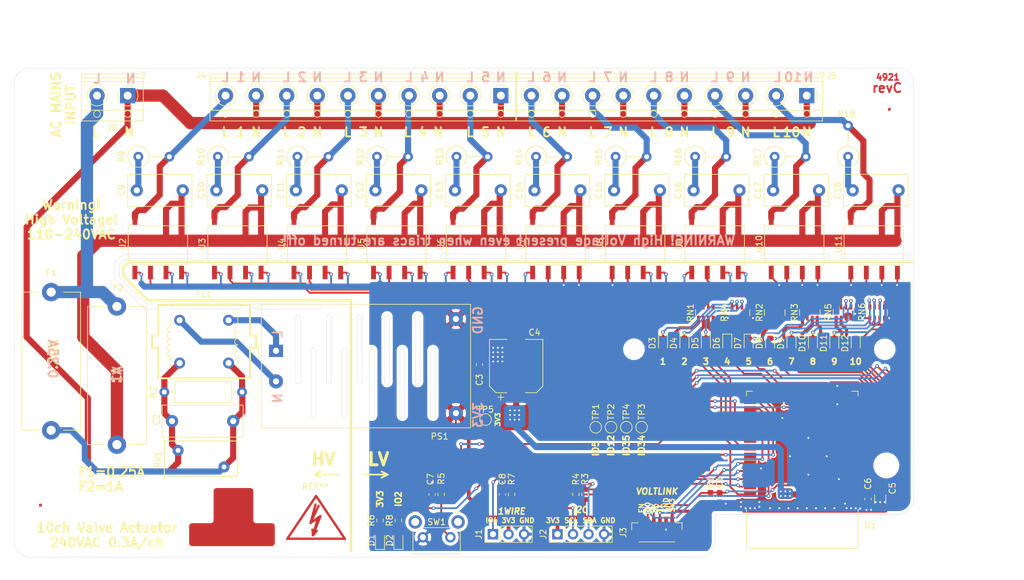
<source format=kicad_pcb>
(kicad_pcb (version 20171130) (host pcbnew "(5.1.8)-1")
  (layers (0 F.Cu signal) (31 B.Cu signal) (34 B.Paste user) (35 F.Paste user) (36 B.SilkS user) (37 F.SilkS user) (38 B.Mask user) (39 F.Mask user) (44 Edge.Cuts user))
  (net 0 "")
  (net 1 GND)
  (net 2 /EN)
  (net 3 +3V3)
  (net 4 /IO33)
  (net 5 "Net-(C10-Pad1)")
  (net 6 /Relay/LIVE)
  (net 7 /SDA)
  (net 8 /SCL)
  (net 9 /IO4)
  (net 10 /IO2)
  (net 11 "Net-(RN1-Pad6)")
  (net 12 "Net-(RN1-Pad8)")
  (net 13 /IO18)
  (net 14 /IO13)
  (net 15 /IO25)
  (net 16 "Net-(RN2-Pad6)")
  (net 17 /IO26)
  (net 18 /IO23)
  (net 19 /IO19)
  (net 20 /IO32)
  (net 21 /IO27)
  (net 22 /TXD)
  (net 23 /RXD)
  (net 24 "Net-(U1-Pad32)")
  (net 25 /IO0)
  (net 26 "Net-(U1-Pad22)")
  (net 27 "Net-(U1-Pad21)")
  (net 28 "Net-(U1-Pad20)")
  (net 29 "Net-(U1-Pad19)")
  (net 30 "Net-(U1-Pad18)")
  (net 31 "Net-(U1-Pad17)")
  (net 32 "Net-(U1-Pad5)")
  (net 33 "Net-(U1-Pad4)")
  (net 34 /NEUTRAL)
  (net 35 /F1_LIVE)
  (net 36 /Relay/F2_LIVE)
  (net 37 "Net-(RN1-Pad7)")
  (net 38 "Net-(RN2-Pad7)")
  (net 39 "Net-(RN3-Pad8)")
  (net 40 "Net-(J4-Pad4)")
  (net 41 "Net-(J4-Pad2)")
  (net 42 "Net-(J4-Pad8)")
  (net 43 "Net-(J4-Pad6)")
  (net 44 "Net-(J5-Pad4)")
  (net 45 "Net-(J5-Pad2)")
  (net 46 "Net-(J5-Pad10)")
  (net 47 "Net-(J5-Pad8)")
  (net 48 "Net-(J5-Pad6)")
  (net 49 "Net-(C12-Pad1)")
  (net 50 "Net-(C13-Pad1)")
  (net 51 "Net-(C14-Pad1)")
  (net 52 "Net-(C15-Pad1)")
  (net 53 "Net-(C16-Pad1)")
  (net 54 "Net-(C17-Pad1)")
  (net 55 "Net-(C18-Pad1)")
  (net 56 "Net-(J4-Pad10)")
  (net 57 "Net-(D6-Pad1)")
  (net 58 "Net-(D7-Pad1)")
  (net 59 "Net-(D8-Pad1)")
  (net 60 "Net-(D9-Pad1)")
  (net 61 "Net-(D10-Pad1)")
  (net 62 "Net-(D11-Pad1)")
  (net 63 "Net-(D12-Pad1)")
  (net 64 "Net-(C11-Pad1)")
  (net 65 "Net-(D5-Pad1)")
  (net 66 "Net-(FL1-Pad4)")
  (net 67 "Net-(FL1-Pad2)")
  (net 68 "Net-(C9-Pad1)")
  (net 69 "Net-(D1-Pad2)")
  (net 70 "Net-(D2-Pad2)")
  (net 71 "Net-(D3-Pad1)")
  (net 72 "Net-(D4-Pad1)")
  (net 73 /IO15)
  (net 74 /IO14)
  (net 75 "Net-(TP1-Pad1)")
  (net 76 "Net-(TP2-Pad1)")
  (net 77 "Net-(TP3-Pad1)")
  (net 78 "Net-(TP4-Pad1)")
  (net 79 "Net-(U1-Pad28)")
  (net 80 "Net-(U1-Pad27)")
  (net 81 "Net-(RN3-Pad5)")
  (net 82 "Net-(RN3-Pad6)")
  (net 83 "Net-(RN5-Pad8)")
  (net 84 "Net-(RN5-Pad7)")
  (module RF_Module:ESP32-WROOM-32 (layer F.Cu) (at 166.25 94.75 180)
    (fp_text reference U1 (at -11.15 -12.05) (layer F.SilkS))
    (fp_text value ESP32-WROOM-32D)
    (pad 38 smd rect (at 8.5 -8.255 180) (size 2 0.9) (layers F.Cu F.Paste F.Mask) (net 1 GND))
    (pad 37 smd rect (at 8.5 -6.985 180) (size 2 0.9) (layers F.Cu F.Paste F.Mask) (net 18 /IO23))
    (pad 36 smd rect (at 8.5 -5.715 180) (size 2 0.9) (layers F.Cu F.Paste F.Mask) (net 8 /SCL))
    (pad 35 smd rect (at 8.5 -4.445 180) (size 2 0.9) (layers F.Cu F.Paste F.Mask) (net 22 /TXD))
    (pad 34 smd rect (at 8.5 -3.175 180) (size 2 0.9) (layers F.Cu F.Paste F.Mask) (net 23 /RXD))
    (pad 33 smd rect (at 8.5 -1.905 180) (size 2 0.9) (layers F.Cu F.Paste F.Mask) (net 7 /SDA))
    (pad 32 smd rect (at 8.5 -0.635 180) (size 2 0.9) (layers F.Cu F.Paste F.Mask) (net 24 "Net-(U1-Pad32)"))
    (pad 31 smd rect (at 8.5 0.635 180) (size 2 0.9) (layers F.Cu F.Paste F.Mask) (net 19 /IO19))
    (pad 30 smd rect (at 8.5 1.905 180) (size 2 0.9) (layers F.Cu F.Paste F.Mask) (net 13 /IO18))
    (pad 29 smd rect (at 8.5 3.175 180) (size 2 0.9) (layers F.Cu F.Paste F.Mask) (net 75 "Net-(TP1-Pad1)"))
    (pad 28 smd rect (at 8.5 4.445 180) (size 2 0.9) (layers F.Cu F.Paste F.Mask) (net 79 "Net-(U1-Pad28)"))
    (pad 27 smd rect (at 8.5 5.715 180) (size 2 0.9) (layers F.Cu F.Paste F.Mask) (net 80 "Net-(U1-Pad27)"))
    (pad 26 smd rect (at 8.5 6.985 180) (size 2 0.9) (layers F.Cu F.Paste F.Mask) (net 9 /IO4))
    (pad 25 smd rect (at 8.5 8.255 180) (size 2 0.9) (layers F.Cu F.Paste F.Mask) (net 25 /IO0))
    (pad 24 smd rect (at 5.715 9.255 270) (size 2 0.9) (layers F.Cu F.Paste F.Mask) (net 10 /IO2))
    (pad 23 smd rect (at 4.445 9.255 270) (size 2 0.9) (layers F.Cu F.Paste F.Mask) (net 73 /IO15))
    (pad 22 smd rect (at 3.175 9.255 270) (size 2 0.9) (layers F.Cu F.Paste F.Mask) (net 26 "Net-(U1-Pad22)"))
    (pad 21 smd rect (at 1.905 9.255 270) (size 2 0.9) (layers F.Cu F.Paste F.Mask) (net 27 "Net-(U1-Pad21)"))
    (pad 20 smd rect (at 0.635 9.255 270) (size 2 0.9) (layers F.Cu F.Paste F.Mask) (net 28 "Net-(U1-Pad20)"))
    (pad 19 smd rect (at -0.635 9.255 270) (size 2 0.9) (layers F.Cu F.Paste F.Mask) (net 29 "Net-(U1-Pad19)"))
    (pad 18 smd rect (at -1.905 9.255 270) (size 2 0.9) (layers F.Cu F.Paste F.Mask) (net 30 "Net-(U1-Pad18)"))
    (pad 17 smd rect (at -3.175 9.255 270) (size 2 0.9) (layers F.Cu F.Paste F.Mask) (net 31 "Net-(U1-Pad17)"))
    (pad 16 smd rect (at -4.445 9.255 270) (size 2 0.9) (layers F.Cu F.Paste F.Mask) (net 14 /IO13))
    (pad 15 smd rect (at -5.715 9.255 270) (size 2 0.9) (layers F.Cu F.Paste F.Mask) (net 1 GND))
    (pad 14 smd rect (at -8.5 8.255 180) (size 2 0.9) (layers F.Cu F.Paste F.Mask) (net 76 "Net-(TP2-Pad1)"))
    (pad 13 smd rect (at -8.5 6.985 180) (size 2 0.9) (layers F.Cu F.Paste F.Mask) (net 74 /IO14))
    (pad 12 smd rect (at -8.5 5.715 180) (size 2 0.9) (layers F.Cu F.Paste F.Mask) (net 21 /IO27))
    (pad 11 smd rect (at -8.5 4.445 180) (size 2 0.9) (layers F.Cu F.Paste F.Mask) (net 17 /IO26))
    (pad 10 smd rect (at -8.5 3.175 180) (size 2 0.9) (layers F.Cu F.Paste F.Mask) (net 15 /IO25))
    (pad 9 smd rect (at -8.5 1.905 180) (size 2 0.9) (layers F.Cu F.Paste F.Mask) (net 4 /IO33))
    (pad 8 smd rect (at -8.5 0.635 180) (size 2 0.9) (layers F.Cu F.Paste F.Mask) (net 20 /IO32))
    (pad 7 smd rect (at -8.5 -0.635 180) (size 2 0.9) (layers F.Cu F.Paste F.Mask) (net 78 "Net-(TP4-Pad1)"))
    (pad 6 smd rect (at -8.5 -1.905 180) (size 2 0.9) (layers F.Cu F.Paste F.Mask) (net 77 "Net-(TP3-Pad1)"))
    (pad 5 smd rect (at -8.5 -3.175 180) (size 2 0.9) (layers F.Cu F.Paste F.Mask) (net 32 "Net-(U1-Pad5)"))
    (pad 4 smd rect (at -8.5 -4.445 180) (size 2 0.9) (layers F.Cu F.Paste F.Mask) (net 33 "Net-(U1-Pad4)"))
    (pad 3 smd rect (at -8.5 -5.715 180) (size 2 0.9) (layers F.Cu F.Paste F.Mask) (net 2 /EN))
    (pad 2 smd rect (at -8.5 -6.985 180) (size 2 0.9) (layers F.Cu F.Paste F.Mask) (net 3 +3V3))
    (pad 1 smd rect (at -8.5 -8.255 180) (size 2 0.9) (layers F.Cu F.Paste F.Mask) (net 1 GND))
    (pad 39 smd rect (at -1 -0.755 180) (size 5 5) (layers F.Cu F.Paste F.Mask) (net 1 GND))
  )
  (module Symbol:Symbol_HighVoltage_Type2_CopperTop_VerySmall (layer F.Cu) (at 86.8 106.2)
    (fp_text reference REF** (at -0.127 -5.715) (layer F.SilkS))
    (fp_text value Symbol_HighVoltage_Type2_CopperTop_VerySmall)
    (fp_line (start -0.49784 2.19964) (end 0.70104 -0.89916) (layer F.Cu) (width 0.381))
    (fp_line (start 0.70104 -0.89916) (end 0.1016 -0.50038) (layer F.Cu) (width 0.381))
    (fp_line (start -0.89916 0.20066) (end 0.40132 -2.60096) (layer F.Cu) (width 0.381))
    (fp_line (start -0.49784 2.19964) (end 0.1016 1.50114) (layer F.Cu) (width 0.381))
    (fp_line (start -0.09906 -2.79908) (end -0.89916 0.20066) (layer F.Cu) (width 0.381))
    (fp_line (start -0.89916 0.20066) (end 0.29972 -0.59944) (layer F.Cu) (width 0.381))
    (fp_line (start 0.29972 -0.59944) (end -0.49784 2.19964) (layer F.Cu) (width 0.381))
    (fp_line (start -0.49784 2.19964) (end -0.59944 1.30048) (layer F.Cu) (width 0.381))
    (fp_line (start 0 -4.191) (end 4.699 2.794) (layer F.Cu) (width 0.381))
    (fp_line (start 4.699 2.794) (end -4.699 2.794) (layer F.Cu) (width 0.381))
    (fp_line (start -4.699 2.794) (end 0 -4.191) (layer F.Cu) (width 0.381))
  )
  (module Resistor_SMD:R_Array_Convex_4x0603 (layer F.Cu) (at 161.75 72 90)
    (fp_text reference RN2 (at 0 -2.5 90) (layer F.SilkS))
    (fp_text value 100R)
    (pad 5 smd rect (at 0.9 1.2 90) (size 0.8 0.5) (layers F.Cu F.Paste F.Mask))
    (pad 6 smd rect (at 0.9 0.4 90) (size 0.8 0.4) (layers F.Cu F.Paste F.Mask) (net 16 "Net-(RN2-Pad6)"))
    (pad 8 smd rect (at 0.9 -1.2 90) (size 0.8 0.5) (layers F.Cu F.Paste F.Mask))
    (pad 7 smd rect (at 0.9 -0.4 90) (size 0.8 0.4) (layers F.Cu F.Paste F.Mask) (net 38 "Net-(RN2-Pad7)"))
    (pad 4 smd rect (at -0.9 1.2 90) (size 0.8 0.5) (layers F.Cu F.Paste F.Mask))
    (pad 2 smd rect (at -0.9 -0.4 90) (size 0.8 0.4) (layers F.Cu F.Paste F.Mask) (net 73 /IO15))
    (pad 3 smd rect (at -0.9 0.4 90) (size 0.8 0.4) (layers F.Cu F.Paste F.Mask) (net 14 /IO13))
    (pad 1 smd rect (at -0.9 -1.2 90) (size 0.8 0.5) (layers F.Cu F.Paste F.Mask))
  )
  (module Resistor_SMD:R_Array_Convex_4x0603 (layer F.Cu) (at 167.5 72 90)
    (fp_text reference RN3 (at 0 -2.5 90) (layer F.SilkS))
    (fp_text value 100R)
    (pad 5 smd rect (at 0.9 1.2 90) (size 0.8 0.5) (layers F.Cu F.Paste F.Mask) (net 81 "Net-(RN3-Pad5)"))
    (pad 6 smd rect (at 0.9 0.4 90) (size 0.8 0.4) (layers F.Cu F.Paste F.Mask) (net 82 "Net-(RN3-Pad6)"))
    (pad 8 smd rect (at 0.9 -1.2 90) (size 0.8 0.5) (layers F.Cu F.Paste F.Mask) (net 39 "Net-(RN3-Pad8)"))
    (pad 7 smd rect (at 0.9 -0.4 90) (size 0.8 0.4) (layers F.Cu F.Paste F.Mask))
    (pad 4 smd rect (at -0.9 1.2 90) (size 0.8 0.5) (layers F.Cu F.Paste F.Mask) (net 17 /IO26))
    (pad 2 smd rect (at -0.9 -0.4 90) (size 0.8 0.4) (layers F.Cu F.Paste F.Mask))
    (pad 3 smd rect (at -0.9 0.4 90) (size 0.8 0.4) (layers F.Cu F.Paste F.Mask) (net 21 /IO27))
    (pad 1 smd rect (at -0.9 -1.2 90) (size 0.8 0.5) (layers F.Cu F.Paste F.Mask) (net 74 /IO14))
  )
  (module Resistor_SMD:R_Array_Convex_4x0603 (layer F.Cu) (at 173 72 90)
    (fp_text reference RN5 (at 0 -2.5 90) (layer F.SilkS))
    (fp_text value 100R)
    (pad 5 smd rect (at 0.9 1.2 90) (size 0.8 0.5) (layers F.Cu F.Paste F.Mask) (net 59 "Net-(D8-Pad1)"))
    (pad 6 smd rect (at 0.9 0.4 90) (size 0.8 0.4) (layers F.Cu F.Paste F.Mask) (net 58 "Net-(D7-Pad1)"))
    (pad 8 smd rect (at 0.9 -1.2 90) (size 0.8 0.5) (layers F.Cu F.Paste F.Mask) (net 83 "Net-(RN5-Pad8)"))
    (pad 7 smd rect (at 0.9 -0.4 90) (size 0.8 0.4) (layers F.Cu F.Paste F.Mask) (net 84 "Net-(RN5-Pad7)"))
    (pad 4 smd rect (at -0.9 1.2 90) (size 0.8 0.5) (layers F.Cu F.Paste F.Mask) (net 1 GND))
    (pad 2 smd rect (at -0.9 -0.4 90) (size 0.8 0.4) (layers F.Cu F.Paste F.Mask) (net 20 /IO32))
    (pad 3 smd rect (at -0.9 0.4 90) (size 0.8 0.4) (layers F.Cu F.Paste F.Mask) (net 1 GND))
    (pad 1 smd rect (at -0.9 -1.2 90) (size 0.8 0.5) (layers F.Cu F.Paste F.Mask) (net 15 /IO25))
  )
  (module TestPoint:TestPoint_Pad_D1.5mm (layer F.Cu) (at 114.5 89.5)
    (fp_text reference TP5 (at 0 -1.648) (layer F.SilkS))
    (fp_text value 3V3)
    (pad 1 smd circle (at 0 0) (size 1.5 1.5) (layers F.Cu F.Mask) (net 3 +3V3))
  )
  (module TestPoint:TestPoint_Pad_D1.5mm (layer F.Cu) (at 137.5 90.75)
    (fp_text reference TP4 (at 0 -2.5 90) (layer F.SilkS))
    (fp_text value IO35)
    (pad 1 smd circle (at 0 0) (size 1.5 1.5) (layers F.Cu F.Mask) (net 78 "Net-(TP4-Pad1)"))
  )
  (module TestPoint:TestPoint_Pad_D1.5mm (layer F.Cu) (at 140 90.75)
    (fp_text reference TP3 (at 0 -2.5 90) (layer F.SilkS))
    (fp_text value IO34)
    (pad 1 smd circle (at 0 0) (size 1.5 1.5) (layers F.Cu F.Mask) (net 77 "Net-(TP3-Pad1)"))
  )
  (module TestPoint:TestPoint_Pad_D1.5mm (layer F.Cu) (at 135 90.75)
    (fp_text reference TP2 (at 0 -2.5 270) (layer F.SilkS))
    (fp_text value IO12)
    (pad 1 smd circle (at 0 0) (size 1.5 1.5) (layers F.Cu F.Mask) (net 76 "Net-(TP2-Pad1)"))
  )
  (module TestPoint:TestPoint_Pad_D1.5mm (layer F.Cu) (at 132.5 90.75)
    (fp_text reference TP1 (at 0 -2.5 90) (layer F.SilkS))
    (fp_text value IO5)
    (pad 1 smd circle (at 0 0) (size 1.5 1.5) (layers F.Cu F.Mask) (net 75 "Net-(TP1-Pad1)"))
  )
  (module TerminalBlock_RND:TerminalBlock_RND_205-00012_1x02_P5.00mm_Horizontal (layer F.Cu) (at 56 36.5 180)
    (fp_text reference J6 (at 2.5 -5.25) (layer F.SilkS))
    (fp_text value "AC IN")
    (pad 2 thru_hole circle (at 5 0 180) (size 2.5 2.5) (drill 1.3) (layers *.Cu *.Mask) (net 6 /Relay/LIVE))
    (pad 1 thru_hole rect (at 0 0 180) (size 2.5 2.5) (drill 1.3) (layers *.Cu *.Mask) (net 34 /NEUTRAL))
  )
  (module TerminalBlock_RND:TerminalBlock_RND_205-00020_1x10_P5.00mm_Horizontal (layer F.Cu) (at 167 36.5 180)
    (fp_text reference J5 (at -4 3.25) (layer F.SilkS))
    (fp_text value OUTPUT)
    (pad 10 thru_hole circle (at 45 0 180) (size 2.5 2.5) (drill 1.3) (layers *.Cu *.Mask) (net 46 "Net-(J5-Pad10)"))
    (pad 9 thru_hole circle (at 40 0 180) (size 2.5 2.5) (drill 1.3) (layers *.Cu *.Mask) (net 34 /NEUTRAL))
    (pad 8 thru_hole circle (at 35 0 180) (size 2.5 2.5) (drill 1.3) (layers *.Cu *.Mask) (net 47 "Net-(J5-Pad8)"))
    (pad 7 thru_hole circle (at 30 0 180) (size 2.5 2.5) (drill 1.3) (layers *.Cu *.Mask) (net 34 /NEUTRAL))
    (pad 6 thru_hole circle (at 25 0 180) (size 2.5 2.5) (drill 1.3) (layers *.Cu *.Mask) (net 48 "Net-(J5-Pad6)"))
    (pad 5 thru_hole circle (at 20 0 180) (size 2.5 2.5) (drill 1.3) (layers *.Cu *.Mask) (net 34 /NEUTRAL))
    (pad 4 thru_hole circle (at 15 0 180) (size 2.5 2.5) (drill 1.3) (layers *.Cu *.Mask) (net 44 "Net-(J5-Pad4)"))
    (pad 3 thru_hole circle (at 10 0 180) (size 2.5 2.5) (drill 1.3) (layers *.Cu *.Mask) (net 34 /NEUTRAL))
    (pad 2 thru_hole circle (at 5 0 180) (size 2.5 2.5) (drill 1.3) (layers *.Cu *.Mask) (net 45 "Net-(J5-Pad2)"))
    (pad 1 thru_hole rect (at 0 0 180) (size 2.5 2.5) (drill 1.3) (layers *.Cu *.Mask) (net 34 /NEUTRAL))
  )
  (module TerminalBlock_RND:TerminalBlock_RND_205-00020_1x10_P5.00mm_Horizontal (layer F.Cu) (at 117 36.5 180)
    (fp_text reference J4 (at 49 3.25) (layer F.SilkS))
    (fp_text value OUTPUT)
    (pad 10 thru_hole circle (at 45 0 180) (size 2.5 2.5) (drill 1.3) (layers *.Cu *.Mask) (net 56 "Net-(J4-Pad10)"))
    (pad 9 thru_hole circle (at 40 0 180) (size 2.5 2.5) (drill 1.3) (layers *.Cu *.Mask) (net 34 /NEUTRAL))
    (pad 8 thru_hole circle (at 35 0 180) (size 2.5 2.5) (drill 1.3) (layers *.Cu *.Mask) (net 42 "Net-(J4-Pad8)"))
    (pad 7 thru_hole circle (at 30 0 180) (size 2.5 2.5) (drill 1.3) (layers *.Cu *.Mask) (net 34 /NEUTRAL))
    (pad 6 thru_hole circle (at 25 0 180) (size 2.5 2.5) (drill 1.3) (layers *.Cu *.Mask) (net 43 "Net-(J4-Pad6)"))
    (pad 5 thru_hole circle (at 20 0 180) (size 2.5 2.5) (drill 1.3) (layers *.Cu *.Mask) (net 34 /NEUTRAL))
    (pad 4 thru_hole circle (at 15 0 180) (size 2.5 2.5) (drill 1.3) (layers *.Cu *.Mask) (net 40 "Net-(J4-Pad4)"))
    (pad 3 thru_hole circle (at 10 0 180) (size 2.5 2.5) (drill 1.3) (layers *.Cu *.Mask) (net 34 /NEUTRAL))
    (pad 2 thru_hole circle (at 5 0 180) (size 2.5 2.5) (drill 1.3) (layers *.Cu *.Mask) (net 41 "Net-(J4-Pad2)"))
    (pad 1 thru_hole rect (at 0 0 180) (size 2.5 2.5) (drill 1.3) (layers *.Cu *.Mask) (net 34 /NEUTRAL))
  )
  (module Resistor_THT:R_Axial_DIN0309_L9.0mm_D3.2mm_P5.08mm_Vertical (layer F.Cu) (at 173.75 46.5 90)
    (fp_text reference R18 (at 7 -0.25 180) (layer F.SilkS))
    (fp_text value 47R)
    (pad 2 thru_hole oval (at 5.08 0 90) (size 1.6 1.6) (drill 0.8) (layers *.Cu *.Mask) (net 45 "Net-(J5-Pad2)"))
    (pad 1 thru_hole circle (at 0 0 90) (size 1.6 1.6) (drill 0.8) (layers *.Cu *.Mask) (net 55 "Net-(C18-Pad1)"))
  )
  (module Resistor_THT:R_Axial_DIN0309_L9.0mm_D3.2mm_P5.08mm_Vertical (layer F.Cu) (at 161.75 46.5)
    (fp_text reference R17 (at -2.75 0 90) (layer F.SilkS))
    (fp_text value 47R)
    (pad 2 thru_hole oval (at 5.08 0) (size 1.6 1.6) (drill 0.8) (layers *.Cu *.Mask) (net 44 "Net-(J5-Pad4)"))
    (pad 1 thru_hole circle (at 0 0) (size 1.6 1.6) (drill 0.8) (layers *.Cu *.Mask) (net 54 "Net-(C17-Pad1)"))
  )
  (module Resistor_THT:R_Axial_DIN0309_L9.0mm_D3.2mm_P5.08mm_Vertical (layer F.Cu) (at 148.75 46.5)
    (fp_text reference R16 (at -2.75 0 90) (layer F.SilkS))
    (fp_text value 47R)
    (pad 2 thru_hole oval (at 5.08 0) (size 1.6 1.6) (drill 0.8) (layers *.Cu *.Mask) (net 48 "Net-(J5-Pad6)"))
    (pad 1 thru_hole circle (at 0 0) (size 1.6 1.6) (drill 0.8) (layers *.Cu *.Mask) (net 53 "Net-(C16-Pad1)"))
  )
  (module Resistor_THT:R_Axial_DIN0309_L9.0mm_D3.2mm_P5.08mm_Vertical (layer F.Cu) (at 135.75 46.5)
    (fp_text reference R15 (at -2.75 0 90) (layer F.SilkS))
    (fp_text value 47R)
    (pad 2 thru_hole oval (at 5.08 0) (size 1.6 1.6) (drill 0.8) (layers *.Cu *.Mask) (net 47 "Net-(J5-Pad8)"))
    (pad 1 thru_hole circle (at 0 0) (size 1.6 1.6) (drill 0.8) (layers *.Cu *.Mask) (net 52 "Net-(C15-Pad1)"))
  )
  (module Resistor_THT:R_Axial_DIN0309_L9.0mm_D3.2mm_P5.08mm_Vertical (layer F.Cu) (at 122.75 46.5)
    (fp_text reference R14 (at -2.75 0 90) (layer F.SilkS))
    (fp_text value 47R)
    (pad 2 thru_hole oval (at 5.08 0) (size 1.6 1.6) (drill 0.8) (layers *.Cu *.Mask) (net 46 "Net-(J5-Pad10)"))
    (pad 1 thru_hole circle (at 0 0) (size 1.6 1.6) (drill 0.8) (layers *.Cu *.Mask) (net 51 "Net-(C14-Pad1)"))
  )
  (module Resistor_THT:R_Axial_DIN0309_L9.0mm_D3.2mm_P5.08mm_Vertical (layer F.Cu) (at 109.75 46.5)
    (fp_text reference R13 (at -2.75 0 90) (layer F.SilkS))
    (fp_text value 47R)
    (pad 2 thru_hole oval (at 5.08 0) (size 1.6 1.6) (drill 0.8) (layers *.Cu *.Mask) (net 41 "Net-(J4-Pad2)"))
    (pad 1 thru_hole circle (at 0 0) (size 1.6 1.6) (drill 0.8) (layers *.Cu *.Mask) (net 50 "Net-(C13-Pad1)"))
  )
  (module Resistor_THT:R_Axial_DIN0309_L9.0mm_D3.2mm_P5.08mm_Vertical (layer F.Cu) (at 96.75 46.5)
    (fp_text reference R12 (at -2.75 0 90) (layer F.SilkS))
    (fp_text value 47R)
    (pad 2 thru_hole oval (at 5.08 0) (size 1.6 1.6) (drill 0.8) (layers *.Cu *.Mask) (net 40 "Net-(J4-Pad4)"))
    (pad 1 thru_hole circle (at 0 0) (size 1.6 1.6) (drill 0.8) (layers *.Cu *.Mask) (net 49 "Net-(C12-Pad1)"))
  )
  (module Resistor_THT:R_Axial_DIN0309_L9.0mm_D3.2mm_P5.08mm_Vertical (layer F.Cu) (at 83.75 46.5)
    (fp_text reference R11 (at -2.75 0 90) (layer F.SilkS))
    (fp_text value 47R)
    (pad 2 thru_hole oval (at 5.08 0) (size 1.6 1.6) (drill 0.8) (layers *.Cu *.Mask) (net 43 "Net-(J4-Pad6)"))
    (pad 1 thru_hole circle (at 0 0) (size 1.6 1.6) (drill 0.8) (layers *.Cu *.Mask) (net 64 "Net-(C11-Pad1)"))
  )
  (module Resistor_THT:R_Axial_DIN0309_L9.0mm_D3.2mm_P5.08mm_Vertical (layer F.Cu) (at 70.75 46.5)
    (fp_text reference R10 (at -2.75 0 90) (layer F.SilkS))
    (fp_text value 47R)
    (pad 2 thru_hole oval (at 5.08 0) (size 1.6 1.6) (drill 0.8) (layers *.Cu *.Mask) (net 42 "Net-(J4-Pad8)"))
    (pad 1 thru_hole circle (at 0 0) (size 1.6 1.6) (drill 0.8) (layers *.Cu *.Mask) (net 5 "Net-(C10-Pad1)"))
  )
  (module Resistor_THT:R_Axial_DIN0309_L9.0mm_D3.2mm_P5.08mm_Vertical (layer F.Cu) (at 57.75 46.5)
    (fp_text reference R9 (at -2.75 0 90) (layer F.SilkS))
    (fp_text value 47R)
    (pad 2 thru_hole oval (at 5.08 0) (size 1.6 1.6) (drill 0.8) (layers *.Cu *.Mask) (net 56 "Net-(J4-Pad10)"))
    (pad 1 thru_hole circle (at 0 0) (size 1.6 1.6) (drill 0.8) (layers *.Cu *.Mask) (net 68 "Net-(C9-Pad1)"))
  )
  (module Resistor_THT:R_Axial_DIN0309_L9.0mm_D3.2mm_P12.70mm_Horizontal (layer F.Cu) (at 62 85)
    (fp_text reference R2 (at -1.75 0 270) (layer F.SilkS))
    (fp_text value 680K)
    (pad 2 thru_hole oval (at 12.7 0) (size 1.6 1.6) (drill 0.8) (layers *.Cu *.Mask) (net 35 /F1_LIVE))
    (pad 1 thru_hole circle (at 0 0) (size 1.6 1.6) (drill 0.8) (layers *.Cu *.Mask) (net 34 /NEUTRAL))
  )
  (module Connector_PinHeader_2.54mm:PinHeader_1x03_P2.54mm_Vertical (layer F.Cu) (at 115.71 108.25 90)
    (fp_text reference J1 (at 0 -2.33 90) (layer F.SilkS))
    (fp_text value 1Wire)
    (pad 3 thru_hole oval (at 0 5.08 90) (size 1.7 1.7) (drill 1) (layers *.Cu *.Mask) (net 1 GND))
    (pad 2 thru_hole oval (at 0 2.54 90) (size 1.7 1.7) (drill 1) (layers *.Cu *.Mask) (net 3 +3V3))
    (pad 1 thru_hole rect (at 0 0 90) (size 1.7 1.7) (drill 1) (layers *.Cu *.Mask) (net 9 /IO4))
  )
  (module Capacitor_SMD:CP_Elec_8x10.5 (layer F.Cu) (at 119.5 80.75 90)
    (fp_text reference C4 (at 5.5 3 180) (layer F.SilkS))
    (fp_text value 220uF)
    (pad 2 smd roundrect (at 3.7 0 90) (size 4.4 2.5) (layers F.Cu F.Paste F.Mask) (roundrect_rratio 0.1) (net 1 GND))
    (pad 1 smd roundrect (at -3.7 0 90) (size 4.4 2.5) (layers F.Cu F.Paste F.Mask) (roundrect_rratio 0.1) (net 3 +3V3))
  )
  (module Button_Switch_THT:SW_Tactile_SKHH_Angled (layer F.Cu) (at 108.75 108.75 180)
    (fp_text reference SW1 (at 2.25 2.5) (layer F.SilkS))
    (fp_text value USER)
    (pad 1 thru_hole circle (at 0 0) (size 1.7 1.7) (drill 1) (layers *.Cu *.Mask) (net 4 /IO33))
    (pad 2 thru_hole circle (at 4.5 0) (size 1.7 1.7) (drill 1) (layers *.Cu *.Mask) (net 1 GND))
    (pad "" thru_hole circle (at -1.25 2.5) (size 2.2 2.2) (drill 1.3) (layers *.Cu *.Mask))
    (pad "" thru_hole circle (at 5.75 2.5) (size 2.2 2.2) (drill 1.3) (layers *.Cu *.Mask))
  )
  (module voltlog:UU9_choke (layer F.Cu) (at 68.5 76.75)
    (fp_text reference FL1 (at 0 -7.75) (layer F.SilkS))
    (fp_text value EMI_Filter_LL)
    (pad 4 thru_hole circle (at 4 -3.5) (size 1.8 1.8) (drill 1) (layers *.Cu *.Mask) (net 66 "Net-(FL1-Pad4)"))
    (pad 3 thru_hole circle (at 4 3.5) (size 1.8 1.8) (drill 1) (layers *.Cu *.Mask) (net 35 /F1_LIVE))
    (pad 1 thru_hole circle (at -4 3.5) (size 1.8 1.8) (drill 1) (layers *.Cu *.Mask) (net 34 /NEUTRAL))
    (pad 2 thru_hole circle (at -4 -3.5) (size 1.8 1.8) (drill 1) (layers *.Cu *.Mask) (net 67 "Net-(FL1-Pad2)"))
  )
  (module voltlog:SOIC-7 (layer F.Cu) (at 178 61)
    (fp_text reference U11 (at -5.8 -0.2 90) (layer F.SilkS))
    (fp_text value BC2213A)
    (pad 4 smd rect (at 3.81 4.45) (size 0.8 2.2) (layers F.Cu F.Paste F.Mask) (net 1 GND))
    (pad 5 smd rect (at 3.81 -4.45) (size 0.8 2.2) (layers F.Cu F.Paste F.Mask) (net 36 /Relay/F2_LIVE))
    (pad 3 smd rect (at 1.27 4.45) (size 0.8 2.2) (layers F.Cu F.Paste F.Mask) (net 1 GND))
    (pad 6 smd rect (at 1.27 -4.45) (size 0.8 2.2) (layers F.Cu F.Paste F.Mask) (net 36 /Relay/F2_LIVE))
    (pad 2 smd rect (at -1.27 4.45) (size 0.8 2.2) (layers F.Cu F.Paste F.Mask) (net 84 "Net-(RN5-Pad7)"))
    (pad 1 smd rect (at -3.81 4.45) (size 0.8 2.2) (layers F.Cu F.Paste F.Mask) (net 1 GND))
    (pad 7 smd rect (at -3.81 -4.45) (size 0.8 2.2) (layers F.Cu F.Paste F.Mask) (net 45 "Net-(J5-Pad2)"))
  )
  (module voltlog:SOIC-7 (layer F.Cu) (at 165 61)
    (fp_text reference U10 (at -5.8 -0.2 90) (layer F.SilkS))
    (fp_text value BC2213A)
    (pad 4 smd rect (at 3.81 4.45) (size 0.8 2.2) (layers F.Cu F.Paste F.Mask) (net 1 GND))
    (pad 5 smd rect (at 3.81 -4.45) (size 0.8 2.2) (layers F.Cu F.Paste F.Mask) (net 36 /Relay/F2_LIVE))
    (pad 3 smd rect (at 1.27 4.45) (size 0.8 2.2) (layers F.Cu F.Paste F.Mask) (net 1 GND))
    (pad 6 smd rect (at 1.27 -4.45) (size 0.8 2.2) (layers F.Cu F.Paste F.Mask) (net 36 /Relay/F2_LIVE))
    (pad 2 smd rect (at -1.27 4.45) (size 0.8 2.2) (layers F.Cu F.Paste F.Mask) (net 83 "Net-(RN5-Pad8)"))
    (pad 1 smd rect (at -3.81 4.45) (size 0.8 2.2) (layers F.Cu F.Paste F.Mask) (net 1 GND))
    (pad 7 smd rect (at -3.81 -4.45) (size 0.8 2.2) (layers F.Cu F.Paste F.Mask) (net 44 "Net-(J5-Pad4)"))
  )
  (module voltlog:SOIC-7 (layer F.Cu) (at 152 61)
    (fp_text reference U9 (at -5.8 -0.2 90) (layer F.SilkS))
    (fp_text value BC2213A)
    (pad 4 smd rect (at 3.81 4.45) (size 0.8 2.2) (layers F.Cu F.Paste F.Mask) (net 1 GND))
    (pad 5 smd rect (at 3.81 -4.45) (size 0.8 2.2) (layers F.Cu F.Paste F.Mask) (net 36 /Relay/F2_LIVE))
    (pad 3 smd rect (at 1.27 4.45) (size 0.8 2.2) (layers F.Cu F.Paste F.Mask) (net 1 GND))
    (pad 6 smd rect (at 1.27 -4.45) (size 0.8 2.2) (layers F.Cu F.Paste F.Mask) (net 36 /Relay/F2_LIVE))
    (pad 2 smd rect (at -1.27 4.45) (size 0.8 2.2) (layers F.Cu F.Paste F.Mask) (net 81 "Net-(RN3-Pad5)"))
    (pad 1 smd rect (at -3.81 4.45) (size 0.8 2.2) (layers F.Cu F.Paste F.Mask) (net 1 GND))
    (pad 7 smd rect (at -3.81 -4.45) (size 0.8 2.2) (layers F.Cu F.Paste F.Mask) (net 48 "Net-(J5-Pad6)"))
  )
  (module voltlog:SOIC-7 (layer F.Cu) (at 139 61)
    (fp_text reference U8 (at -5.8 -0.2 90) (layer F.SilkS))
    (fp_text value BC2213A)
    (pad 4 smd rect (at 3.81 4.45) (size 0.8 2.2) (layers F.Cu F.Paste F.Mask) (net 1 GND))
    (pad 5 smd rect (at 3.81 -4.45) (size 0.8 2.2) (layers F.Cu F.Paste F.Mask) (net 36 /Relay/F2_LIVE))
    (pad 3 smd rect (at 1.27 4.45) (size 0.8 2.2) (layers F.Cu F.Paste F.Mask) (net 1 GND))
    (pad 6 smd rect (at 1.27 -4.45) (size 0.8 2.2) (layers F.Cu F.Paste F.Mask) (net 36 /Relay/F2_LIVE))
    (pad 2 smd rect (at -1.27 4.45) (size 0.8 2.2) (layers F.Cu F.Paste F.Mask) (net 82 "Net-(RN3-Pad6)"))
    (pad 1 smd rect (at -3.81 4.45) (size 0.8 2.2) (layers F.Cu F.Paste F.Mask) (net 1 GND))
    (pad 7 smd rect (at -3.81 -4.45) (size 0.8 2.2) (layers F.Cu F.Paste F.Mask) (net 47 "Net-(J5-Pad8)"))
  )
  (module voltlog:SOIC-7 (layer F.Cu) (at 126 61)
    (fp_text reference U7 (at -5.8 -0.2 90) (layer F.SilkS))
    (fp_text value BC2213A)
    (pad 4 smd rect (at 3.81 4.45) (size 0.8 2.2) (layers F.Cu F.Paste F.Mask) (net 1 GND))
    (pad 5 smd rect (at 3.81 -4.45) (size 0.8 2.2) (layers F.Cu F.Paste F.Mask) (net 36 /Relay/F2_LIVE))
    (pad 3 smd rect (at 1.27 4.45) (size 0.8 2.2) (layers F.Cu F.Paste F.Mask) (net 1 GND))
    (pad 6 smd rect (at 1.27 -4.45) (size 0.8 2.2) (layers F.Cu F.Paste F.Mask) (net 36 /Relay/F2_LIVE))
    (pad 2 smd rect (at -1.27 4.45) (size 0.8 2.2) (layers F.Cu F.Paste F.Mask) (net 39 "Net-(RN3-Pad8)"))
    (pad 1 smd rect (at -3.81 4.45) (size 0.8 2.2) (layers F.Cu F.Paste F.Mask) (net 1 GND))
    (pad 7 smd rect (at -3.81 -4.45) (size 0.8 2.2) (layers F.Cu F.Paste F.Mask) (net 46 "Net-(J5-Pad10)"))
  )
  (module voltlog:SOIC-7 (layer F.Cu) (at 113 61)
    (fp_text reference U6 (at -5.8 -0.2 90) (layer F.SilkS))
    (fp_text value BC2213A)
    (pad 4 smd rect (at 3.81 4.45) (size 0.8 2.2) (layers F.Cu F.Paste F.Mask) (net 1 GND))
    (pad 5 smd rect (at 3.81 -4.45) (size 0.8 2.2) (layers F.Cu F.Paste F.Mask) (net 36 /Relay/F2_LIVE))
    (pad 3 smd rect (at 1.27 4.45) (size 0.8 2.2) (layers F.Cu F.Paste F.Mask) (net 1 GND))
    (pad 6 smd rect (at 1.27 -4.45) (size 0.8 2.2) (layers F.Cu F.Paste F.Mask) (net 36 /Relay/F2_LIVE))
    (pad 2 smd rect (at -1.27 4.45) (size 0.8 2.2) (layers F.Cu F.Paste F.Mask) (net 16 "Net-(RN2-Pad6)"))
    (pad 1 smd rect (at -3.81 4.45) (size 0.8 2.2) (layers F.Cu F.Paste F.Mask) (net 1 GND))
    (pad 7 smd rect (at -3.81 -4.45) (size 0.8 2.2) (layers F.Cu F.Paste F.Mask) (net 41 "Net-(J4-Pad2)"))
  )
  (module voltlog:SOIC-7 (layer F.Cu) (at 100 61)
    (fp_text reference U5 (at -5.8 -0.2 90) (layer F.SilkS))
    (fp_text value BC2213A)
    (pad 4 smd rect (at 3.81 4.45) (size 0.8 2.2) (layers F.Cu F.Paste F.Mask) (net 1 GND))
    (pad 5 smd rect (at 3.81 -4.45) (size 0.8 2.2) (layers F.Cu F.Paste F.Mask) (net 36 /Relay/F2_LIVE))
    (pad 3 smd rect (at 1.27 4.45) (size 0.8 2.2) (layers F.Cu F.Paste F.Mask) (net 1 GND))
    (pad 6 smd rect (at 1.27 -4.45) (size 0.8 2.2) (layers F.Cu F.Paste F.Mask) (net 36 /Relay/F2_LIVE))
    (pad 2 smd rect (at -1.27 4.45) (size 0.8 2.2) (layers F.Cu F.Paste F.Mask) (net 38 "Net-(RN2-Pad7)"))
    (pad 1 smd rect (at -3.81 4.45) (size 0.8 2.2) (layers F.Cu F.Paste F.Mask) (net 1 GND))
    (pad 7 smd rect (at -3.81 -4.45) (size 0.8 2.2) (layers F.Cu F.Paste F.Mask) (net 40 "Net-(J4-Pad4)"))
  )
  (module voltlog:SOIC-7 (layer F.Cu) (at 87 61)
    (fp_text reference U4 (at -5.8 -0.2 90) (layer F.SilkS))
    (fp_text value BC2213A)
    (pad 4 smd rect (at 3.81 4.45) (size 0.8 2.2) (layers F.Cu F.Paste F.Mask) (net 1 GND))
    (pad 5 smd rect (at 3.81 -4.45) (size 0.8 2.2) (layers F.Cu F.Paste F.Mask) (net 36 /Relay/F2_LIVE))
    (pad 3 smd rect (at 1.27 4.45) (size 0.8 2.2) (layers F.Cu F.Paste F.Mask) (net 1 GND))
    (pad 6 smd rect (at 1.27 -4.45) (size 0.8 2.2) (layers F.Cu F.Paste F.Mask) (net 36 /Relay/F2_LIVE))
    (pad 2 smd rect (at -1.27 4.45) (size 0.8 2.2) (layers F.Cu F.Paste F.Mask) (net 11 "Net-(RN1-Pad6)"))
    (pad 1 smd rect (at -3.81 4.45) (size 0.8 2.2) (layers F.Cu F.Paste F.Mask) (net 1 GND))
    (pad 7 smd rect (at -3.81 -4.45) (size 0.8 2.2) (layers F.Cu F.Paste F.Mask) (net 43 "Net-(J4-Pad6)"))
  )
  (module voltlog:SOIC-7 (layer F.Cu) (at 74 61)
    (fp_text reference U3 (at -5.8 -0.2 90) (layer F.SilkS))
    (fp_text value BC2213A)
    (pad 4 smd rect (at 3.81 4.45) (size 0.8 2.2) (layers F.Cu F.Paste F.Mask) (net 1 GND))
    (pad 5 smd rect (at 3.81 -4.45) (size 0.8 2.2) (layers F.Cu F.Paste F.Mask) (net 36 /Relay/F2_LIVE))
    (pad 3 smd rect (at 1.27 4.45) (size 0.8 2.2) (layers F.Cu F.Paste F.Mask) (net 1 GND))
    (pad 6 smd rect (at 1.27 -4.45) (size 0.8 2.2) (layers F.Cu F.Paste F.Mask) (net 36 /Relay/F2_LIVE))
    (pad 2 smd rect (at -1.27 4.45) (size 0.8 2.2) (layers F.Cu F.Paste F.Mask) (net 37 "Net-(RN1-Pad7)"))
    (pad 1 smd rect (at -3.81 4.45) (size 0.8 2.2) (layers F.Cu F.Paste F.Mask) (net 1 GND))
    (pad 7 smd rect (at -3.81 -4.45) (size 0.8 2.2) (layers F.Cu F.Paste F.Mask) (net 42 "Net-(J4-Pad8)"))
  )
  (module voltlog:SOIC-7 (layer F.Cu) (at 61 61)
    (fp_text reference U2 (at -5.8 -0.2 90) (layer F.SilkS))
    (fp_text value BC2213A)
    (pad 4 smd rect (at 3.81 4.45) (size 0.8 2.2) (layers F.Cu F.Paste F.Mask) (net 1 GND))
    (pad 5 smd rect (at 3.81 -4.45) (size 0.8 2.2) (layers F.Cu F.Paste F.Mask) (net 36 /Relay/F2_LIVE))
    (pad 3 smd rect (at 1.27 4.45) (size 0.8 2.2) (layers F.Cu F.Paste F.Mask) (net 1 GND))
    (pad 6 smd rect (at 1.27 -4.45) (size 0.8 2.2) (layers F.Cu F.Paste F.Mask) (net 36 /Relay/F2_LIVE))
    (pad 2 smd rect (at -1.27 4.45) (size 0.8 2.2) (layers F.Cu F.Paste F.Mask) (net 12 "Net-(RN1-Pad8)"))
    (pad 1 smd rect (at -3.81 4.45) (size 0.8 2.2) (layers F.Cu F.Paste F.Mask) (net 1 GND))
    (pad 7 smd rect (at -3.81 -4.45) (size 0.8 2.2) (layers F.Cu F.Paste F.Mask) (net 56 "Net-(J4-Pad10)"))
  )
  (module Converter_ACDC:Converter_ACDC_HiLink_HLK-PMxx (layer F.Cu) (at 80.25 78.25)
    (fp_text reference PS1 (at 26.75 14 180) (layer F.SilkS))
    (fp_text value HLK-PM03)
    (pad 4 thru_hole circle (at 29.4 10.2) (size 2.3 2.3) (drill 1) (layers *.Cu *.Mask) (net 3 +3V3))
    (pad 2 thru_hole circle (at 0 5) (size 2.3 2.3) (drill 1) (layers *.Cu *.Mask) (net 67 "Net-(FL1-Pad2)"))
    (pad 1 thru_hole rect (at 0 0) (size 2.3 2) (drill 1) (layers *.Cu *.Mask) (net 66 "Net-(FL1-Pad4)"))
    (pad 3 thru_hole circle (at 29.4 -5.2) (size 2.3 2.3) (drill 1) (layers *.Cu *.Mask) (net 1 GND))
  )
  (module voltlog:BRT-80005 (layer F.Cu) (at 111 71.5)
    (fp_text reference N1 hide)
    (fp_text value Housing)
  )
  (module MountingHole:MountingHole_2.5mm (layer F.Cu) (at 179.75 78)
    (fp_text reference H5 hide)
    (fp_text value MountingHole)
    (pad 1 np_thru_hole circle (at 0 0) (size 2.5 2.5) (drill 2.5) (layers *.Cu *.Mask))
  )
  (module MountingHole:MountingHole_2.5mm (layer F.Cu) (at 138.75 78)
    (fp_text reference H3 hide)
    (fp_text value MountingHole)
    (pad 1 np_thru_hole circle (at 0 0) (size 2.5 2.5) (drill 2.5) (layers *.Cu *.Mask))
  )
  (module Resistor_SMD:R_Array_Convex_4x0603 (layer F.Cu) (at 150.5 72 90)
    (fp_text reference RN1 (at 0 -2.5 90) (layer F.SilkS))
    (fp_text value 100R)
    (pad 5 smd rect (at 0.9 1.2 90) (size 0.8 0.5) (layers F.Cu F.Paste F.Mask))
    (pad 6 smd rect (at 0.9 0.4 90) (size 0.8 0.4) (layers F.Cu F.Paste F.Mask) (net 11 "Net-(RN1-Pad6)"))
    (pad 8 smd rect (at 0.9 -1.2 90) (size 0.8 0.5) (layers F.Cu F.Paste F.Mask) (net 12 "Net-(RN1-Pad8)"))
    (pad 7 smd rect (at 0.9 -0.4 90) (size 0.8 0.4) (layers F.Cu F.Paste F.Mask) (net 37 "Net-(RN1-Pad7)"))
    (pad 4 smd rect (at -0.9 1.2 90) (size 0.8 0.5) (layers F.Cu F.Paste F.Mask))
    (pad 2 smd rect (at -0.9 -0.4 90) (size 0.8 0.4) (layers F.Cu F.Paste F.Mask) (net 19 /IO19))
    (pad 3 smd rect (at -0.9 0.4 90) (size 0.8 0.4) (layers F.Cu F.Paste F.Mask) (net 13 /IO18))
    (pad 1 smd rect (at -0.9 -1.2 90) (size 0.8 0.5) (layers F.Cu F.Paste F.Mask) (net 18 /IO23))
  )
  (module Capacitor_THT:C_Rect_L10.3mm_W5.0mm_P7.50mm_MKS4 (layer F.Cu) (at 83.5 52)
    (fp_text reference C11 (at -2.5 0 90) (layer F.SilkS))
    (fp_text value 10nF)
    (pad 2 thru_hole circle (at 7.5 0) (size 2 2) (drill 1) (layers *.Cu *.Mask) (net 36 /Relay/F2_LIVE))
    (pad 1 thru_hole circle (at 0 0) (size 2 2) (drill 1) (layers *.Cu *.Mask) (net 64 "Net-(C11-Pad1)"))
  )
  (module Capacitor_THT:C_Rect_L10.3mm_W5.0mm_P7.50mm_MKS4 (layer F.Cu) (at 174.5 52)
    (fp_text reference C18 (at -2.5 0 90) (layer F.SilkS))
    (fp_text value 10nF)
    (pad 2 thru_hole circle (at 7.5 0) (size 2 2) (drill 1) (layers *.Cu *.Mask) (net 36 /Relay/F2_LIVE))
    (pad 1 thru_hole circle (at 0 0) (size 2 2) (drill 1) (layers *.Cu *.Mask) (net 55 "Net-(C18-Pad1)"))
  )
  (module Capacitor_THT:C_Rect_L10.3mm_W5.0mm_P7.50mm_MKS4 (layer F.Cu) (at 161.5 52)
    (fp_text reference C17 (at -2.5 0 90) (layer F.SilkS))
    (fp_text value 10nF)
    (pad 2 thru_hole circle (at 7.5 0) (size 2 2) (drill 1) (layers *.Cu *.Mask) (net 36 /Relay/F2_LIVE))
    (pad 1 thru_hole circle (at 0 0) (size 2 2) (drill 1) (layers *.Cu *.Mask) (net 54 "Net-(C17-Pad1)"))
  )
  (module Capacitor_THT:C_Rect_L10.3mm_W5.0mm_P7.50mm_MKS4 (layer F.Cu) (at 148.5 52)
    (fp_text reference C16 (at -2.5 0 90) (layer F.SilkS))
    (fp_text value 10nF)
    (pad 2 thru_hole circle (at 7.5 0) (size 2 2) (drill 1) (layers *.Cu *.Mask) (net 36 /Relay/F2_LIVE))
    (pad 1 thru_hole circle (at 0 0) (size 2 2) (drill 1) (layers *.Cu *.Mask) (net 53 "Net-(C16-Pad1)"))
  )
  (module Capacitor_THT:C_Rect_L10.3mm_W5.0mm_P7.50mm_MKS4 (layer F.Cu) (at 135.5 52)
    (fp_text reference C15 (at -2.5 0 90) (layer F.SilkS))
    (fp_text value 10nF)
    (pad 2 thru_hole circle (at 7.5 0) (size 2 2) (drill 1) (layers *.Cu *.Mask) (net 36 /Relay/F2_LIVE))
    (pad 1 thru_hole circle (at 0 0) (size 2 2) (drill 1) (layers *.Cu *.Mask) (net 52 "Net-(C15-Pad1)"))
  )
  (module Capacitor_THT:C_Rect_L10.3mm_W5.0mm_P7.50mm_MKS4 (layer F.Cu) (at 122.5 52)
    (fp_text reference C14 (at -2.5 0 90) (layer F.SilkS))
    (fp_text value 10nF)
    (pad 2 thru_hole circle (at 7.5 0) (size 2 2) (drill 1) (layers *.Cu *.Mask) (net 36 /Relay/F2_LIVE))
    (pad 1 thru_hole circle (at 0 0) (size 2 2) (drill 1) (layers *.Cu *.Mask) (net 51 "Net-(C14-Pad1)"))
  )
  (module Capacitor_THT:C_Rect_L10.3mm_W5.0mm_P7.50mm_MKS4 (layer F.Cu) (at 109.5 52)
    (fp_text reference C13 (at -2.5 0 90) (layer F.SilkS))
    (fp_text value 10nF)
    (pad 2 thru_hole circle (at 7.5 0) (size 2 2) (drill 1) (layers *.Cu *.Mask) (net 36 /Relay/F2_LIVE))
    (pad 1 thru_hole circle (at 0 0) (size 2 2) (drill 1) (layers *.Cu *.Mask) (net 50 "Net-(C13-Pad1)"))
  )
  (module Capacitor_THT:C_Rect_L10.3mm_W5.0mm_P7.50mm_MKS4 (layer F.Cu) (at 96.5 52)
    (fp_text reference C12 (at -2.5 0 90) (layer F.SilkS))
    (fp_text value 10nF)
    (pad 2 thru_hole circle (at 7.5 0) (size 2 2) (drill 1) (layers *.Cu *.Mask) (net 36 /Relay/F2_LIVE))
    (pad 1 thru_hole circle (at 0 0) (size 2 2) (drill 1) (layers *.Cu *.Mask) (net 49 "Net-(C12-Pad1)"))
  )
  (module Capacitor_THT:C_Rect_L10.3mm_W5.0mm_P7.50mm_MKS4 (layer F.Cu) (at 70.5 52)
    (fp_text reference C10 (at -2.5 0 90) (layer F.SilkS))
    (fp_text value 10nF)
    (pad 2 thru_hole circle (at 7.5 0) (size 2 2) (drill 1) (layers *.Cu *.Mask) (net 36 /Relay/F2_LIVE))
    (pad 1 thru_hole circle (at 0 0) (size 2 2) (drill 1) (layers *.Cu *.Mask) (net 5 "Net-(C10-Pad1)"))
  )
  (module Capacitor_THT:C_Rect_L10.3mm_W5.0mm_P7.50mm_MKS4 (layer F.Cu) (at 57.5 52)
    (fp_text reference C9 (at -2.5 0 270) (layer F.SilkS))
    (fp_text value 10nF)
    (pad 2 thru_hole circle (at 7.5 0) (size 2 2) (drill 1) (layers *.Cu *.Mask) (net 36 /Relay/F2_LIVE))
    (pad 1 thru_hole circle (at 0 0) (size 2 2) (drill 1) (layers *.Cu *.Mask) (net 68 "Net-(C9-Pad1)"))
  )
  (module MountingHole:MountingHole_3.2mm_M3_DIN965 (layer F.Cu) (at 42 97)
    (fp_text reference H6 hide)
    (fp_text value MountingHole)
    (pad 1 np_thru_hole circle (at 0 0) (size 3.2 3.2) (drill 3.2) (layers *.Cu *.Mask))
  )
  (module MountingHole:MountingHole_3.2mm_M3_DIN965 (layer F.Cu) (at 180 97)
    (fp_text reference H4 hide)
    (fp_text value MountingHole)
    (pad 1 np_thru_hole circle (at 0 0) (size 3.2 3.2) (drill 3.2) (layers *.Cu *.Mask))
  )
  (module MountingHole:MountingHole_3.2mm_M3_DIN965 (layer F.Cu) (at 180 46)
    (fp_text reference H2 hide)
    (fp_text value MountingHole)
    (pad 1 np_thru_hole circle (at 0 0) (size 3.2 3.2) (drill 3.2) (layers *.Cu *.Mask))
  )
  (module MountingHole:MountingHole_3.2mm_M3_DIN965 (layer F.Cu) (at 42 46)
    (fp_text reference H1 hide)
    (fp_text value MountingHole)
    (pad 1 np_thru_hole circle (at 0 0) (size 3.2 3.2) (drill 3.2) (layers *.Cu *.Mask))
  )
  (module voltlog:voltlog_mask_5mm (layer F.Cu) (at 73.3 103.2)
    (fp_text reference V1 hide)
    (fp_text value VOLTLOG_LOGO hide)
  )
  (module Capacitor_THT:C_Rect_L13.0mm_W5.0mm_P10.00mm_FKS3_FKP3_MKS4 (layer F.Cu) (at 73.25 89.75 180)
    (fp_text reference C2 (at 12.5 0.25 270) (layer F.SilkS))
    (fp_text value 0.1uF)
    (pad 2 thru_hole circle (at 10 0 180) (size 2 2) (drill 1) (layers *.Cu *.Mask) (net 34 /NEUTRAL))
    (pad 1 thru_hole circle (at 0 0 180) (size 2 2) (drill 1) (layers *.Cu *.Mask) (net 35 /F1_LIVE) (clearance 1))
  )
  (module Connector_PinHeader_2.54mm:PinHeader_1x04_P2.54mm_Vertical (layer F.Cu) (at 126.25 108.25 90)
    (fp_text reference J2 (at 0 -2.33 90) (layer F.SilkS))
    (fp_text value i2C)
    (pad 4 thru_hole oval (at 0 7.62 90) (size 1.7 1.7) (drill 1) (layers *.Cu *.Mask) (net 1 GND))
    (pad 3 thru_hole oval (at 0 5.08 90) (size 1.7 1.7) (drill 1) (layers *.Cu *.Mask) (net 7 /SDA))
    (pad 2 thru_hole oval (at 0 2.54 90) (size 1.7 1.7) (drill 1) (layers *.Cu *.Mask) (net 8 /SCL))
    (pad 1 thru_hole rect (at 0 0 90) (size 1.7 1.7) (drill 1) (layers *.Cu *.Mask) (net 3 +3V3))
  )
  (module Fuse:Fuseholder_Cylinder-5x20mm_Stelvio-Kontek_PTF78_Horizontal_Open (layer F.Cu) (at 54.25 71 270)
    (fp_text reference F2 (at -3 -0.25 180) (layer F.SilkS))
    (fp_text value "1A 250VAC")
    (pad 2 thru_hole circle (at 22.6 0 270) (size 3 3) (drill 1.5) (layers *.Cu *.Mask) (net 36 /Relay/F2_LIVE) (clearance 1))
    (pad 1 thru_hole circle (at 0 0 270) (size 3 3) (drill 1.5) (layers *.Cu *.Mask) (net 6 /Relay/LIVE))
  )
  (module Fuse:Fuseholder_Cylinder-5x20mm_Stelvio-Kontek_PTF78_Horizontal_Open (layer F.Cu) (at 43.5 91.25 90)
    (fp_text reference F1 (at 25.75 0 180) (layer F.SilkS))
    (fp_text value "0.5A 250VAC")
    (pad 2 thru_hole circle (at 22.6 0 90) (size 3 3) (drill 1.5) (layers *.Cu *.Mask) (net 6 /Relay/LIVE))
    (pad 1 thru_hole circle (at 0 0 90) (size 3 3) (drill 1.5) (layers *.Cu *.Mask) (net 35 /F1_LIVE) (clearance 1))
  )
  (module Voltlog:VoltLink (layer F.Cu) (at 142.5 107.5 180)
    (fp_text reference J3 (at 5.5 -0.5 90) (layer F.SilkS))
    (fp_text value VoltLink_target)
    (pad MP smd roundrect (at 3.8 -1.2 180) (size 1.2 1.8) (layers F.Cu F.Paste F.Mask) (roundrect_rratio 0.2083325))
    (pad MP smd roundrect (at -3.8 -1.2 180) (size 1.2 1.8) (layers F.Cu F.Paste F.Mask) (roundrect_rratio 0.2083325))
    (pad 6 smd roundrect (at 2.5 1.325 180) (size 0.6 1.55) (layers F.Cu F.Paste F.Mask) (net 2 /EN))
    (pad 5 smd roundrect (at 1.5 1.325 180) (size 0.6 1.55) (layers F.Cu F.Paste F.Mask) (net 25 /IO0))
    (pad 4 smd roundrect (at 0.5 1.325 180) (size 0.6 1.55) (layers F.Cu F.Paste F.Mask) (net 23 /RXD))
    (pad 3 smd roundrect (at -0.5 1.325 180) (size 0.6 1.55) (layers F.Cu F.Paste F.Mask) (net 22 /TXD))
    (pad 2 smd roundrect (at -1.5 1.325 180) (size 0.6 1.55) (layers F.Cu F.Paste F.Mask) (net 1 GND))
    (pad 1 smd roundrect (at -2.5 1.325 180) (size 0.6 1.55) (layers F.Cu F.Paste F.Mask) (net 3 +3V3))
  )
  (module Varistor:RV_Disc_D12mm_W5.8mm_P7.5mm (layer F.Cu) (at 71.75 97.25 180)
    (fp_text reference RV1 (at 10.75 1.25 270) (layer F.SilkS))
    (fp_text value 10D561K)
    (pad 2 thru_hole circle (at 7.5 2.7 180) (size 1.8 1.8) (drill 0.8) (layers *.Cu *.Mask) (net 34 /NEUTRAL))
    (pad 1 thru_hole circle (at 0 0 180) (size 1.8 1.8) (drill 0.8) (layers *.Cu *.Mask) (net 35 /F1_LIVE))
  )
  (module Resistor_SMD:R_Array_Convex_4x0603 (layer F.Cu) (at 178.5 72 90)
    (fp_text reference RN6 (at 0.1 -2.5 270) (layer F.SilkS))
    (fp_text value 100R)
    (pad 5 smd rect (at 0.9 1.2 90) (size 0.8 0.5) (layers F.Cu F.Paste F.Mask) (net 63 "Net-(D12-Pad1)"))
    (pad 6 smd rect (at 0.9 0.4 90) (size 0.8 0.4) (layers F.Cu F.Paste F.Mask) (net 62 "Net-(D11-Pad1)"))
    (pad 8 smd rect (at 0.9 -1.2 90) (size 0.8 0.5) (layers F.Cu F.Paste F.Mask) (net 60 "Net-(D9-Pad1)"))
    (pad 7 smd rect (at 0.9 -0.4 90) (size 0.8 0.4) (layers F.Cu F.Paste F.Mask) (net 61 "Net-(D10-Pad1)"))
    (pad 4 smd rect (at -0.9 1.2 90) (size 0.8 0.5) (layers F.Cu F.Paste F.Mask) (net 1 GND))
    (pad 2 smd rect (at -0.9 -0.4 90) (size 0.8 0.4) (layers F.Cu F.Paste F.Mask) (net 1 GND))
    (pad 3 smd rect (at -0.9 0.4 90) (size 0.8 0.4) (layers F.Cu F.Paste F.Mask) (net 1 GND))
    (pad 1 smd rect (at -0.9 -1.2 90) (size 0.8 0.5) (layers F.Cu F.Paste F.Mask) (net 1 GND))
  )
  (module Resistor_SMD:R_Array_Convex_4x0603 (layer F.Cu) (at 156 72 90)
    (fp_text reference RN4 (at 0 -2.5 270) (layer F.SilkS))
    (fp_text value 100R)
    (pad 5 smd rect (at 0.9 1.2 90) (size 0.8 0.5) (layers F.Cu F.Paste F.Mask) (net 57 "Net-(D6-Pad1)"))
    (pad 6 smd rect (at 0.9 0.4 90) (size 0.8 0.4) (layers F.Cu F.Paste F.Mask) (net 65 "Net-(D5-Pad1)"))
    (pad 8 smd rect (at 0.9 -1.2 90) (size 0.8 0.5) (layers F.Cu F.Paste F.Mask) (net 71 "Net-(D3-Pad1)"))
    (pad 7 smd rect (at 0.9 -0.4 90) (size 0.8 0.4) (layers F.Cu F.Paste F.Mask) (net 72 "Net-(D4-Pad1)"))
    (pad 4 smd rect (at -0.9 1.2 90) (size 0.8 0.5) (layers F.Cu F.Paste F.Mask) (net 1 GND))
    (pad 2 smd rect (at -0.9 -0.4 90) (size 0.8 0.4) (layers F.Cu F.Paste F.Mask) (net 1 GND))
    (pad 3 smd rect (at -0.9 0.4 90) (size 0.8 0.4) (layers F.Cu F.Paste F.Mask) (net 1 GND))
    (pad 1 smd rect (at -0.9 -1.2 90) (size 0.8 0.5) (layers F.Cu F.Paste F.Mask) (net 1 GND))
  )
  (module Resistor_SMD:R_0603_1608Metric (layer F.Cu) (at 100.25 106 90)
    (fp_text reference R8 (at 0 -1.43 90) (layer F.SilkS))
    (fp_text value 100R)
    (pad 2 smd roundrect (at 0.825 0 90) (size 0.8 0.95) (layers F.Cu F.Paste F.Mask) (net 10 /IO2))
    (pad 1 smd roundrect (at -0.825 0 90) (size 0.8 0.95) (layers F.Cu F.Paste F.Mask) (net 70 "Net-(D2-Pad2)"))
  )
  (module Resistor_SMD:R_0603_1608Metric (layer F.Cu) (at 118.75 101.75 90)
    (fp_text reference R7 (at 2.5 0 90) (layer F.SilkS))
    (fp_text value 4K7)
    (pad 2 smd roundrect (at 0.825 0 90) (size 0.8 0.95) (layers F.Cu F.Paste F.Mask) (net 9 /IO4))
    (pad 1 smd roundrect (at -0.825 0 90) (size 0.8 0.95) (layers F.Cu F.Paste F.Mask) (net 3 +3V3))
  )
  (module Resistor_SMD:R_0603_1608Metric (layer F.Cu) (at 97.25 106 90)
    (fp_text reference R6 (at 0 -1.43 90) (layer F.SilkS))
    (fp_text value 330R)
    (pad 2 smd roundrect (at 0.825 0 90) (size 0.8 0.95) (layers F.Cu F.Paste F.Mask) (net 3 +3V3))
    (pad 1 smd roundrect (at -0.825 0 90) (size 0.8 0.95) (layers F.Cu F.Paste F.Mask) (net 69 "Net-(D1-Pad2)"))
  )
  (module Resistor_SMD:R_0603_1608Metric (layer F.Cu) (at 107.25 101.75 90)
    (fp_text reference R5 (at 2.575 0 90) (layer F.SilkS))
    (fp_text value 10K)
    (pad 2 smd roundrect (at 0.825 0 90) (size 0.8 0.95) (layers F.Cu F.Paste F.Mask) (net 3 +3V3))
    (pad 1 smd roundrect (at -0.825 0 90) (size 0.8 0.95) (layers F.Cu F.Paste F.Mask) (net 4 /IO33))
  )
  (module Resistor_SMD:R_0603_1608Metric (layer F.Cu) (at 129.25 101.75 270)
    (fp_text reference R4 (at -2.5 0 90) (layer F.SilkS))
    (fp_text value 4K7)
    (pad 2 smd roundrect (at 0.825 0 270) (size 0.8 0.95) (layers F.Cu F.Paste F.Mask) (net 3 +3V3))
    (pad 1 smd roundrect (at -0.825 0 270) (size 0.8 0.95) (layers F.Cu F.Paste F.Mask) (net 8 /SCL))
  )
  (module Resistor_SMD:R_0603_1608Metric (layer F.Cu) (at 130.75 101.75 270)
    (fp_text reference R3 (at -2.5 0 90) (layer F.SilkS))
    (fp_text value 4K7)
    (pad 2 smd roundrect (at 0.825 0 270) (size 0.8 0.95) (layers F.Cu F.Paste F.Mask) (net 3 +3V3))
    (pad 1 smd roundrect (at -0.825 0 270) (size 0.8 0.95) (layers F.Cu F.Paste F.Mask) (net 7 /SDA))
  )
  (module Resistor_SMD:R_0603_1608Metric (layer F.Cu) (at 151.25 102.25 270)
    (fp_text reference R1 (at -2.5 0 90) (layer F.SilkS))
    (fp_text value 10K)
    (pad 2 smd roundrect (at 0.825 0 270) (size 0.8 0.95) (layers F.Cu F.Paste F.Mask) (net 3 +3V3))
    (pad 1 smd roundrect (at -0.825 0 270) (size 0.8 0.95) (layers F.Cu F.Paste F.Mask) (net 2 /EN))
  )
  (module Fiducial:Fiducial_0.5mm_Mask1mm (layer F.Cu) (at 180.5 38.75)
    (fp_text reference FID3 hide)
    (fp_text value Fiducial)
    (pad "" smd circle (at 0 0) (size 0.5 0.5) (layers F.Cu F.Mask) (clearance 0.25))
  )
  (module Fiducial:Fiducial_0.5mm_Mask1mm (layer F.Cu) (at 182.75 103.5)
    (fp_text reference FID2 hide)
    (fp_text value Fiducial)
    (pad "" smd circle (at 0 0) (size 0.5 0.5) (layers F.Cu F.Mask) (clearance 0.25))
  )
  (module Fiducial:Fiducial_0.5mm_Mask1mm (layer F.Cu) (at 41.75 103.5)
    (fp_text reference FID1 hide)
    (fp_text value Fiducial)
    (pad "" smd circle (at 0 0) (size 0.5 0.5) (layers F.Cu F.Mask) (clearance 0.25))
  )
  (module LED_SMD:LED_0603_1608Metric (layer F.Cu) (at 175 77 270)
    (fp_text reference D12 (at 0 1.75 90) (layer F.SilkS))
    (fp_text value CH10)
    (pad 2 smd roundrect (at 0.7875 0 270) (size 0.875 0.95) (layers F.Cu F.Paste F.Mask) (net 20 /IO32))
    (pad 1 smd roundrect (at -0.7875 0 270) (size 0.875 0.95) (layers F.Cu F.Paste F.Mask) (net 63 "Net-(D12-Pad1)"))
  )
  (module LED_SMD:LED_0603_1608Metric (layer F.Cu) (at 171.5 77 270)
    (fp_text reference D11 (at 0 1.75 90) (layer F.SilkS))
    (fp_text value CH9)
    (pad 2 smd roundrect (at 0.7875 0 270) (size 0.875 0.95) (layers F.Cu F.Paste F.Mask) (net 15 /IO25))
    (pad 1 smd roundrect (at -0.7875 0 270) (size 0.875 0.95) (layers F.Cu F.Paste F.Mask) (net 62 "Net-(D11-Pad1)"))
  )
  (module LED_SMD:LED_0603_1608Metric (layer F.Cu) (at 168 77 270)
    (fp_text reference D10 (at 0 1.75 90) (layer F.SilkS))
    (fp_text value CH8)
    (pad 2 smd roundrect (at 0.7875 0 270) (size 0.875 0.95) (layers F.Cu F.Paste F.Mask) (net 17 /IO26))
    (pad 1 smd roundrect (at -0.7875 0 270) (size 0.875 0.95) (layers F.Cu F.Paste F.Mask) (net 61 "Net-(D10-Pad1)"))
  )
  (module LED_SMD:LED_0603_1608Metric (layer F.Cu) (at 164.5 77 270)
    (fp_text reference D9 (at 0.0375 1.75 90) (layer F.SilkS))
    (fp_text value CH7)
    (pad 2 smd roundrect (at 0.7875 0 270) (size 0.875 0.95) (layers F.Cu F.Paste F.Mask) (net 21 /IO27))
    (pad 1 smd roundrect (at -0.7875 0 270) (size 0.875 0.95) (layers F.Cu F.Paste F.Mask) (net 60 "Net-(D9-Pad1)"))
  )
  (module LED_SMD:LED_0603_1608Metric (layer F.Cu) (at 161 77 270)
    (fp_text reference D8 (at 0 1.75 90) (layer F.SilkS))
    (fp_text value CH6)
    (pad 2 smd roundrect (at 0.7875 0 270) (size 0.875 0.95) (layers F.Cu F.Paste F.Mask) (net 74 /IO14))
    (pad 1 smd roundrect (at -0.7875 0 270) (size 0.875 0.95) (layers F.Cu F.Paste F.Mask) (net 59 "Net-(D8-Pad1)"))
  )
  (module LED_SMD:LED_0603_1608Metric (layer F.Cu) (at 157.5 77 270)
    (fp_text reference D7 (at 0 1.75 90) (layer F.SilkS))
    (fp_text value CH5)
    (pad 2 smd roundrect (at 0.7875 0 270) (size 0.875 0.95) (layers F.Cu F.Paste F.Mask) (net 14 /IO13))
    (pad 1 smd roundrect (at -0.7875 0 270) (size 0.875 0.95) (layers F.Cu F.Paste F.Mask) (net 58 "Net-(D7-Pad1)"))
  )
  (module LED_SMD:LED_0603_1608Metric (layer F.Cu) (at 154 77 270)
    (fp_text reference D6 (at 0 1.75 90) (layer F.SilkS))
    (fp_text value CH4)
    (pad 2 smd roundrect (at 0.7875 0 270) (size 0.875 0.95) (layers F.Cu F.Paste F.Mask) (net 73 /IO15))
    (pad 1 smd roundrect (at -0.7875 0 270) (size 0.875 0.95) (layers F.Cu F.Paste F.Mask) (net 57 "Net-(D6-Pad1)"))
  )
  (module LED_SMD:LED_0603_1608Metric (layer F.Cu) (at 150.5 77 270)
    (fp_text reference D5 (at 0 1.75 90) (layer F.SilkS))
    (fp_text value CH3)
    (pad 2 smd roundrect (at 0.7875 0 270) (size 0.875 0.95) (layers F.Cu F.Paste F.Mask) (net 13 /IO18))
    (pad 1 smd roundrect (at -0.7875 0 270) (size 0.875 0.95) (layers F.Cu F.Paste F.Mask) (net 65 "Net-(D5-Pad1)"))
  )
  (module LED_SMD:LED_0603_1608Metric (layer F.Cu) (at 147 77 270)
    (fp_text reference D4 (at 0 1.75 90) (layer F.SilkS))
    (fp_text value CH2)
    (pad 2 smd roundrect (at 0.7875 0 270) (size 0.875 0.95) (layers F.Cu F.Paste F.Mask) (net 19 /IO19))
    (pad 1 smd roundrect (at -0.7875 0 270) (size 0.875 0.95) (layers F.Cu F.Paste F.Mask) (net 72 "Net-(D4-Pad1)"))
  )
  (module LED_SMD:LED_0603_1608Metric (layer F.Cu) (at 143.5 77 270)
    (fp_text reference D3 (at 0 1.75 90) (layer F.SilkS))
    (fp_text value CH1)
    (pad 2 smd roundrect (at 0.7875 0 270) (size 0.875 0.95) (layers F.Cu F.Paste F.Mask) (net 18 /IO23))
    (pad 1 smd roundrect (at -0.7875 0 270) (size 0.875 0.95) (layers F.Cu F.Paste F.Mask) (net 71 "Net-(D3-Pad1)"))
  )
  (module LED_SMD:LED_0603_1608Metric (layer F.Cu) (at 100.25 109.25 90)
    (fp_text reference D2 (at 0 -1.43 90) (layer F.SilkS))
    (fp_text value LED)
    (pad 2 smd roundrect (at 0.7875 0 90) (size 0.875 0.95) (layers F.Cu F.Paste F.Mask) (net 70 "Net-(D2-Pad2)"))
    (pad 1 smd roundrect (at -0.7875 0 90) (size 0.875 0.95) (layers F.Cu F.Paste F.Mask) (net 1 GND))
  )
  (module LED_SMD:LED_0603_1608Metric (layer F.Cu) (at 97.25 109.25 90)
    (fp_text reference D1 (at 0 -1.43 90) (layer F.SilkS))
    (fp_text value 3V3)
    (pad 2 smd roundrect (at 0.7875 0 90) (size 0.875 0.95) (layers F.Cu F.Paste F.Mask) (net 69 "Net-(D1-Pad2)"))
    (pad 1 smd roundrect (at -0.7875 0 90) (size 0.875 0.95) (layers F.Cu F.Paste F.Mask) (net 1 GND))
  )
  (module Capacitor_SMD:C_0603_1608Metric (layer F.Cu) (at 117.25 101.75 270)
    (fp_text reference C8 (at -2.5 0 90) (layer F.SilkS))
    (fp_text value 0.1uF)
    (pad 2 smd roundrect (at 0.775 0 270) (size 0.9 0.95) (layers F.Cu F.Paste F.Mask) (net 3 +3V3))
    (pad 1 smd roundrect (at -0.775 0 270) (size 0.9 0.95) (layers F.Cu F.Paste F.Mask) (net 1 GND))
  )
  (module Capacitor_SMD:C_0603_1608Metric (layer F.Cu) (at 105.75 101.75 270)
    (fp_text reference C7 (at -2.5 0.25 90) (layer F.SilkS))
    (fp_text value 0.1uF)
    (pad 2 smd roundrect (at 0.775 0 270) (size 0.9 0.95) (layers F.Cu F.Paste F.Mask) (net 4 /IO33))
    (pad 1 smd roundrect (at -0.775 0 270) (size 0.9 0.95) (layers F.Cu F.Paste F.Mask) (net 1 GND))
  )
  (module Capacitor_SMD:C_0603_1608Metric (layer F.Cu) (at 177 102.5 270)
    (fp_text reference C6 (at -2.5 0 270) (layer F.SilkS))
    (fp_text value 0.1uF)
    (pad 2 smd roundrect (at 0.775 0 270) (size 0.9 0.95) (layers F.Cu F.Paste F.Mask) (net 1 GND))
    (pad 1 smd roundrect (at -0.775 0 270) (size 0.9 0.95) (layers F.Cu F.Paste F.Mask) (net 3 +3V3))
  )
  (module Capacitor_SMD:C_1206_3216Metric (layer F.Cu) (at 179 102.5 270)
    (fp_text reference C5 (at -1.75 -2 270) (layer F.SilkS))
    (fp_text value 22uF)
    (pad 2 smd roundrect (at 1.475 0 270) (size 1.15 1.8) (layers F.Cu F.Paste F.Mask) (roundrect_rratio 0.2173904347826087) (net 1 GND))
    (pad 1 smd roundrect (at -1.475 0 270) (size 1.15 1.8) (layers F.Cu F.Paste F.Mask) (roundrect_rratio 0.2173904347826087) (net 3 +3V3))
  )
  (module Capacitor_SMD:C_0603_1608Metric (layer F.Cu) (at 113.5 80.5 90)
    (fp_text reference C3 (at -2.5 0 90) (layer F.SilkS))
    (fp_text value 0.1uF)
    (pad 2 smd roundrect (at 0.775 0 90) (size 0.9 0.95) (layers F.Cu F.Paste F.Mask) (net 1 GND))
    (pad 1 smd roundrect (at -0.775 0 90) (size 0.9 0.95) (layers F.Cu F.Paste F.Mask) (net 3 +3V3))
  )
  (module Capacitor_SMD:C_0603_1608Metric (layer F.Cu) (at 152.75 102.25 270)
    (fp_text reference C1 (at -2.5 0 90) (layer F.SilkS))
    (fp_text value 0.1uF)
    (pad 2 smd roundrect (at 0.775 0 270) (size 0.9 0.95) (layers F.Cu F.Paste F.Mask) (net 1 GND))
    (pad 1 smd roundrect (at -0.775 0 270) (size 0.9 0.95) (layers F.Cu F.Paste F.Mask) (net 2 /EN))
  )
  (gr_text "WARNING! High Voltage present even when triacs are turned off!" (at 118.3 60.2) (layer B.SilkS) (effects (font (size 1.5 1.5) (thickness 0.3)) (justify mirror)))
  (gr_text 3V3 (at 116.5 89.5 90) (layer F.SilkS) (effects (font (size 0.8 0.8) (thickness 0.2))))
  (gr_text 4921 (at 180.25 33.5) (layer F.Cu) (effects (font (size 1 1) (thickness 0.25))))
  (gr_arc (start 149.5 109.5) (end 149.5 112) (angle -90) (layer Edge.Cuts) (width 0.05))
  (gr_line (start 152 105) (end 182 105) (layer Edge.Cuts) (width 0.05))
  (gr_line (start 152 109.5) (end 152 105) (layer Edge.Cuts) (width 0.05))
  (gr_text revC (at 177.5 35.25) (layer F.Cu) (effects (font (size 1.5 1.5) (thickness 0.3)) (justify left)))
  (gr_text 3V3 (at 113.25 88.75 90) (layer B.SilkS) (effects (font (size 1.5 1.5) (thickness 0.3)) (justify mirror)))
  (gr_text GND (at 113.25 73.25 90) (layer B.SilkS) (effects (font (size 1.5 1.5) (thickness 0.3)) (justify mirror)))
  (gr_text IO34 (at 140 93.75 90) (layer F.SilkS) (effects (font (size 1 1) (thickness 0.25))))
  (gr_text IO35 (at 137.5 93.75 90) (layer F.SilkS) (effects (font (size 1 1) (thickness 0.25))))
  (gr_text IO12 (at 135 93.75 90) (layer F.SilkS) (effects (font (size 1 1) (thickness 0.25))))
  (gr_text IO5 (at 132.5 94.25 90) (layer F.SilkS) (effects (font (size 1 1) (thickness 0.25))))
  (gr_text 3V3 (at 118.25 106) (layer F.SilkS) (effects (font (size 0.8 0.8) (thickness 0.2))))
  (gr_text GND (at 121.25 106) (layer F.SilkS) (effects (font (size 0.8 0.8) (thickness 0.2))))
  (gr_text I2C (at 130 104.25) (layer F.SilkS) (effects (font (size 1 1) (thickness 0.25) italic)))
  (gr_line (start 93.5 72.7) (end 93.5 83.3) (layer Edge.Cuts) (width 0.05))
  (gr_line (start 94.3 83.3) (end 94.3 72.7) (layer Edge.Cuts) (width 0.05))
  (gr_arc (start 93.9 72.7) (end 94.3 72.7) (angle -180) (layer Edge.Cuts) (width 0.05))
  (gr_arc (start 93.9 83.3) (end 93.5 83.3) (angle -180) (layer Edge.Cuts) (width 0.05))
  (gr_arc (start 91.4 78.2) (end 91.8 78.2) (angle -180) (layer Edge.Cuts) (width 0.05))
  (gr_line (start 91.8 88.8) (end 91.8 78.2) (layer Edge.Cuts) (width 0.05))
  (gr_arc (start 91.4 88.8) (end 91 88.8) (angle -180) (layer Edge.Cuts) (width 0.05))
  (gr_line (start 91 78.2) (end 91 88.8) (layer Edge.Cuts) (width 0.05))
  (gr_arc (start 182 34.5) (end 184.5 34.5) (angle -90) (layer Edge.Cuts) (width 0.05))
  (gr_arc (start 182 102.5) (end 182 105) (angle -90) (layer Edge.Cuts) (width 0.05))
  (gr_arc (start 40 109.5) (end 37.5 109.5) (angle -90) (layer Edge.Cuts) (width 0.05))
  (gr_arc (start 40 34.5) (end 40 32) (angle -90) (layer Edge.Cuts) (width 0.05))
  (gr_text "F1=0.25A\nF2=1A" (at 47.75 99.25) (layer F.SilkS) (effects (font (size 1.5 1.5) (thickness 0.3)) (justify left)))
  (gr_text 1A (at 54.2 82.2 90) (layer F.SilkS) (effects (font (size 1.5 1.5) (thickness 0.3))))
  (gr_text 1A (at 54.2 82.2 -90) (layer B.SilkS) (effects (font (size 1.5 1.5) (thickness 0.3)) (justify mirror)))
  (gr_text 0.25A (at 43.8 79.6 270) (layer B.SilkS) (effects (font (size 1.5 1.5) (thickness 0.3)) (justify mirror)))
  (gr_text 0.25A (at 43.8 79.6 90) (layer F.SilkS) (effects (font (size 1.5 1.5) (thickness 0.3))))
  (gr_text "Warning!\nHigh Voltage!\n110-240VAC" (at 46.8 56.8) (layer F.SilkS) (effects (font (size 1.5 1.5) (thickness 0.3))))
  (gr_text L (at 80.5 75.5 90) (layer B.SilkS) (effects (font (size 1.5 1.5) (thickness 0.3)) (justify mirror)))
  (gr_text N (at 80.5 86 90) (layer B.SilkS) (effects (font (size 1.5 1.5) (thickness 0.3)) (justify mirror)))
  (gr_text 1WIRE (at 118.75 104.5) (layer F.SilkS) (effects (font (size 1 1) (thickness 0.25) italic)))
  (gr_text IO4 (at 115.5 106) (layer F.SilkS) (effects (font (size 0.8 0.8) (thickness 0.2))))
  (gr_text IO2 (at 100.25 102.5 90) (layer F.SilkS) (effects (font (size 1 1) (thickness 0.25))))
  (gr_text 3V3 (at 97.25 102.5 90) (layer F.SilkS) (effects (font (size 1 1) (thickness 0.25))))
  (gr_text GND (at 134.5 106) (layer F.SilkS) (effects (font (size 0.8 0.8) (thickness 0.2))))
  (gr_text 3V3 (at 125.5 106) (layer F.SilkS) (effects (font (size 0.8 0.8) (thickness 0.2))))
  (gr_text SDA (at 131.5 106) (layer F.SilkS) (effects (font (size 0.8 0.8) (thickness 0.2))))
  (gr_text SCL (at 128.5 106) (layer F.SilkS) (effects (font (size 0.8 0.8) (thickness 0.2))))
  (gr_text 3V3 (at 145 103.5 90) (layer F.SilkS) (effects (font (size 0.8 0.8) (thickness 0.2))))
  (gr_text GND (at 144 103.5 90) (layer F.SilkS) (effects (font (size 0.8 0.8) (thickness 0.2))))
  (gr_text EN (at 140 104 90) (layer F.SilkS) (effects (font (size 0.8 0.8) (thickness 0.2))))
  (gr_text IO0 (at 141 104 90) (layer F.SilkS) (effects (font (size 0.8 0.8) (thickness 0.2))))
  (gr_text RX (at 142 104 90) (layer F.SilkS) (effects (font (size 0.8 0.8) (thickness 0.2))))
  (gr_text TX (at 143 104 90) (layer F.SilkS) (effects (font (size 0.8 0.8) (thickness 0.2))))
  (gr_text VOLTLINK (at 142.5 101.25) (layer F.SilkS) (effects (font (size 1 1) (thickness 0.25) italic)))
  (gr_text 4 (at 104.5 33.5) (layer B.SilkS) (effects (font (size 1.5 1.5) (thickness 0.3)) (justify mirror)))
  (gr_text 2 (at 84.5 33.5) (layer B.SilkS) (effects (font (size 1.5 1.5) (thickness 0.3)) (justify mirror)))
  (gr_text 8 (at 144.5 33.5) (layer B.SilkS) (effects (font (size 1.5 1.5) (thickness 0.3)) (justify mirror)))
  (gr_text 10 (at 164.75 33.5) (layer B.SilkS) (effects (font (size 1.5 1.5) (thickness 0.3)) (justify mirror)))
  (gr_text 5 (at 114.5 33.5) (layer B.SilkS) (effects (font (size 1.5 1.5) (thickness 0.3)) (justify mirror)))
  (gr_text 1 (at 74.5 33.5) (layer B.SilkS) (effects (font (size 1.5 1.5) (thickness 0.3)) (justify mirror)))
  (gr_text 9 (at 154.5 33.5) (layer B.SilkS) (effects (font (size 1.5 1.5) (thickness 0.3)) (justify mirror)))
  (gr_text 7 (at 134.5 33.5) (layer B.SilkS) (effects (font (size 1.5 1.5) (thickness 0.3)) (justify mirror)))
  (gr_text 6 (at 124.5 33.5) (layer B.SilkS) (effects (font (size 1.5 1.5) (thickness 0.3)) (justify mirror)))
  (gr_text 3 (at 94.5 33.5) (layer B.SilkS) (effects (font (size 1.5 1.5) (thickness 0.3)) (justify mirror)))
  (gr_text 10 (at 175 80) (layer F.SilkS) (effects (font (size 1 1) (thickness 0.25))))
  (gr_text 9 (at 171.5 80) (layer F.SilkS) (effects (font (size 1 1) (thickness 0.25))))
  (gr_text 8 (at 168 80) (layer F.SilkS) (effects (font (size 1 1) (thickness 0.25))))
  (gr_text 7 (at 164.5 80) (layer F.SilkS) (effects (font (size 1 1) (thickness 0.25))))
  (gr_text 6 (at 161 80) (layer F.SilkS) (effects (font (size 1 1) (thickness 0.25))))
  (gr_text 5 (at 157.5 80) (layer F.SilkS) (effects (font (size 1 1) (thickness 0.25))))
  (gr_text 4 (at 154 80) (layer F.SilkS) (effects (font (size 1 1) (thickness 0.25))))
  (gr_text 3 (at 150.5 80) (layer F.SilkS) (effects (font (size 1 1) (thickness 0.25))))
  (gr_text 2 (at 147 80) (layer F.SilkS) (effects (font (size 1 1) (thickness 0.25))))
  (gr_text 1 (at 143.5 80) (layer F.SilkS) (effects (font (size 1 1) (thickness 0.25))))
  (gr_text 10 (at 164.5 42.5) (layer F.SilkS) (effects (font (size 1.5 1.5) (thickness 0.3))))
  (gr_text 9 (at 154.5 42.5) (layer F.SilkS) (effects (font (size 1.5 1.5) (thickness 0.3))))
  (gr_text 8 (at 144.5 42.5) (layer F.SilkS) (effects (font (size 1.5 1.5) (thickness 0.3))))
  (gr_text 7 (at 134.5 42.5) (layer F.SilkS) (effects (font (size 1.5 1.5) (thickness 0.3))))
  (gr_text 6 (at 124.5 42.5) (layer F.SilkS) (effects (font (size 1.5 1.5) (thickness 0.3))))
  (gr_text 5 (at 114.5 42.5) (layer F.SilkS) (effects (font (size 1.5 1.5) (thickness 0.3))))
  (gr_text 4 (at 104.25 42.5) (layer F.SilkS) (effects (font (size 1.5 1.5) (thickness 0.3))))
  (gr_text 3 (at 94.5 42.5) (layer F.SilkS) (effects (font (size 1.5 1.5) (thickness 0.3))))
  (gr_text 2 (at 84.5 42.5) (layer F.SilkS) (effects (font (size 1.5 1.5) (thickness 0.3))))
  (gr_text 1 (at 74.5 42.5) (layer F.SilkS) (effects (font (size 1.5 1.5) (thickness 0.3))))
  (gr_text N (at 167 42.5) (layer F.SilkS) (effects (font (size 1.5 1.5) (thickness 0.3))))
  (gr_text L (at 162 42.5) (layer F.SilkS) (effects (font (size 1.5 1.5) (thickness 0.3))))
  (gr_text N (at 157 42.5) (layer F.SilkS) (effects (font (size 1.5 1.5) (thickness 0.3))))
  (gr_text L (at 152 42.5) (layer F.SilkS) (effects (font (size 1.5 1.5) (thickness 0.3))))
  (gr_text N (at 147 42.5) (layer F.SilkS) (effects (font (size 1.5 1.5) (thickness 0.3))))
  (gr_text L (at 142 42.5) (layer F.SilkS) (effects (font (size 1.5 1.5) (thickness 0.3))))
  (gr_text N (at 137 42.5) (layer F.SilkS) (effects (font (size 1.5 1.5) (thickness 0.3))))
  (gr_text L (at 132 42.5) (layer F.SilkS) (effects (font (size 1.5 1.5) (thickness 0.3))))
  (gr_text N (at 127 42.5) (layer F.SilkS) (effects (font (size 1.5 1.5) (thickness 0.3))))
  (gr_text L (at 122 42.5) (layer F.SilkS) (effects (font (size 1.5 1.5) (thickness 0.3))))
  (gr_text N (at 117 42.5) (layer F.SilkS) (effects (font (size 1.5 1.5) (thickness 0.3))))
  (gr_text L (at 112 42.5) (layer F.SilkS) (effects (font (size 1.5 1.5) (thickness 0.3))))
  (gr_text L (at 101.75 42.5) (layer F.SilkS) (effects (font (size 1.5 1.5) (thickness 0.3))))
  (gr_text N (at 106.75 42.5) (layer F.SilkS) (effects (font (size 1.5 1.5) (thickness 0.3))))
  (gr_text L (at 92 42.5) (layer F.SilkS) (effects (font (size 1.5 1.5) (thickness 0.3))))
  (gr_text N (at 97 42.5) (layer F.SilkS) (effects (font (size 1.5 1.5) (thickness 0.3))))
  (gr_text L (at 82 42.5) (layer F.SilkS) (effects (font (size 1.5 1.5) (thickness 0.3))))
  (gr_text N (at 87 42.5) (layer F.SilkS) (effects (font (size 1.5 1.5) (thickness 0.3))))
  (gr_text L (at 72 42.5) (layer F.SilkS) (effects (font (size 1.5 1.5) (thickness 0.3))))
  (gr_text N (at 77 42.5) (layer F.SilkS) (effects (font (size 1.5 1.5) (thickness 0.3))))
  (gr_text L (at 162.25 33.5) (layer B.SilkS) (effects (font (size 1.5 1.5) (thickness 0.3)) (justify mirror)))
  (gr_text N (at 167.25 33.5) (layer B.SilkS) (effects (font (size 1.5 1.5) (thickness 0.3)) (justify mirror)))
  (gr_text L (at 152 33.5) (layer B.SilkS) (effects (font (size 1.5 1.5) (thickness 0.3)) (justify mirror)))
  (gr_text N (at 157 33.5) (layer B.SilkS) (effects (font (size 1.5 1.5) (thickness 0.3)) (justify mirror)))
  (gr_text L (at 142 33.5) (layer B.SilkS) (effects (font (size 1.5 1.5) (thickness 0.3)) (justify mirror)))
  (gr_text N (at 147 33.5) (layer B.SilkS) (effects (font (size 1.5 1.5) (thickness 0.3)) (justify mirror)))
  (gr_text L (at 132 33.5) (layer B.SilkS) (effects (font (size 1.5 1.5) (thickness 0.3)) (justify mirror)))
  (gr_text N (at 137 33.5) (layer B.SilkS) (effects (font (size 1.5 1.5) (thickness 0.3)) (justify mirror)))
  (gr_text L (at 122 33.5) (layer B.SilkS) (effects (font (size 1.5 1.5) (thickness 0.3)) (justify mirror)))
  (gr_text N (at 127 33.5) (layer B.SilkS) (effects (font (size 1.5 1.5) (thickness 0.3)) (justify mirror)))
  (gr_text L (at 112 33.5) (layer B.SilkS) (effects (font (size 1.5 1.5) (thickness 0.3)) (justify mirror)))
  (gr_text N (at 117 33.5) (layer B.SilkS) (effects (font (size 1.5 1.5) (thickness 0.3)) (justify mirror)))
  (gr_text N (at 107 33.5) (layer B.SilkS) (effects (font (size 1.5 1.5) (thickness 0.3)) (justify mirror)))
  (gr_text L (at 102 33.5) (layer B.SilkS) (effects (font (size 1.5 1.5) (thickness 0.3)) (justify mirror)))
  (gr_text L (at 92 33.5) (layer B.SilkS) (effects (font (size 1.5 1.5) (thickness 0.3)) (justify mirror)))
  (gr_text N (at 97 33.5) (layer B.SilkS) (effects (font (size 1.5 1.5) (thickness 0.3)) (justify mirror)))
  (gr_text L (at 82 33.5) (layer B.SilkS) (effects (font (size 1.5 1.5) (thickness 0.3)) (justify mirror)))
  (gr_text N (at 87 33.5) (layer B.SilkS) (effects (font (size 1.5 1.5) (thickness 0.3)) (justify mirror)))
  (gr_text L (at 72 33.5) (layer B.SilkS) (effects (font (size 1.5 1.5) (thickness 0.3)) (justify mirror)))
  (gr_text N (at 77 33.5) (layer B.SilkS) (effects (font (size 1.5 1.5) (thickness 0.3)) (justify mirror)))
  (gr_text L (at 51 33.75) (layer B.SilkS) (effects (font (size 1.5 1.5) (thickness 0.3)) (justify mirror)))
  (gr_text N (at 56.5 33.75) (layer B.SilkS) (effects (font (size 1.5 1.5) (thickness 0.3)) (justify mirror)))
  (gr_text L (at 50.75 42.5) (layer F.SilkS) (effects (font (size 1.5 1.5) (thickness 0.3))))
  (gr_text N (at 56.25 42.5) (layer F.SilkS) (effects (font (size 1.5 1.5) (thickness 0.3))))
  (gr_text "AC MAINS\nINPUT" (at 45.5 38 90) (layer F.SilkS) (effects (font (size 1.5 1.5) (thickness 0.3))))
  (gr_text "10ch Valve Actuator\n240VAC 0.3A/ch" (at 52.6 108.4) (layer F.SilkS) (effects (font (size 1.5 1.5) (thickness 0.3))))
  (gr_line (start 98.5 98.5) (end 97.5 98) (layer F.SilkS) (width 0.3))
  (gr_line (start 98.5 98.5) (end 97.5 99) (layer F.SilkS) (width 0.3))
  (gr_line (start 94.5 98.5) (end 98.5 98.5) (layer F.SilkS) (width 0.3))
  (gr_line (start 86.5 98.5) (end 87.5 99) (layer F.SilkS) (width 0.3))
  (gr_line (start 86.5 98.5) (end 87.5 98) (layer F.SilkS) (width 0.3))
  (gr_line (start 90.5 98.5) (end 86.5 98.5) (layer F.SilkS) (width 0.3))
  (gr_text LV (at 97 96) (layer F.SilkS) (effects (font (size 2 2) (thickness 0.5))))
  (gr_text HV (at 88 96) (layer F.SilkS) (effects (font (size 2 2) (thickness 0.5))))
  (gr_line (start 89.3 83.3) (end 89.3 72.7) (layer Edge.Cuts) (width 0.05))
  (gr_arc (start 88.9 72.7) (end 89.3 72.7) (angle -180) (layer Edge.Cuts) (width 0.05))
  (gr_arc (start 88.9 83.3) (end 88.5 83.3) (angle -180) (layer Edge.Cuts) (width 0.05))
  (gr_line (start 88.5 72.7) (end 88.5 83.3) (layer Edge.Cuts) (width 0.05))
  (gr_arc (start 86.4 78.2) (end 86.8 78.2) (angle -180) (layer Edge.Cuts) (width 0.05))
  (gr_line (start 86.8 88.8) (end 86.8 78.2) (layer Edge.Cuts) (width 0.05))
  (gr_arc (start 86.4 88.8) (end 86 88.8) (angle -180) (layer Edge.Cuts) (width 0.05))
  (gr_line (start 86 78.2) (end 86 88.8) (layer Edge.Cuts) (width 0.05))
  (gr_arc (start 83.9 72.7) (end 84.3 72.7) (angle -180) (layer Edge.Cuts) (width 0.05))
  (gr_line (start 84.3 83.3) (end 84.3 72.7) (layer Edge.Cuts) (width 0.05))
  (gr_arc (start 83.9 83.3) (end 83.5 83.3) (angle -180) (layer Edge.Cuts) (width 0.05))
  (gr_line (start 83.5 72.7) (end 83.5 83.3) (layer Edge.Cuts) (width 0.05))
  (gr_arc (start 105.9 78.2) (end 106.3 78.2) (angle -180) (layer Edge.Cuts) (width 0.05))
  (gr_line (start 106.3 88.8) (end 106.3 78.2) (layer Edge.Cuts) (width 0.05))
  (gr_arc (start 105.9 88.8) (end 105.5 88.8) (angle -180) (layer Edge.Cuts) (width 0.05))
  (gr_line (start 105.5 78.2) (end 105.5 88.8) (layer Edge.Cuts) (width 0.05))
  (gr_arc (start 103.4 72.7) (end 103.8 72.7) (angle -180) (layer Edge.Cuts) (width 0.05))
  (gr_line (start 103.8 83.3) (end 103.8 72.7) (layer Edge.Cuts) (width 0.05))
  (gr_arc (start 103.4 83.3) (end 103 83.3) (angle -180) (layer Edge.Cuts) (width 0.05))
  (gr_line (start 103 72.7) (end 103 83.3) (layer Edge.Cuts) (width 0.05))
  (gr_line (start 100.5 78.2) (end 100.5 88.8) (layer Edge.Cuts) (width 0.05))
  (gr_arc (start 100.9 78.2) (end 101.3 78.2) (angle -180) (layer Edge.Cuts) (width 0.05))
  (gr_line (start 101.3 88.8) (end 101.3 78.2) (layer Edge.Cuts) (width 0.05))
  (gr_arc (start 100.9 88.8) (end 100.5 88.8) (angle -180) (layer Edge.Cuts) (width 0.05))
  (gr_arc (start 98.4 72.7) (end 98.8 72.7) (angle -180) (layer Edge.Cuts) (width 0.05))
  (gr_line (start 98.8 83.3) (end 98.8 72.7) (layer Edge.Cuts) (width 0.05))
  (gr_arc (start 98.4 83.3) (end 98 83.3) (angle -180) (layer Edge.Cuts) (width 0.05))
  (gr_line (start 98 72.7) (end 98 83.3) (layer Edge.Cuts) (width 0.05))
  (gr_arc (start 95.9 78.2) (end 96.3 78.2) (angle -180) (layer Edge.Cuts) (width 0.05))
  (gr_line (start 96.3 88.8) (end 96.3 78.2) (layer Edge.Cuts) (width 0.05))
  (gr_arc (start 95.9 88.8) (end 95.5 88.8) (angle -180) (layer Edge.Cuts) (width 0.05))
  (gr_line (start 95.5 78.2) (end 95.5 88.8) (layer Edge.Cuts) (width 0.05))
  (gr_line (start 87.3 70.6) (end 76.7 70.6) (layer Edge.Cuts) (width 0.05))
  (gr_arc (start 87.3 71) (end 87.3 71.4) (angle -180) (layer Edge.Cuts) (width 0.05))
  (gr_line (start 76.7 71.4) (end 87.3 71.4) (layer Edge.Cuts) (width 0.05))
  (gr_arc (start 76.7 71) (end 76.7 70.6) (angle -180) (layer Edge.Cuts) (width 0.05))
  (gr_arc (start 74.2 71) (end 74.2 71.4) (angle -180) (layer Edge.Cuts) (width 0.05))
  (gr_line (start 63.6 71.4) (end 74.2 71.4) (layer Edge.Cuts) (width 0.05))
  (gr_arc (start 63.6 71) (end 63.6 70.6) (angle -180) (layer Edge.Cuts) (width 0.05))
  (gr_line (start 74.2 70.6) (end 63.6 70.6) (layer Edge.Cuts) (width 0.05))
  (gr_arc (start 60.6 71) (end 60.6 71.4) (angle -180) (layer Edge.Cuts) (width 0.05))
  (gr_line (start 60.6 70.6) (end 59.1 70.6) (layer Edge.Cuts) (width 0.05))
  (gr_line (start 58.8 71.4) (end 60.6 71.4) (layer Edge.Cuts) (width 0.05))
  (gr_line (start 56.6 67.3) (end 59.3 70) (layer F.SilkS) (width 0.4))
  (gr_line (start 55.3 66) (end 56.6 67.3) (layer F.SilkS) (width 0.4))
  (gr_line (start 55.3 64.6) (end 55.3 66) (layer F.SilkS) (width 0.4))
  (gr_line (start 56.3 63.7) (end 55.3 64.6) (layer F.SilkS) (width 0.4))
  (gr_line (start 55.8 63.4) (end 55.7 63.5) (layer F.SilkS) (width 0.12))
  (gr_line (start 54.6 66.1) (end 59.1 70.6) (layer Edge.Cuts) (width 0.05))
  (gr_line (start 54.6 65.6) (end 54.6 66.1) (layer Edge.Cuts) (width 0.05))
  (gr_line (start 53.8 66.4) (end 58.8 71.4) (layer Edge.Cuts) (width 0.05))
  (gr_line (start 53.8 63.8) (end 53.8 66.4) (layer Edge.Cuts) (width 0.05))
  (gr_line (start 55.5 62.4) (end 53.8 63.8) (layer Edge.Cuts) (width 0.05))
  (gr_line (start 54.6 64.2) (end 54.6 65.6) (layer Edge.Cuts) (width 0.05))
  (gr_line (start 55.8 63.2) (end 54.6 64.2) (layer Edge.Cuts) (width 0.05))
  (gr_arc (start 183.4 62.8) (end 183.4 63.2) (angle -180) (layer Edge.Cuts) (width 0.05))
  (gr_line (start 183.4 62.4) (end 172.8 62.4) (layer Edge.Cuts) (width 0.05))
  (gr_arc (start 172.8 62.8) (end 172.8 62.4) (angle -180) (layer Edge.Cuts) (width 0.05))
  (gr_line (start 172.8 63.2) (end 183.4 63.2) (layer Edge.Cuts) (width 0.05))
  (gr_arc (start 66.1 62.8) (end 66.1 63.2) (angle -180) (layer Edge.Cuts) (width 0.05))
  (gr_line (start 55.8 63.2) (end 66.1 63.2) (layer Edge.Cuts) (width 0.05))
  (gr_line (start 66.1 62.4) (end 55.5 62.4) (layer Edge.Cuts) (width 0.05))
  (gr_arc (start 79.1 62.8) (end 79.1 63.2) (angle -180) (layer Edge.Cuts) (width 0.05))
  (gr_line (start 68.5 63.2) (end 79.1 63.2) (layer Edge.Cuts) (width 0.05))
  (gr_arc (start 68.5 62.8) (end 68.5 62.4) (angle -180) (layer Edge.Cuts) (width 0.05))
  (gr_line (start 79.1 62.4) (end 68.5 62.4) (layer Edge.Cuts) (width 0.05))
  (gr_line (start 81.5 63.2) (end 92.1 63.2) (layer Edge.Cuts) (width 0.05))
  (gr_arc (start 92.1 62.8) (end 92.1 63.2) (angle -180) (layer Edge.Cuts) (width 0.05))
  (gr_line (start 92.1 62.4) (end 81.5 62.4) (layer Edge.Cuts) (width 0.05))
  (gr_arc (start 81.5 62.8) (end 81.5 62.4) (angle -180) (layer Edge.Cuts) (width 0.05))
  (gr_arc (start 94.5 62.8) (end 94.5 62.4) (angle -180) (layer Edge.Cuts) (width 0.05))
  (gr_line (start 94.5 63.2) (end 105.1 63.2) (layer Edge.Cuts) (width 0.05))
  (gr_line (start 105.1 62.4) (end 94.5 62.4) (layer Edge.Cuts) (width 0.05))
  (gr_arc (start 105.1 62.8) (end 105.1 63.2) (angle -180) (layer Edge.Cuts) (width 0.05))
  (gr_line (start 118.1 62.4) (end 107.5 62.4) (layer Edge.Cuts) (width 0.05))
  (gr_arc (start 107.5 62.8) (end 107.5 62.4) (angle -180) (layer Edge.Cuts) (width 0.05))
  (gr_arc (start 118.1 62.8) (end 118.1 63.2) (angle -180) (layer Edge.Cuts) (width 0.05))
  (gr_line (start 107.5 63.2) (end 118.1 63.2) (layer Edge.Cuts) (width 0.05))
  (gr_arc (start 120.75 62.8) (end 120.75 62.4) (angle -180) (layer Edge.Cuts) (width 0.05))
  (gr_line (start 120.75 63.2) (end 131.35 63.2) (layer Edge.Cuts) (width 0.05))
  (gr_line (start 131.35 62.4) (end 120.75 62.4) (layer Edge.Cuts) (width 0.05))
  (gr_arc (start 131.35 62.8) (end 131.35 63.2) (angle -180) (layer Edge.Cuts) (width 0.05))
  (gr_line (start 144.35 62.4) (end 133.75 62.4) (layer Edge.Cuts) (width 0.05))
  (gr_arc (start 133.75 62.8) (end 133.75 62.4) (angle -180) (layer Edge.Cuts) (width 0.05))
  (gr_line (start 133.75 63.2) (end 144.35 63.2) (layer Edge.Cuts) (width 0.05))
  (gr_arc (start 144.35 62.8) (end 144.35 63.2) (angle -180) (layer Edge.Cuts) (width 0.05))
  (gr_line (start 157.35 62.4) (end 146.75 62.4) (layer Edge.Cuts) (width 0.05))
  (gr_line (start 146.75 63.2) (end 157.35 63.2) (layer Edge.Cuts) (width 0.05))
  (gr_arc (start 157.35 62.8) (end 157.35 63.2) (angle -180) (layer Edge.Cuts) (width 0.05))
  (gr_arc (start 146.75 62.8) (end 146.75 62.4) (angle -180) (layer Edge.Cuts) (width 0.05))
  (gr_arc (start 170.35 62.8) (end 170.35 63.2) (angle -180) (layer Edge.Cuts) (width 0.05))
  (gr_line (start 159.75 63.2) (end 170.35 63.2) (layer Edge.Cuts) (width 0.05))
  (gr_arc (start 159.75 62.8) (end 159.75 62.4) (angle -180) (layer Edge.Cuts) (width 0.05))
  (gr_line (start 170.35 62.4) (end 159.75 62.4) (layer Edge.Cuts) (width 0.05))
  (gr_line (start 56.3 63.7) (end 184.25 63.7) (layer F.SilkS) (width 0.4))
  (gr_line (start 92.5 70) (end 59.3 70) (layer F.SilkS) (width 0.4))
  (gr_line (start 92.5 111) (end 92.5 70) (layer F.SilkS) (width 0.4))
  (gr_line (start 149.5 112) (end 40 112) (layer Edge.Cuts) (width 0.05))
  (gr_line (start 184.5 102.5) (end 184.5 34.5) (layer Edge.Cuts) (width 0.05))
  (gr_line (start 37.5 34.5) (end 37.5 109.5) (layer Edge.Cuts) (width 0.05))
  (gr_line (start 182 32) (end 40 32) (layer Edge.Cuts) (width 0.05))
  (via (at 172 84) (size 0.6) (drill 0.3) (layers F.Cu B.Cu) (net 1))
  (segment (start 171.965 84.035) (end 172 84) (width 0.5) (layer F.Cu) (net 1))
  (segment (start 171.965 85.495) (end 171.965 84.035) (width 0.5) (layer F.Cu) (net 1))
  (via (at 172 87) (size 0.6) (drill 0.3) (layers F.Cu B.Cu) (net 1))
  (segment (start 171.965 86.965) (end 172 87) (width 0.5) (layer F.Cu) (net 1))
  (segment (start 171.965 85.495) (end 171.965 86.965) (width 0.5) (layer F.Cu) (net 1))
  (via (at 96.25 110) (size 0.6) (drill 0.3) (layers F.Cu B.Cu) (net 1))
  (segment (start 96.2875 110.0375) (end 96.25 110) (width 0.3) (layer F.Cu) (net 1))
  (segment (start 97.25 110.0375) (end 96.2875 110.0375) (width 0.3) (layer F.Cu) (net 1))
  (via (at 99.25 110) (size 0.6) (drill 0.3) (layers F.Cu B.Cu) (net 1))
  (segment (start 99.2875 110.0375) (end 99.25 110) (width 0.3) (layer F.Cu) (net 1))
  (segment (start 100.25 110.0375) (end 99.2875 110.0375) (width 0.3) (layer F.Cu) (net 1))
  (via (at 157 104) (size 0.6) (drill 0.3) (layers F.Cu B.Cu) (net 1))
  (via (at 157.75 104) (size 0.6) (drill 0.3) (layers F.Cu B.Cu) (net 1))
  (via (at 158.5 104) (size 0.6) (drill 0.3) (layers F.Cu B.Cu) (net 1))
  (via (at 159.25 103.75) (size 0.6) (drill 0.3) (layers F.Cu B.Cu) (net 1))
  (via (at 156.25 103.75) (size 0.6) (drill 0.3) (layers F.Cu B.Cu) (net 1))
  (via (at 156.25 103) (size 0.6) (drill 0.3) (layers F.Cu B.Cu) (net 1))
  (via (at 159.25 103) (size 0.6) (drill 0.3) (layers F.Cu B.Cu) (net 1))
  (via (at 144 107.5) (size 0.6) (drill 0.3) (layers F.Cu B.Cu) (net 1))
  (segment (start 144 106.175) (end 144 107.5) (width 0.5) (layer F.Cu) (net 1))
  (via (at 178.25 103) (size 0.6) (drill 0.3) (layers F.Cu B.Cu) (net 1))
  (via (at 179 103) (size 0.6) (drill 0.3) (layers F.Cu B.Cu) (net 1))
  (via (at 179.75 103) (size 0.6) (drill 0.3) (layers F.Cu B.Cu) (net 1))
  (via (at 177.5 104.25) (size 0.6) (drill 0.3) (layers F.Cu B.Cu) (net 1))
  (via (at 175 104) (size 0.6) (drill 0.3) (layers F.Cu B.Cu) (net 1))
  (via (at 174.25 104) (size 0.6) (drill 0.3) (layers F.Cu B.Cu) (net 1))
  (via (at 173.5 104) (size 0.6) (drill 0.3) (layers F.Cu B.Cu) (net 1))
  (via (at 173.25 103.25) (size 0.6) (drill 0.3) (layers F.Cu B.Cu) (net 1))
  (via (at 175.75 104) (size 0.6) (drill 0.3) (layers F.Cu B.Cu) (net 1))
  (via (at 176.75 104.25) (size 0.6) (drill 0.3) (layers F.Cu B.Cu) (net 1))
  (via (at 167.25 92.5) (size 0.6) (drill 0.3) (layers F.Cu B.Cu) (net 1))
  (via (at 170.25 95.5) (size 0.6) (drill 0.3) (layers F.Cu B.Cu) (net 1))
  (via (at 167.25 98.5) (size 0.6) (drill 0.3) (layers F.Cu B.Cu) (net 1))
  (via (at 164.25 95.5) (size 0.6) (drill 0.3) (layers F.Cu B.Cu) (net 1))
  (via (at 163 89.25) (size 0.6) (drill 0.3) (layers F.Cu B.Cu) (net 1))
  (via (at 172.25 99.25) (size 0.6) (drill 0.3) (layers F.Cu B.Cu) (net 1))
  (via (at 161 104) (size 0.6) (drill 0.3) (layers F.Cu B.Cu) (net 1))
  (via (at 159.5 97.5) (size 0.6) (drill 0.3) (layers F.Cu B.Cu) (net 1))
  (via (at 162.5 104) (size 0.6) (drill 0.3) (layers F.Cu B.Cu) (net 1))
  (via (at 164 104) (size 0.6) (drill 0.3) (layers F.Cu B.Cu) (net 1))
  (via (at 165.5 104) (size 0.6) (drill 0.3) (layers F.Cu B.Cu) (net 1))
  (via (at 167 104) (size 0.6) (drill 0.3) (layers F.Cu B.Cu) (net 1))
  (via (at 168.5 104) (size 0.6) (drill 0.3) (layers F.Cu B.Cu) (net 1))
  (via (at 170 104) (size 0.6) (drill 0.3) (layers F.Cu B.Cu) (net 1))
  (via (at 171.5 104) (size 0.6) (drill 0.3) (layers F.Cu B.Cu) (net 1))
  (via (at 117.25 80) (size 0.6) (drill 0.3) (layers F.Cu B.Cu) (net 1))
  (via (at 116.5 80) (size 0.6) (drill 0.3) (layers F.Cu B.Cu) (net 1))
  (via (at 115.75 80) (size 0.6) (drill 0.3) (layers F.Cu B.Cu) (net 1))
  (via (at 115.75 79.25) (size 0.6) (drill 0.3) (layers F.Cu B.Cu) (net 1))
  (via (at 116.5 79.25) (size 0.6) (drill 0.3) (layers F.Cu B.Cu) (net 1))
  (via (at 117.25 79.25) (size 0.6) (drill 0.3) (layers F.Cu B.Cu) (net 1))
  (via (at 115.75 78.5) (size 0.6) (drill 0.3) (layers F.Cu B.Cu) (net 1))
  (via (at 116.5 78.5) (size 0.6) (drill 0.3) (layers F.Cu B.Cu) (net 1))
  (via (at 117.25 78.5) (size 0.6) (drill 0.3) (layers F.Cu B.Cu) (net 1))
  (via (at 117.25 77.75) (size 0.6) (drill 0.3) (layers F.Cu B.Cu) (net 1))
  (via (at 116.5 77.75) (size 0.6) (drill 0.3) (layers F.Cu B.Cu) (net 1))
  (via (at 115.75 77.75) (size 0.6) (drill 0.3) (layers F.Cu B.Cu) (net 1))
  (via (at 105.75 99.75) (size 0.6) (drill 0.3) (layers F.Cu B.Cu) (net 1))
  (segment (start 105.75 100.975) (end 105.75 99.75) (width 0.3) (layer F.Cu) (net 1))
  (via (at 117.25 99.75) (size 0.6) (drill 0.3) (layers F.Cu B.Cu) (net 1))
  (segment (start 117.25 100.975) (end 117.25 99.75) (width 0.3) (layer F.Cu) (net 1))
  (via (at 174.25 67.5) (size 0.6) (drill 0.3) (layers F.Cu B.Cu) (net 1))
  (segment (start 174.19 67.44) (end 174.25 67.5) (width 0.3) (layer F.Cu) (net 1))
  (segment (start 174.19 65.45) (end 174.19 67.44) (width 0.3) (layer F.Cu) (net 1))
  (via (at 179.25 67.5) (size 0.6) (drill 0.3) (layers F.Cu B.Cu) (net 1))
  (segment (start 179.27 67.48) (end 179.25 67.5) (width 0.3) (layer F.Cu) (net 1))
  (segment (start 179.27 65.45) (end 179.27 67.48) (width 0.3) (layer F.Cu) (net 1))
  (via (at 181.75 67.5) (size 0.6) (drill 0.3) (layers F.Cu B.Cu) (net 1))
  (segment (start 181.81 67.44) (end 181.75 67.5) (width 0.3) (layer F.Cu) (net 1))
  (segment (start 181.81 65.45) (end 181.81 67.44) (width 0.3) (layer F.Cu) (net 1))
  (via (at 168.75 67.5) (size 0.6) (drill 0.3) (layers F.Cu B.Cu) (net 1))
  (segment (start 168.81 67.44) (end 168.75 67.5) (width 0.3) (layer F.Cu) (net 1))
  (segment (start 168.81 65.45) (end 168.81 67.44) (width 0.3) (layer F.Cu) (net 1))
  (via (at 166.25 67.5) (size 0.6) (drill 0.3) (layers F.Cu B.Cu) (net 1))
  (segment (start 166.27 67.48) (end 166.25 67.5) (width 0.3) (layer F.Cu) (net 1))
  (segment (start 166.27 65.45) (end 166.27 67.48) (width 0.3) (layer F.Cu) (net 1))
  (via (at 162.5 67.5) (size 0.6) (drill 0.3) (layers F.Cu B.Cu) (net 1))
  (segment (start 161.19 66.19) (end 162.5 67.5) (width 0.3) (layer F.Cu) (net 1))
  (segment (start 161.19 65.45) (end 161.19 66.19) (width 0.3) (layer F.Cu) (net 1))
  (via (at 147 66) (size 0.6) (drill 0.3) (layers F.Cu B.Cu) (net 1))
  (segment (start 147.55 65.45) (end 147 66) (width 0.3) (layer F.Cu) (net 1))
  (segment (start 148.19 65.45) (end 147.55 65.45) (width 0.3) (layer F.Cu) (net 1))
  (segment (start 147 66) (end 147 67.5) (width 0.3) (layer B.Cu) (net 1))
  (via (at 154.5 65.75) (size 0.6) (drill 0.3) (layers F.Cu B.Cu) (net 1))
  (segment (start 154.2 65.45) (end 154.5 65.75) (width 0.3) (layer F.Cu) (net 1))
  (segment (start 153.27 65.45) (end 154.2 65.45) (width 0.3) (layer F.Cu) (net 1))
  (segment (start 154.5 65.75) (end 154.5 67.75) (width 0.3) (layer B.Cu) (net 1))
  (via (at 157 65.75) (size 0.6) (drill 0.3) (layers F.Cu B.Cu) (net 1))
  (segment (start 156.7 65.45) (end 157 65.75) (width 0.3) (layer F.Cu) (net 1))
  (segment (start 155.81 65.45) (end 156.7 65.45) (width 0.3) (layer F.Cu) (net 1))
  (segment (start 157 65.75) (end 157 67.75) (width 0.3) (layer B.Cu) (net 1))
  (via (at 144 65.75) (size 0.6) (drill 0.3) (layers F.Cu B.Cu) (net 1))
  (segment (start 143.7 65.45) (end 144 65.75) (width 0.3) (layer F.Cu) (net 1))
  (segment (start 142.81 65.45) (end 143.7 65.45) (width 0.3) (layer F.Cu) (net 1))
  (segment (start 144 65.75) (end 144 67.75) (width 0.3) (layer B.Cu) (net 1))
  (via (at 141.5 65.75) (size 0.6) (drill 0.3) (layers F.Cu B.Cu) (net 1))
  (segment (start 141.2 65.45) (end 141.5 65.75) (width 0.3) (layer F.Cu) (net 1))
  (segment (start 140.27 65.45) (end 141.2 65.45) (width 0.3) (layer F.Cu) (net 1))
  (segment (start 141.5 65.75) (end 141.5 67.75) (width 0.3) (layer B.Cu) (net 1))
  (segment (start 141.5 67.75) (end 141.5 68) (width 0.3) (layer B.Cu) (net 1))
  (via (at 135.25 67.5) (size 0.6) (drill 0.3) (layers F.Cu B.Cu) (net 1))
  (segment (start 135.19 67.44) (end 135.25 67.5) (width 0.3) (layer F.Cu) (net 1))
  (segment (start 135.19 65.45) (end 135.19 67.44) (width 0.3) (layer F.Cu) (net 1))
  (via (at 129.75 67.5) (size 0.6) (drill 0.3) (layers F.Cu B.Cu) (net 1))
  (segment (start 129.81 67.44) (end 129.75 67.5) (width 0.3) (layer F.Cu) (net 1))
  (segment (start 129.81 65.45) (end 129.81 67.44) (width 0.3) (layer F.Cu) (net 1))
  (via (at 127.25 67.5) (size 0.6) (drill 0.3) (layers F.Cu B.Cu) (net 1))
  (segment (start 127.27 67.48) (end 127.25 67.5) (width 0.3) (layer F.Cu) (net 1))
  (segment (start 127.27 65.45) (end 127.27 67.48) (width 0.3) (layer F.Cu) (net 1))
  (via (at 118 65.75) (size 0.6) (drill 0.3) (layers F.Cu B.Cu) (net 1))
  (segment (start 117.7 65.45) (end 118 65.75) (width 0.3) (layer F.Cu) (net 1))
  (segment (start 116.81 65.45) (end 117.7 65.45) (width 0.3) (layer F.Cu) (net 1))
  (segment (start 118 65.75) (end 118 67.5) (width 0.3) (layer B.Cu) (net 1))
  (via (at 115.5 65.75) (size 0.6) (drill 0.3) (layers F.Cu B.Cu) (net 1))
  (segment (start 115.2 65.45) (end 115.5 65.75) (width 0.3) (layer F.Cu) (net 1))
  (segment (start 114.27 65.45) (end 115.2 65.45) (width 0.3) (layer F.Cu) (net 1))
  (segment (start 115.5 65.75) (end 115.5 67.5) (width 0.3) (layer B.Cu) (net 1))
  (via (at 108 65.75) (size 0.6) (drill 0.3) (layers F.Cu B.Cu) (net 1))
  (segment (start 108.3 65.45) (end 108 65.75) (width 0.3) (layer F.Cu) (net 1))
  (segment (start 109.19 65.45) (end 108.3 65.45) (width 0.3) (layer F.Cu) (net 1))
  (segment (start 108 65.75) (end 108 67.5) (width 0.3) (layer B.Cu) (net 1))
  (via (at 104.75 65.75) (size 0.6) (drill 0.3) (layers F.Cu B.Cu) (net 1))
  (segment (start 104.45 65.45) (end 104.75 65.75) (width 0.3) (layer F.Cu) (net 1))
  (segment (start 103.81 65.45) (end 104.45 65.45) (width 0.3) (layer F.Cu) (net 1))
  (segment (start 104.75 65.75) (end 104.75 68.5) (width 0.3) (layer B.Cu) (net 1))
  (via (at 102.5 65.75) (size 0.6) (drill 0.3) (layers F.Cu B.Cu) (net 1))
  (segment (start 102.2 65.45) (end 102.5 65.75) (width 0.3) (layer F.Cu) (net 1))
  (segment (start 101.27 65.45) (end 102.2 65.45) (width 0.3) (layer F.Cu) (net 1))
  (segment (start 102.5 65.75) (end 102.5 68) (width 0.3) (layer B.Cu) (net 1))
  (via (at 97.25 65.75) (size 0.6) (drill 0.3) (layers F.Cu B.Cu) (net 1))
  (segment (start 96.95 65.45) (end 97.25 65.75) (width 0.3) (layer F.Cu) (net 1))
  (segment (start 96.19 65.45) (end 96.95 65.45) (width 0.3) (layer F.Cu) (net 1))
  (segment (start 97.25 65.75) (end 97.25 67.25) (width 0.3) (layer B.Cu) (net 1))
  (segment (start 97.25 67.25) (end 97.25 67.75) (width 0.3) (layer B.Cu) (net 1))
  (segment (start 58.75 67.75) (end 58.25 67.25) (width 1) (layer B.Cu) (net 1))
  (segment (start 97.25 67.25) (end 96.75 67.75) (width 1) (layer B.Cu) (net 1))
  (via (at 92 65.75) (size 0.6) (drill 0.3) (layers F.Cu B.Cu) (net 1))
  (segment (start 91.7 65.45) (end 92 65.75) (width 0.3) (layer F.Cu) (net 1))
  (segment (start 90.81 65.45) (end 91.7 65.45) (width 0.3) (layer F.Cu) (net 1))
  (segment (start 92 67.5) (end 91.75 67.75) (width 0.3) (layer B.Cu) (net 1))
  (segment (start 92 65.75) (end 92 67.5) (width 0.3) (layer B.Cu) (net 1))
  (segment (start 96.75 67.75) (end 91.75 67.75) (width 1) (layer B.Cu) (net 1))
  (via (at 89.25 65.75) (size 0.6) (drill 0.3) (layers F.Cu B.Cu) (net 1))
  (segment (start 88.95 65.45) (end 89.25 65.75) (width 0.3) (layer F.Cu) (net 1))
  (segment (start 88.27 65.45) (end 88.95 65.45) (width 0.3) (layer F.Cu) (net 1))
  (segment (start 89.25 67.5) (end 89.5 67.75) (width 0.3) (layer B.Cu) (net 1))
  (segment (start 89.25 65.75) (end 89.25 67.5) (width 0.3) (layer B.Cu) (net 1))
  (segment (start 91.75 67.75) (end 89.5 67.75) (width 1) (layer B.Cu) (net 1))
  (via (at 84.25 65.75) (size 0.6) (drill 0.3) (layers F.Cu B.Cu) (net 1))
  (segment (start 83.95 65.45) (end 84.25 65.75) (width 0.3) (layer F.Cu) (net 1))
  (segment (start 83.19 65.45) (end 83.95 65.45) (width 0.3) (layer F.Cu) (net 1))
  (segment (start 84.25 65.75) (end 84.25 67.75) (width 0.3) (layer B.Cu) (net 1))
  (segment (start 89.5 67.75) (end 84.25 67.75) (width 1) (layer B.Cu) (net 1))
  (via (at 79 65.75) (size 0.6) (drill 0.3) (layers F.Cu B.Cu) (net 1))
  (segment (start 78.7 65.45) (end 79 65.75) (width 0.3) (layer F.Cu) (net 1))
  (segment (start 77.81 65.45) (end 78.7 65.45) (width 0.3) (layer F.Cu) (net 1))
  (segment (start 79 65.75) (end 79 67.75) (width 0.3) (layer B.Cu) (net 1))
  (segment (start 84.25 67.75) (end 79 67.75) (width 1) (layer B.Cu) (net 1))
  (via (at 76.25 65.75) (size 0.6) (drill 0.3) (layers F.Cu B.Cu) (net 1))
  (segment (start 75.95 65.45) (end 76.25 65.75) (width 0.3) (layer F.Cu) (net 1))
  (segment (start 75.27 65.45) (end 75.95 65.45) (width 0.3) (layer F.Cu) (net 1))
  (segment (start 76.25 65.75) (end 76.25 67.5) (width 0.3) (layer B.Cu) (net 1))
  (segment (start 76.25 67.5) (end 76 67.75) (width 0.3) (layer B.Cu) (net 1))
  (segment (start 79 67.75) (end 76 67.75) (width 1) (layer B.Cu) (net 1))
  (via (at 71.25 65.75) (size 0.6) (drill 0.3) (layers F.Cu B.Cu) (net 1))
  (segment (start 70.95 65.45) (end 71.25 65.75) (width 0.3) (layer F.Cu) (net 1))
  (segment (start 70.19 65.45) (end 70.95 65.45) (width 0.3) (layer F.Cu) (net 1))
  (segment (start 71.25 65.75) (end 71.25 67.5) (width 0.3) (layer B.Cu) (net 1))
  (segment (start 71.25 67.5) (end 71.5 67.75) (width 0.3) (layer B.Cu) (net 1))
  (segment (start 76 67.75) (end 71.5 67.75) (width 1) (layer B.Cu) (net 1))
  (via (at 65.75 65.75) (size 0.6) (drill 0.3) (layers F.Cu B.Cu) (net 1))
  (segment (start 65.45 65.45) (end 65.75 65.75) (width 0.3) (layer F.Cu) (net 1))
  (segment (start 64.81 65.45) (end 65.45 65.45) (width 0.3) (layer F.Cu) (net 1))
  (segment (start 65.75 65.75) (end 65.75 67.75) (width 0.3) (layer B.Cu) (net 1))
  (segment (start 71.5 67.75) (end 65.75 67.75) (width 1) (layer B.Cu) (net 1))
  (segment (start 62.95 65.45) (end 63.25 65.75) (width 0.3) (layer F.Cu) (net 1))
  (via (at 63.25 65.75) (size 0.6) (drill 0.3) (layers F.Cu B.Cu) (net 1))
  (segment (start 62.27 65.45) (end 62.95 65.45) (width 0.3) (layer F.Cu) (net 1))
  (segment (start 63.25 65.75) (end 63.25 67.75) (width 0.3) (layer B.Cu) (net 1))
  (segment (start 63.25 67.75) (end 58.75 67.75) (width 1) (layer B.Cu) (net 1))
  (segment (start 65.75 67.75) (end 63.25 67.75) (width 1) (layer B.Cu) (net 1))
  (via (at 58.25 65.75) (size 0.6) (drill 0.3) (layers F.Cu B.Cu) (net 1))
  (segment (start 57.95 65.45) (end 58.25 65.75) (width 0.3) (layer F.Cu) (net 1))
  (segment (start 57.19 65.45) (end 57.95 65.45) (width 0.3) (layer F.Cu) (net 1))
  (segment (start 58.25 65.75) (end 58.25 67.25) (width 0.3) (layer B.Cu) (net 1))
  (via (at 121 65.75) (size 0.6) (drill 0.3) (layers F.Cu B.Cu) (net 1))
  (segment (start 121.3 65.45) (end 121 65.75) (width 0.3) (layer F.Cu) (net 1))
  (segment (start 122.19 65.45) (end 121.3 65.45) (width 0.3) (layer F.Cu) (net 1))
  (segment (start 121 65.75) (end 121 67.25) (width 0.3) (layer B.Cu) (net 1))
  (segment (start 153.525 103.025) (end 153.75 103.25) (width 0.3) (layer F.Cu) (net 1))
  (segment (start 152.75 103.025) (end 153.525 103.025) (width 0.3) (layer F.Cu) (net 1))
  (via (at 153.75 103.25) (size 0.6) (drill 0.3) (layers F.Cu B.Cu) (net 1))
  (segment (start 173.4 72.9) (end 173.4 72.35) (width 0.5) (layer F.Cu) (net 1))
  (segment (start 173.4 72.35) (end 173.5 72.25) (width 0.5) (layer F.Cu) (net 1))
  (segment (start 173.5 72.25) (end 174 72.25) (width 0.5) (layer F.Cu) (net 1))
  (segment (start 174.2 72.45) (end 174.2 72.9) (width 0.5) (layer F.Cu) (net 1))
  (segment (start 174 72.25) (end 174.2 72.45) (width 0.5) (layer F.Cu) (net 1))
  (via (at 174.9 72.2) (size 0.6) (drill 0.3) (layers F.Cu B.Cu) (net 1))
  (segment (start 174.2 72.9) (end 174.9 72.2) (width 0.5) (layer F.Cu) (net 1))
  (segment (start 179.7 72.9) (end 179.7 73.7) (width 0.3) (layer F.Cu) (net 1))
  (segment (start 179.7 73.7) (end 179.4 74) (width 0.3) (layer F.Cu) (net 1))
  (segment (start 177.3 73.7) (end 177.3 72.9) (width 0.3) (layer F.Cu) (net 1))
  (segment (start 177.6 74) (end 177.3 73.7) (width 0.3) (layer F.Cu) (net 1))
  (segment (start 178.1 72.9) (end 178.1 74) (width 0.3) (layer F.Cu) (net 1))
  (segment (start 178.1 74) (end 177.6 74) (width 0.3) (layer F.Cu) (net 1))
  (segment (start 178.9 73.9) (end 179 74) (width 0.3) (layer F.Cu) (net 1))
  (segment (start 178.9 72.9) (end 178.9 73.9) (width 0.3) (layer F.Cu) (net 1))
  (segment (start 179 74) (end 178.1 74) (width 0.3) (layer F.Cu) (net 1))
  (segment (start 179.4 74) (end 179 74) (width 0.3) (layer F.Cu) (net 1))
  (via (at 176.2 72.9) (size 0.6) (drill 0.3) (layers F.Cu B.Cu) (net 1))
  (segment (start 177.3 72.9) (end 176.2 72.9) (width 0.3) (layer F.Cu) (net 1))
  (via (at 180.45 72.9) (size 0.6) (drill 0.3) (layers F.Cu B.Cu) (net 1))
  (segment (start 179.7 72.9) (end 180.45 72.9) (width 0.3) (layer F.Cu) (net 1))
  (segment (start 154.8 72.9) (end 154.8 73.55) (width 0.3) (layer F.Cu) (net 1))
  (segment (start 154.8 73.55) (end 155 73.75) (width 0.3) (layer F.Cu) (net 1))
  (segment (start 157.2 73.55) (end 157.2 72.9) (width 0.3) (layer F.Cu) (net 1))
  (segment (start 157 73.75) (end 157.2 73.55) (width 0.3) (layer F.Cu) (net 1))
  (segment (start 155.6 73.6) (end 155.75 73.75) (width 0.3) (layer F.Cu) (net 1))
  (segment (start 155.6 72.9) (end 155.6 73.6) (width 0.3) (layer F.Cu) (net 1))
  (segment (start 155 73.75) (end 155.75 73.75) (width 0.3) (layer F.Cu) (net 1))
  (segment (start 156.4 73.65) (end 156.5 73.75) (width 0.3) (layer F.Cu) (net 1))
  (segment (start 156.4 72.9) (end 156.4 73.65) (width 0.3) (layer F.Cu) (net 1))
  (segment (start 156.5 73.75) (end 157 73.75) (width 0.3) (layer F.Cu) (net 1))
  (segment (start 155.75 73.75) (end 156.5 73.75) (width 0.3) (layer F.Cu) (net 1))
  (via (at 154.1 72.9) (size 0.6) (drill 0.3) (layers F.Cu B.Cu) (net 1))
  (segment (start 154.8 72.9) (end 154.1 72.9) (width 0.3) (layer F.Cu) (net 1))
  (via (at 158.2 72.9) (size 0.6) (drill 0.3) (layers F.Cu B.Cu) (net 1))
  (segment (start 157.2 72.9) (end 158.2 72.9) (width 0.3) (layer F.Cu) (net 1))
  (segment (start 152.7 101.425) (end 152.75 101.475) (width 0.3) (layer F.Cu) (net 2))
  (segment (start 151.25 101.425) (end 152.7 101.425) (width 0.3) (layer F.Cu) (net 2))
  (segment (start 147.749994 103.5) (end 149.749997 101.499997) (width 0.3) (layer F.Cu) (net 2))
  (segment (start 140.75 103.5) (end 147.749994 103.5) (width 0.3) (layer F.Cu) (net 2))
  (segment (start 140 104.25) (end 140.75 103.5) (width 0.3) (layer F.Cu) (net 2))
  (segment (start 140 106.175) (end 140 104.25) (width 0.3) (layer F.Cu) (net 2))
  (segment (start 151.175003 101.499997) (end 151.25 101.425) (width 0.3) (layer F.Cu) (net 2))
  (segment (start 149.749997 101.499997) (end 151.175003 101.499997) (width 0.3) (layer F.Cu) (net 2))
  (via (at 154 101.25) (size 0.6) (drill 0.3) (layers F.Cu B.Cu) (net 2))
  (segment (start 153.775 101.475) (end 154 101.25) (width 0.3) (layer F.Cu) (net 2))
  (segment (start 152.75 101.475) (end 153.775 101.475) (width 0.3) (layer F.Cu) (net 2))
  (segment (start 154 101.25) (end 161.15001 101.25) (width 0.3) (layer B.Cu) (net 2))
  (via (at 161.40001 101) (size 0.6) (drill 0.3) (layers F.Cu B.Cu) (net 2))
  (segment (start 161.15001 101.25) (end 161.40001 101) (width 0.3) (layer B.Cu) (net 2))
  (segment (start 162.15001 100.25) (end 161.40001 101) (width 0.3) (layer F.Cu) (net 2))
  (segment (start 174.535 100.25) (end 162.15001 100.25) (width 0.3) (layer F.Cu) (net 2))
  (segment (start 174.75 100.465) (end 174.535 100.25) (width 0.3) (layer F.Cu) (net 2))
  (segment (start 151 94) (end 162.25 94) (width 1) (layer B.Cu) (net 3))
  (segment (start 162.25 94) (end 162.75 94.5) (width 1) (layer B.Cu) (net 3))
  (segment (start 162.75 94.5) (end 162.75 101.25) (width 1) (layer B.Cu) (net 3))
  (segment (start 162.75 101.25) (end 162.75 101.25) (width 1) (layer B.Cu) (net 3))
  (segment (start 145 106.175) (end 145 104.75) (width 0.5) (layer F.Cu) (net 3))
  (segment (start 145 104.75) (end 145.25 104.5) (width 0.5) (layer F.Cu) (net 3))
  (segment (start 145.25 104.5) (end 149.25 104.5) (width 0.5) (layer F.Cu) (net 3))
  (segment (start 150.675 103.075) (end 151.25 103.075) (width 0.5) (layer F.Cu) (net 3))
  (segment (start 149.25 104.5) (end 150.675 103.075) (width 0.5) (layer F.Cu) (net 3))
  (segment (start 162.75 101.25) (end 163.5 102) (width 1) (layer B.Cu) (net 3))
  (via (at 162.75 101.25) (size 0.6) (drill 0.3) (layers F.Cu B.Cu) (net 3))
  (via (at 163.5 101.25) (size 0.6) (drill 0.3) (layers F.Cu B.Cu) (net 3))
  (via (at 164.25 101.25) (size 0.6) (drill 0.3) (layers F.Cu B.Cu) (net 3))
  (via (at 162.75 102) (size 0.6) (drill 0.3) (layers F.Cu B.Cu) (net 3))
  (via (at 163.5 102) (size 0.6) (drill 0.3) (layers F.Cu B.Cu) (net 3))
  (via (at 164.25 102) (size 0.6) (drill 0.3) (layers F.Cu B.Cu) (net 3))
  (segment (start 174.75 101.735) (end 163.515 101.735) (width 1) (layer F.Cu) (net 3))
  (segment (start 151 94) (end 122.75 94) (width 1) (layer B.Cu) (net 3))
  (segment (start 122.75 94) (end 119.5 90.75) (width 1) (layer B.Cu) (net 3))
  (via (at 118.5 88) (size 0.6) (drill 0.3) (layers F.Cu B.Cu) (net 3))
  (via (at 119.25 88) (size 0.6) (drill 0.3) (layers F.Cu B.Cu) (net 3))
  (via (at 120 88) (size 0.6) (drill 0.3) (layers F.Cu B.Cu) (net 3))
  (via (at 118.5 88.75) (size 0.6) (drill 0.3) (layers F.Cu B.Cu) (net 3))
  (via (at 119.25 88.75) (size 0.6) (drill 0.3) (layers F.Cu B.Cu) (net 3))
  (via (at 120 88.75) (size 0.6) (drill 0.3) (layers F.Cu B.Cu) (net 3))
  (via (at 120 89.5) (size 0.6) (drill 0.3) (layers F.Cu B.Cu) (net 3))
  (via (at 119.25 89.5) (size 0.6) (drill 0.3) (layers F.Cu B.Cu) (net 3))
  (via (at 118.5 89.5) (size 0.6) (drill 0.3) (layers F.Cu B.Cu) (net 3))
  (segment (start 119.5 90.75) (end 119.5 89.25) (width 1) (layer B.Cu) (net 3))
  (segment (start 109.65 92.85) (end 109.65 88.45) (width 0.3) (layer F.Cu) (net 3))
  (segment (start 104 102.5) (end 104 98.5) (width 0.3) (layer F.Cu) (net 3))
  (segment (start 97.5 103.5) (end 103 103.5) (width 0.3) (layer F.Cu) (net 3))
  (segment (start 97.25 103.75) (end 97.5 103.5) (width 0.3) (layer F.Cu) (net 3))
  (segment (start 103 103.5) (end 104 102.5) (width 0.3) (layer F.Cu) (net 3))
  (segment (start 97.25 105.175) (end 97.25 103.75) (width 0.3) (layer F.Cu) (net 3))
  (segment (start 107.25 100.925) (end 107.25 98.5) (width 0.3) (layer F.Cu) (net 3))
  (segment (start 106.125 97.375) (end 105.125 97.375) (width 0.3) (layer F.Cu) (net 3))
  (segment (start 107.25 98.5) (end 106.125 97.375) (width 0.3) (layer F.Cu) (net 3))
  (segment (start 105.125 97.375) (end 109.65 92.85) (width 0.3) (layer F.Cu) (net 3))
  (segment (start 104 98.5) (end 105.125 97.375) (width 0.3) (layer F.Cu) (net 3))
  (segment (start 118.7 102.525) (end 118.75 102.575) (width 0.3) (layer F.Cu) (net 3))
  (segment (start 117.25 102.525) (end 118.7 102.525) (width 0.3) (layer F.Cu) (net 3))
  (segment (start 115 105.5) (end 111.75 102.25) (width 0.6) (layer F.Cu) (net 3))
  (segment (start 111.75 102.25) (end 111.75 89.25) (width 0.6) (layer F.Cu) (net 3))
  (segment (start 118.25 105.5) (end 115 105.5) (width 0.6) (layer F.Cu) (net 3))
  (segment (start 118.25 108.25) (end 118.25 105.5) (width 0.6) (layer F.Cu) (net 3))
  (segment (start 145 108) (end 145 106.175) (width 0.6) (layer F.Cu) (net 3))
  (segment (start 144.5 108.5) (end 145 108) (width 0.6) (layer F.Cu) (net 3))
  (segment (start 140.630744 108.5) (end 144.5 108.5) (width 0.6) (layer F.Cu) (net 3))
  (segment (start 138.880744 106.75) (end 140.630744 108.5) (width 0.6) (layer F.Cu) (net 3))
  (segment (start 136.25 106.75) (end 138.880744 106.75) (width 0.6) (layer F.Cu) (net 3))
  (segment (start 135 105.5) (end 136.25 106.75) (width 0.6) (layer F.Cu) (net 3))
  (segment (start 118.75 102.575) (end 118.75 105.5) (width 0.3) (layer F.Cu) (net 3))
  (segment (start 118.25 105.5) (end 118.75 105.5) (width 0.6) (layer F.Cu) (net 3))
  (segment (start 129.25 102.575) (end 130.75 102.575) (width 0.3) (layer F.Cu) (net 3))
  (segment (start 130.75 105.25) (end 130.5 105.5) (width 0.3) (layer F.Cu) (net 3))
  (segment (start 130.75 102.575) (end 130.75 105.25) (width 0.3) (layer F.Cu) (net 3))
  (segment (start 130.5 105.5) (end 135 105.5) (width 0.6) (layer F.Cu) (net 3))
  (segment (start 126.25 105.75) (end 126.5 105.5) (width 0.6) (layer F.Cu) (net 3))
  (segment (start 126.25 108.25) (end 126.25 105.75) (width 0.6) (layer F.Cu) (net 3))
  (segment (start 126.5 105.5) (end 130.5 105.5) (width 0.6) (layer F.Cu) (net 3))
  (segment (start 118.75 105.5) (end 126.5 105.5) (width 0.6) (layer F.Cu) (net 3))
  (via (at 163.25 87.5) (size 0.6) (drill 0.3) (layers F.Cu B.Cu) (net 4))
  (segment (start 163.25 87.5) (end 168 87.5) (width 0.3) (layer F.Cu) (net 4))
  (segment (start 173.345 92.845) (end 174.75 92.845) (width 0.3) (layer F.Cu) (net 4))
  (segment (start 168 87.5) (end 173.345 92.845) (width 0.3) (layer F.Cu) (net 4))
  (via (at 152 87.5) (size 0.6) (drill 0.3) (layers F.Cu B.Cu) (net 4))
  (segment (start 163.25 87.5) (end 152 87.5) (width 0.3) (layer B.Cu) (net 4))
  (segment (start 152 87.5) (end 148.75 87.5) (width 0.3) (layer F.Cu) (net 4))
  (segment (start 148.75 87.5) (end 142.75 93.5) (width 0.3) (layer F.Cu) (net 4))
  (segment (start 142.75 93.5) (end 114.25 93.5) (width 0.3) (layer F.Cu) (net 4))
  (segment (start 107.2 102.525) (end 107.25 102.575) (width 0.3) (layer F.Cu) (net 4))
  (segment (start 105.75 102.525) (end 107.2 102.525) (width 0.3) (layer F.Cu) (net 4))
  (segment (start 107.25 107.25) (end 108.75 108.75) (width 0.3) (layer F.Cu) (net 4))
  (segment (start 107.25 102.575) (end 107.25 107.25) (width 0.3) (layer F.Cu) (net 4))
  (via (at 113.5 93.5) (size 0.6) (drill 0.3) (layers F.Cu B.Cu) (net 4))
  (segment (start 114.25 93.5) (end 113.5 93.5) (width 0.3) (layer F.Cu) (net 4))
  (via (at 110.5 93.5) (size 0.6) (drill 0.3) (layers F.Cu B.Cu) (net 4))
  (segment (start 113.5 93.5) (end 110.5 93.5) (width 0.3) (layer B.Cu) (net 4))
  (segment (start 110.5 93.5) (end 110.5 100.75) (width 0.3) (layer F.Cu) (net 4))
  (segment (start 108.675 102.575) (end 107.25 102.575) (width 0.3) (layer F.Cu) (net 4))
  (segment (start 110.5 100.75) (end 108.675 102.575) (width 0.3) (layer F.Cu) (net 4))
  (segment (start 70.75 51.75) (end 70.5 52) (width 1) (layer B.Cu) (net 5))
  (segment (start 70.75 46.5) (end 70.75 51.75) (width 1) (layer B.Cu) (net 5))
  (segment (start 44.25 68.65) (end 47.75 68.65) (width 2) (layer B.Cu) (net 6))
  (segment (start 47.75 68.65) (end 50.4 68.65) (width 2) (layer B.Cu) (net 6))
  (segment (start 51.9 68.65) (end 50.4 68.65) (width 2) (layer B.Cu) (net 6))
  (segment (start 54.25 71) (end 51.9 68.65) (width 2) (layer B.Cu) (net 6))
  (segment (start 49.35 68.65) (end 47.75 68.65) (width 2) (layer B.Cu) (net 6))
  (segment (start 49.35 41.15) (end 49.35 68.65) (width 2) (layer B.Cu) (net 6))
  (segment (start 51 39.5) (end 49.35 41.15) (width 2) (layer B.Cu) (net 6))
  (segment (start 51 36.5) (end 51 39.5) (width 2) (layer B.Cu) (net 6))
  (via (at 155.75 96.75) (size 0.6) (drill 0.3) (layers F.Cu B.Cu) (net 7))
  (segment (start 155.845 96.655) (end 155.75 96.75) (width 0.3) (layer F.Cu) (net 7))
  (segment (start 157.75 96.655) (end 155.845 96.655) (width 0.3) (layer F.Cu) (net 7))
  (segment (start 131.25 108.17) (end 131.33 108.25) (width 0.3) (layer F.Cu) (net 7))
  (via (at 153.500012 97.75) (size 0.6) (drill 0.3) (layers F.Cu B.Cu) (net 7))
  (segment (start 155.75 96.75) (end 154.75 97.75) (width 0.3) (layer B.Cu) (net 7))
  (segment (start 154.75 97.75) (end 153.500012 97.75) (width 0.3) (layer B.Cu) (net 7))
  (via (at 132 100) (size 0.6) (drill 0.3) (layers F.Cu B.Cu) (net 7))
  (segment (start 131.33 100.67) (end 132 100) (width 0.3) (layer B.Cu) (net 7))
  (segment (start 131.33 108.25) (end 131.33 100.67) (width 0.3) (layer B.Cu) (net 7))
  (segment (start 132 100) (end 131 100) (width 0.3) (layer F.Cu) (net 7))
  (segment (start 130.75 100.25) (end 130.75 100.925) (width 0.3) (layer F.Cu) (net 7))
  (segment (start 131 100) (end 130.75 100.25) (width 0.3) (layer F.Cu) (net 7))
  (segment (start 132.175 100.925) (end 130.75 100.925) (width 0.3) (layer F.Cu) (net 7))
  (segment (start 135.075 100.925) (end 132.175 100.925) (width 0.3) (layer F.Cu) (net 7))
  (segment (start 136.75 99.25) (end 135.075 100.925) (width 0.3) (layer F.Cu) (net 7))
  (segment (start 152.000012 99.25) (end 136.75 99.25) (width 0.3) (layer F.Cu) (net 7))
  (segment (start 153.500012 97.75) (end 152.000012 99.25) (width 0.3) (layer F.Cu) (net 7))
  (via (at 155.75 100.25) (size 0.6) (drill 0.3) (layers F.Cu B.Cu) (net 8))
  (segment (start 155.965 100.465) (end 155.75 100.25) (width 0.3) (layer F.Cu) (net 8))
  (segment (start 157.75 100.465) (end 155.965 100.465) (width 0.3) (layer F.Cu) (net 8))
  (via (at 153.75 100) (size 0.6) (drill 0.3) (layers F.Cu B.Cu) (net 8))
  (segment (start 154 100.25) (end 153.75 100) (width 0.3) (layer B.Cu) (net 8))
  (segment (start 155.75 100.25) (end 154 100.25) (width 0.3) (layer B.Cu) (net 8))
  (via (at 128.75 104) (size 0.6) (drill 0.3) (layers F.Cu B.Cu) (net 8))
  (segment (start 128.79 104.04) (end 128.75 104) (width 0.3) (layer B.Cu) (net 8))
  (segment (start 128.79 108.25) (end 128.79 104.04) (width 0.3) (layer B.Cu) (net 8))
  (segment (start 128.75 104) (end 128 104) (width 0.3) (layer F.Cu) (net 8))
  (segment (start 128 104) (end 127.75 103.75) (width 0.3) (layer F.Cu) (net 8))
  (segment (start 127.75 103.75) (end 127.75 101.75) (width 0.3) (layer F.Cu) (net 8))
  (segment (start 128.575 100.925) (end 129.25 100.925) (width 0.3) (layer F.Cu) (net 8))
  (segment (start 127.75 101.75) (end 128.575 100.925) (width 0.3) (layer F.Cu) (net 8))
  (segment (start 150.25 100) (end 153.75 100) (width 0.3) (layer F.Cu) (net 8))
  (segment (start 150 100) (end 150.25 100) (width 0.3) (layer F.Cu) (net 8))
  (segment (start 135.25 101.75) (end 137 100) (width 0.3) (layer F.Cu) (net 8))
  (segment (start 137 100) (end 150.25 100) (width 0.3) (layer F.Cu) (net 8))
  (segment (start 130.075 101.75) (end 135.25 101.75) (width 0.3) (layer F.Cu) (net 8))
  (segment (start 129.25 100.925) (end 130.075 101.75) (width 0.3) (layer F.Cu) (net 8))
  (segment (start 157.75 87.765) (end 159.265 87.765) (width 0.3) (layer F.Cu) (net 9))
  (via (at 159.75 96) (size 0.6) (drill 0.3) (layers F.Cu B.Cu) (net 9))
  (segment (start 159.75 88.25) (end 159.75 96) (width 0.3) (layer F.Cu) (net 9))
  (segment (start 159.265 87.765) (end 159.75 88.25) (width 0.3) (layer F.Cu) (net 9))
  (segment (start 155.25 96) (end 154.25 97) (width 0.3) (layer B.Cu) (net 9))
  (segment (start 159.75 96) (end 155.25 96) (width 0.3) (layer B.Cu) (net 9))
  (segment (start 132.25 98.75) (end 119.5 98.75) (width 0.3) (layer F.Cu) (net 9))
  (segment (start 118.75 99.5) (end 118.75 100.925) (width 0.3) (layer F.Cu) (net 9))
  (segment (start 119.5 98.75) (end 118.75 99.5) (width 0.3) (layer F.Cu) (net 9))
  (via (at 115.75 99.75) (size 0.6) (drill 0.3) (layers F.Cu B.Cu) (net 9))
  (segment (start 116.75 98.75) (end 119.5 98.75) (width 0.3) (layer F.Cu) (net 9))
  (segment (start 115.75 99.75) (end 116.75 98.75) (width 0.3) (layer F.Cu) (net 9))
  (segment (start 115.71 99.79) (end 115.75 99.75) (width 0.3) (layer B.Cu) (net 9))
  (segment (start 115.71 108.25) (end 115.71 99.79) (width 0.3) (layer B.Cu) (net 9))
  (segment (start 150.75 98.75) (end 152 97.5) (width 0.3) (layer F.Cu) (net 9))
  (via (at 152 97.5) (size 0.6) (drill 0.3) (layers F.Cu B.Cu) (net 9))
  (segment (start 132.25 98.75) (end 150.75 98.75) (width 0.3) (layer F.Cu) (net 9))
  (segment (start 152 97.5) (end 152.5 97) (width 0.3) (layer B.Cu) (net 9))
  (segment (start 154.25 97) (end 152.5 97) (width 0.3) (layer B.Cu) (net 9))
  (segment (start 160.535 85.495) (end 160.535 86.785) (width 0.3) (layer F.Cu) (net 10))
  (segment (start 160.535 86.785) (end 161.5 87.75) (width 0.3) (layer F.Cu) (net 10))
  (via (at 161.5 95.25) (size 0.6) (drill 0.3) (layers F.Cu B.Cu) (net 10))
  (segment (start 161.5 87.75) (end 161.5 95.25) (width 0.3) (layer F.Cu) (net 10))
  (segment (start 100.325 105.25) (end 100.25 105.175) (width 0.3) (layer F.Cu) (net 10))
  (segment (start 161.5 95.25) (end 155 95.25) (width 0.3) (layer B.Cu) (net 10))
  (via (at 153.75 95.25) (size 0.6) (drill 0.3) (layers F.Cu B.Cu) (net 10))
  (segment (start 155 95.25) (end 153.75 95.25) (width 0.3) (layer B.Cu) (net 10))
  (segment (start 153.75 95.25) (end 153 95.25) (width 0.3) (layer F.Cu) (net 10))
  (segment (start 153 95.25) (end 150 98.25) (width 0.3) (layer F.Cu) (net 10))
  (via (at 113 100.75) (size 0.6) (drill 0.3) (layers F.Cu B.Cu) (net 10))
  (segment (start 115.5 98.25) (end 113 100.75) (width 0.3) (layer F.Cu) (net 10))
  (segment (start 150 98.25) (end 115.5 98.25) (width 0.3) (layer F.Cu) (net 10))
  (via (at 106 104) (size 0.6) (drill 0.3) (layers F.Cu B.Cu) (net 10))
  (segment (start 109.75 104) (end 106 104) (width 0.3) (layer B.Cu) (net 10))
  (segment (start 113 100.75) (end 109.75 104) (width 0.3) (layer B.Cu) (net 10))
  (segment (start 106 104) (end 100.75 104) (width 0.3) (layer F.Cu) (net 10))
  (segment (start 100.25 104.5) (end 100.25 105.175) (width 0.3) (layer F.Cu) (net 10))
  (segment (start 100.75 104) (end 100.25 104.5) (width 0.3) (layer F.Cu) (net 10))
  (segment (start 150.349989 69.849989) (end 150.9 70.4) (width 0.3) (layer F.Cu) (net 11))
  (segment (start 124.435749 69.849989) (end 150.349989 69.849989) (width 0.3) (layer F.Cu) (net 11))
  (segment (start 111.75002 68.50002) (end 123.08578 68.50002) (width 0.3) (layer F.Cu) (net 11))
  (segment (start 123.08578 68.50002) (end 124.435749 69.849989) (width 0.3) (layer F.Cu) (net 11))
  (segment (start 86.5 67.75) (end 111 67.75) (width 0.3) (layer F.Cu) (net 11))
  (segment (start 111 67.75) (end 111.75002 68.50002) (width 0.3) (layer F.Cu) (net 11))
  (segment (start 85.73 66.98) (end 86.5 67.75) (width 0.3) (layer F.Cu) (net 11))
  (segment (start 150.9 70.4) (end 150.9 71.1) (width 0.3) (layer F.Cu) (net 11))
  (segment (start 85.73 65.45) (end 85.73 66.98) (width 0.3) (layer F.Cu) (net 11))
  (segment (start 59.73 67.23) (end 59.73 65.45) (width 0.3) (layer F.Cu) (net 12))
  (segment (start 60.25 67.75) (end 59.73 67.23) (width 0.3) (layer F.Cu) (net 12))
  (segment (start 85.75002 68.75002) (end 84.75 67.75) (width 0.3) (layer F.Cu) (net 12))
  (segment (start 122.67156 69.50004) (end 111.25004 69.50004) (width 0.3) (layer F.Cu) (net 12))
  (segment (start 84.75 67.75) (end 60.25 67.75) (width 0.3) (layer F.Cu) (net 12))
  (segment (start 110.50002 68.75002) (end 85.75002 68.75002) (width 0.3) (layer F.Cu) (net 12))
  (segment (start 111.25004 69.50004) (end 110.50002 68.75002) (width 0.3) (layer F.Cu) (net 12))
  (segment (start 124.021529 70.850009) (end 122.67156 69.50004) (width 0.3) (layer F.Cu) (net 12))
  (segment (start 149.3 71.05) (end 149.100009 70.850009) (width 0.3) (layer F.Cu) (net 12))
  (segment (start 149.100009 70.850009) (end 124.021529 70.850009) (width 0.3) (layer F.Cu) (net 12))
  (segment (start 149.3 71.1) (end 149.3 71.05) (width 0.3) (layer F.Cu) (net 12))
  (segment (start 156.345 92.845) (end 157.75 92.845) (width 0.3) (layer F.Cu) (net 13))
  (segment (start 150.5 77.7875) (end 150.5 78.75) (width 0.3) (layer F.Cu) (net 13))
  (segment (start 150.5 78.75) (end 154.5 82.75) (width 0.3) (layer F.Cu) (net 13))
  (segment (start 154.5 82.75) (end 154.5 91) (width 0.3) (layer F.Cu) (net 13))
  (segment (start 154.5 91) (end 156.345 92.845) (width 0.3) (layer F.Cu) (net 13))
  (segment (start 150.9 72.9) (end 150.9 74.4) (width 0.5) (layer F.Cu) (net 13))
  (segment (start 150.9 74.4) (end 152 75.5) (width 0.5) (layer F.Cu) (net 13))
  (segment (start 152 75.5) (end 152 77.5) (width 0.5) (layer F.Cu) (net 13))
  (segment (start 151.7125 77.7875) (end 150.5 77.7875) (width 0.5) (layer F.Cu) (net 13))
  (segment (start 152 77.5) (end 151.7125 77.7875) (width 0.5) (layer F.Cu) (net 13))
  (segment (start 170.695 83.945) (end 170.695 85.495) (width 0.3) (layer F.Cu) (net 14))
  (segment (start 170.25 83.5) (end 170.695 83.945) (width 0.3) (layer F.Cu) (net 14))
  (segment (start 160 81.25) (end 162.25 83.5) (width 0.3) (layer F.Cu) (net 14))
  (segment (start 162.25 83.5) (end 170.25 83.5) (width 0.3) (layer F.Cu) (net 14))
  (segment (start 159.25 81.25) (end 160 81.25) (width 0.3) (layer F.Cu) (net 14))
  (segment (start 157.5 79.5) (end 159.25 81.25) (width 0.3) (layer F.Cu) (net 14))
  (segment (start 157.5 77.7875) (end 157.5 79.5) (width 0.3) (layer F.Cu) (net 14))
  (segment (start 162.15 72.9) (end 162.15 74.1) (width 0.5) (layer F.Cu) (net 14))
  (segment (start 162.15 74.1) (end 161.75 74.5) (width 0.5) (layer F.Cu) (net 14))
  (segment (start 160.689998 74.5) (end 159.75 75.439998) (width 0.5) (layer F.Cu) (net 14))
  (segment (start 161.75 74.5) (end 160.689998 74.5) (width 0.5) (layer F.Cu) (net 14))
  (segment (start 159.75 75.439998) (end 159.75 77.25) (width 0.5) (layer F.Cu) (net 14))
  (segment (start 159.2125 77.7875) (end 157.5 77.7875) (width 0.5) (layer F.Cu) (net 14))
  (segment (start 159.75 77.25) (end 159.2125 77.7875) (width 0.5) (layer F.Cu) (net 14))
  (segment (start 177.425 91.575) (end 174.75 91.575) (width 0.3) (layer F.Cu) (net 15))
  (segment (start 179.5 89.5) (end 177.425 91.575) (width 0.3) (layer F.Cu) (net 15))
  (segment (start 179.5 83.75) (end 179.5 89.5) (width 0.3) (layer F.Cu) (net 15))
  (segment (start 176.5 80.75) (end 179.5 83.75) (width 0.3) (layer F.Cu) (net 15))
  (segment (start 173.25 80.75) (end 176.5 80.75) (width 0.3) (layer F.Cu) (net 15))
  (segment (start 171.5 79) (end 173.25 80.75) (width 0.3) (layer F.Cu) (net 15))
  (segment (start 171.5 77.7875) (end 171.5 79) (width 0.3) (layer F.Cu) (net 15))
  (segment (start 171.8 72.9) (end 171.8 74.3) (width 0.5) (layer F.Cu) (net 15))
  (segment (start 171.8 74.3) (end 172.75 75.25) (width 0.5) (layer F.Cu) (net 15))
  (segment (start 172.75 75.25) (end 172.75 77.25) (width 0.5) (layer F.Cu) (net 15))
  (segment (start 172.2125 77.7875) (end 171.5 77.7875) (width 0.5) (layer F.Cu) (net 15))
  (segment (start 172.75 77.25) (end 172.2125 77.7875) (width 0.5) (layer F.Cu) (net 15))
  (segment (start 160.599969 68.849969) (end 162.15 70.4) (width 0.3) (layer F.Cu) (net 16))
  (segment (start 124.849969 68.849969) (end 160.599969 68.849969) (width 0.3) (layer F.Cu) (net 16))
  (segment (start 123.5 67.5) (end 124.849969 68.849969) (width 0.3) (layer F.Cu) (net 16))
  (segment (start 112.5 67.5) (end 123.5 67.5) (width 0.3) (layer F.Cu) (net 16))
  (segment (start 111.73 66.73) (end 112.5 67.5) (width 0.3) (layer F.Cu) (net 16))
  (segment (start 162.15 70.4) (end 162.15 71.1) (width 0.3) (layer F.Cu) (net 16))
  (segment (start 111.73 65.45) (end 111.73 66.73) (width 0.3) (layer F.Cu) (net 16))
  (segment (start 177.445 90.305) (end 174.75 90.305) (width 0.3) (layer F.Cu) (net 17))
  (segment (start 179 84) (end 179 88.75) (width 0.3) (layer F.Cu) (net 17))
  (segment (start 179 88.75) (end 177.445 90.305) (width 0.3) (layer F.Cu) (net 17))
  (segment (start 176.25 81.25) (end 179 84) (width 0.3) (layer F.Cu) (net 17))
  (segment (start 168.75 81.25) (end 176.25 81.25) (width 0.3) (layer F.Cu) (net 17))
  (segment (start 168 80.5) (end 168.75 81.25) (width 0.3) (layer F.Cu) (net 17))
  (segment (start 168 77.7875) (end 168 80.5) (width 0.3) (layer F.Cu) (net 17))
  (segment (start 168.7 72.9) (end 168.7 73.95) (width 0.5) (layer F.Cu) (net 17))
  (segment (start 168.7 73.95) (end 169.25 74.5) (width 0.5) (layer F.Cu) (net 17))
  (segment (start 169.25 74.5) (end 169.25 77.5) (width 0.5) (layer F.Cu) (net 17))
  (segment (start 168.9625 77.7875) (end 168 77.7875) (width 0.5) (layer F.Cu) (net 17))
  (segment (start 169.25 77.5) (end 168.9625 77.7875) (width 0.5) (layer F.Cu) (net 17))
  (segment (start 144.75 80.25) (end 143.5 79) (width 0.3) (layer F.Cu) (net 18))
  (segment (start 143.5 79) (end 143.5 77.7875) (width 0.3) (layer F.Cu) (net 18))
  (segment (start 149.5 80.25) (end 144.75 80.25) (width 0.3) (layer F.Cu) (net 18))
  (segment (start 153 92) (end 153 83.75) (width 0.3) (layer F.Cu) (net 18))
  (segment (start 153 83.75) (end 149.5 80.25) (width 0.3) (layer F.Cu) (net 18))
  (segment (start 154.5 100.5) (end 154.5 93.5) (width 0.3) (layer F.Cu) (net 18))
  (segment (start 155.735 101.735) (end 154.5 100.5) (width 0.3) (layer F.Cu) (net 18))
  (segment (start 154.5 93.5) (end 153 92) (width 0.3) (layer F.Cu) (net 18))
  (segment (start 157.75 101.735) (end 155.735 101.735) (width 0.3) (layer F.Cu) (net 18))
  (segment (start 144.2125 77.7875) (end 143.5 77.7875) (width 0.5) (layer F.Cu) (net 18))
  (segment (start 145 75.75) (end 145 77) (width 0.5) (layer F.Cu) (net 18))
  (segment (start 148.5 74.5) (end 146.25 74.5) (width 0.5) (layer F.Cu) (net 18))
  (segment (start 146.25 74.5) (end 145 75.75) (width 0.5) (layer F.Cu) (net 18))
  (segment (start 149.3 73.7) (end 148.5 74.5) (width 0.5) (layer F.Cu) (net 18))
  (segment (start 145 77) (end 144.2125 77.7875) (width 0.5) (layer F.Cu) (net 18))
  (segment (start 149.3 72.9) (end 149.3 73.7) (width 0.5) (layer F.Cu) (net 18))
  (segment (start 147.75 79.5) (end 147 78.75) (width 0.3) (layer F.Cu) (net 19))
  (segment (start 150 79.5) (end 147.75 79.5) (width 0.3) (layer F.Cu) (net 19))
  (segment (start 153.75 83.25) (end 150 79.5) (width 0.3) (layer F.Cu) (net 19))
  (segment (start 147 78.75) (end 147 77.7875) (width 0.3) (layer F.Cu) (net 19))
  (segment (start 153.75 91.5) (end 153.75 83.25) (width 0.3) (layer F.Cu) (net 19))
  (segment (start 156.365 94.115) (end 153.75 91.5) (width 0.3) (layer F.Cu) (net 19))
  (segment (start 157.75 94.115) (end 156.365 94.115) (width 0.3) (layer F.Cu) (net 19))
  (segment (start 150.1 72.9) (end 150.1 74.4) (width 0.5) (layer F.Cu) (net 19))
  (segment (start 150.1 74.4) (end 149 75.5) (width 0.5) (layer F.Cu) (net 19))
  (segment (start 149 75.5) (end 149 77.25) (width 0.5) (layer F.Cu) (net 19))
  (segment (start 148.4625 77.7875) (end 147 77.7875) (width 0.5) (layer F.Cu) (net 19))
  (segment (start 149 77.25) (end 148.4625 77.7875) (width 0.5) (layer F.Cu) (net 19))
  (segment (start 180 83.5) (end 175 78.5) (width 0.3) (layer F.Cu) (net 20))
  (segment (start 180 90.25) (end 180 83.5) (width 0.3) (layer F.Cu) (net 20))
  (segment (start 176.135 94.115) (end 180 90.25) (width 0.3) (layer F.Cu) (net 20))
  (segment (start 175 78.5) (end 175 77.7875) (width 0.3) (layer F.Cu) (net 20))
  (segment (start 174.75 94.115) (end 176.135 94.115) (width 0.3) (layer F.Cu) (net 20))
  (segment (start 172.6 72.9) (end 172.6 73.85) (width 0.5) (layer F.Cu) (net 20))
  (segment (start 172.6 73.85) (end 173.5 74.75) (width 0.5) (layer F.Cu) (net 20))
  (segment (start 173.5 74.75) (end 173.5 77.25) (width 0.5) (layer F.Cu) (net 20))
  (segment (start 174.0375 77.7875) (end 175 77.7875) (width 0.5) (layer F.Cu) (net 20))
  (segment (start 173.5 77.25) (end 174.0375 77.7875) (width 0.5) (layer F.Cu) (net 20))
  (segment (start 177.465 89.035) (end 174.75 89.035) (width 0.3) (layer F.Cu) (net 21))
  (segment (start 178.5 88) (end 177.465 89.035) (width 0.3) (layer F.Cu) (net 21))
  (segment (start 178.5 84.25) (end 178.5 88) (width 0.3) (layer F.Cu) (net 21))
  (segment (start 176 81.75) (end 178.5 84.25) (width 0.3) (layer F.Cu) (net 21))
  (segment (start 165.75 81.75) (end 176 81.75) (width 0.3) (layer F.Cu) (net 21))
  (segment (start 164.5 80.5) (end 165.75 81.75) (width 0.3) (layer F.Cu) (net 21))
  (segment (start 164.5 77.7875) (end 164.5 80.5) (width 0.3) (layer F.Cu) (net 21))
  (segment (start 167.9 72.9) (end 167.9 73.85) (width 0.5) (layer F.Cu) (net 21))
  (segment (start 167.9 73.85) (end 166.25 75.5) (width 0.5) (layer F.Cu) (net 21))
  (segment (start 166.25 75.5) (end 166.25 77.25) (width 0.5) (layer F.Cu) (net 21))
  (segment (start 165.7125 77.7875) (end 164.5 77.7875) (width 0.5) (layer F.Cu) (net 21))
  (segment (start 166.25 77.25) (end 165.7125 77.7875) (width 0.5) (layer F.Cu) (net 21))
  (via (at 155.75 99.25) (size 0.6) (drill 0.3) (layers F.Cu B.Cu) (net 22))
  (segment (start 157.695 99.25) (end 157.75 99.195) (width 0.3) (layer F.Cu) (net 22))
  (segment (start 155.75 99.25) (end 157.695 99.25) (width 0.3) (layer F.Cu) (net 22))
  (segment (start 143 106.175) (end 143 104.75) (width 0.3) (layer F.Cu) (net 22))
  (via (at 143 104.75) (size 0.6) (drill 0.3) (layers F.Cu B.Cu) (net 22))
  (segment (start 145.5 104.75) (end 143 104.75) (width 0.3) (layer B.Cu) (net 22))
  (segment (start 151 99.25) (end 145.5 104.75) (width 0.3) (layer B.Cu) (net 22))
  (segment (start 155.75 99.25) (end 151 99.25) (width 0.3) (layer B.Cu) (net 22))
  (via (at 155.75 98) (size 0.6) (drill 0.3) (layers F.Cu B.Cu) (net 23))
  (segment (start 155.825 97.925) (end 155.75 98) (width 0.3) (layer F.Cu) (net 23))
  (segment (start 157.75 97.925) (end 155.825 97.925) (width 0.3) (layer F.Cu) (net 23))
  (segment (start 142 106.175) (end 142 104.5) (width 0.3) (layer F.Cu) (net 23))
  (via (at 142 104.5) (size 0.6) (drill 0.3) (layers F.Cu B.Cu) (net 23))
  (segment (start 142.299999 104.200001) (end 142 104.5) (width 0.3) (layer B.Cu) (net 23))
  (segment (start 142.5 104) (end 142.299999 104.200001) (width 0.3) (layer B.Cu) (net 23))
  (segment (start 155.125 98.625) (end 150.625 98.625) (width 0.3) (layer B.Cu) (net 23))
  (segment (start 145.25 104) (end 142.5 104) (width 0.3) (layer B.Cu) (net 23))
  (segment (start 155.75 98) (end 155.125 98.625) (width 0.3) (layer B.Cu) (net 23))
  (segment (start 150.625 98.625) (end 145.25 104) (width 0.3) (layer B.Cu) (net 23))
  (via (at 141 104.5) (size 0.6) (drill 0.3) (layers F.Cu B.Cu) (net 25))
  (segment (start 141 106.175) (end 141 104.5) (width 0.3) (layer F.Cu) (net 25))
  (segment (start 157.75 86.495) (end 159.05 86.495) (width 0.3) (layer F.Cu) (net 25))
  (segment (start 160.75 88.195) (end 160.75 102) (width 0.3) (layer F.Cu) (net 25))
  (segment (start 141 104.5) (end 142.050011 105.550011) (width 0.3) (layer B.Cu) (net 25))
  (via (at 160.75 102) (size 0.6) (drill 0.3) (layers F.Cu B.Cu) (net 25))
  (segment (start 142.050011 105.550011) (end 145.699989 105.550011) (width 0.3) (layer B.Cu) (net 25))
  (segment (start 145.699989 105.550011) (end 149.25 102) (width 0.3) (layer B.Cu) (net 25))
  (segment (start 159.05 86.495) (end 160.75 88.195) (width 0.3) (layer F.Cu) (net 25))
  (segment (start 149.25 102) (end 160.75 102) (width 0.3) (layer B.Cu) (net 25))
  (segment (start 56 36.5) (end 61.75 36.5) (width 2) (layer F.Cu) (net 34))
  (segment (start 61.75 36.5) (end 66.25 41) (width 2) (layer F.Cu) (net 34))
  (segment (start 167 40.5) (end 167.5 41) (width 1) (layer F.Cu) (net 34))
  (segment (start 167 36.5) (end 167 40.5) (width 1) (layer F.Cu) (net 34))
  (segment (start 157 40.75) (end 156.75 41) (width 1) (layer F.Cu) (net 34))
  (segment (start 157 36.5) (end 157 40.75) (width 1) (layer F.Cu) (net 34))
  (segment (start 156.75 41) (end 167.5 41) (width 2) (layer F.Cu) (net 34))
  (segment (start 147 40.5) (end 146.5 41) (width 1) (layer F.Cu) (net 34))
  (segment (start 147 36.5) (end 147 40.5) (width 1) (layer F.Cu) (net 34))
  (segment (start 146.5 41) (end 156.75 41) (width 2) (layer F.Cu) (net 34))
  (segment (start 137 40.75) (end 137.25 41) (width 1) (layer F.Cu) (net 34))
  (segment (start 137 36.5) (end 137 40.75) (width 1) (layer F.Cu) (net 34))
  (segment (start 137.25 41) (end 146.5 41) (width 2) (layer F.Cu) (net 34))
  (segment (start 127 40.5) (end 126.5 41) (width 1) (layer F.Cu) (net 34))
  (segment (start 127 36.5) (end 127 40.5) (width 1) (layer F.Cu) (net 34))
  (segment (start 126.5 41) (end 137.25 41) (width 2) (layer F.Cu) (net 34))
  (segment (start 117 40.75) (end 116.75 41) (width 1) (layer F.Cu) (net 34))
  (segment (start 117 36.5) (end 117 40.75) (width 1) (layer F.Cu) (net 34))
  (segment (start 116.75 41) (end 126.5 41) (width 2) (layer F.Cu) (net 34))
  (segment (start 107 36.5) (end 107 41) (width 1) (layer F.Cu) (net 34))
  (segment (start 107 41) (end 116.75 41) (width 2) (layer F.Cu) (net 34))
  (segment (start 97 40.75) (end 96.75 41) (width 1) (layer F.Cu) (net 34))
  (segment (start 97 36.5) (end 97 40.75) (width 1) (layer F.Cu) (net 34))
  (segment (start 96.75 41) (end 107 41) (width 2) (layer F.Cu) (net 34))
  (segment (start 87 40.5) (end 86.5 41) (width 1) (layer F.Cu) (net 34))
  (segment (start 87 36.5) (end 87 40.5) (width 1) (layer F.Cu) (net 34))
  (segment (start 86.5 41) (end 96.75 41) (width 2) (layer F.Cu) (net 34))
  (segment (start 77 40.75) (end 76.75 41) (width 1) (layer F.Cu) (net 34))
  (segment (start 77 36.5) (end 77 40.75) (width 1) (layer F.Cu) (net 34))
  (segment (start 76.75 41) (end 86.5 41) (width 2) (layer F.Cu) (net 34))
  (segment (start 66.25 41) (end 76.75 41) (width 2) (layer F.Cu) (net 34))
  (segment (start 63.25 93.55) (end 64.25 94.55) (width 1) (layer F.Cu) (net 34))
  (segment (start 63.25 89.75) (end 63.25 93.55) (width 1) (layer F.Cu) (net 34))
  (segment (start 62 88.5) (end 63.25 89.75) (width 1) (layer F.Cu) (net 34))
  (segment (start 62 85) (end 62 88.5) (width 1) (layer F.Cu) (net 34))
  (segment (start 64.5 80.25) (end 62 82.75) (width 1) (layer F.Cu) (net 34))
  (segment (start 62 82.75) (end 62 85) (width 1) (layer F.Cu) (net 34))
  (segment (start 64.25 96.5) (end 64.25 94.55) (width 1) (layer F.Cu) (net 34))
  (segment (start 62.75 98) (end 64.25 96.5) (width 1) (layer F.Cu) (net 34))
  (segment (start 51 98) (end 62.75 98) (width 1) (layer F.Cu) (net 34))
  (segment (start 49.5 96.5) (end 51 98) (width 1) (layer F.Cu) (net 34))
  (segment (start 49.5 86) (end 49.5 96.5) (width 1) (layer F.Cu) (net 34))
  (segment (start 39.5 76) (end 49.5 86) (width 1) (layer F.Cu) (net 34))
  (segment (start 39.5 58) (end 39.5 76) (width 1) (layer F.Cu) (net 34))
  (segment (start 56 41.5) (end 39.5 58) (width 1) (layer F.Cu) (net 34))
  (segment (start 56 36.5) (end 56 41.5) (width 1) (layer F.Cu) (net 34))
  (segment (start 44.25 91.25) (end 43.5 90.5) (width 1) (layer B.Cu) (net 35))
  (segment (start 71.75 97.25) (end 73.25 95.75) (width 1) (layer F.Cu) (net 35))
  (segment (start 73.25 95.75) (end 73.25 89.75) (width 1) (layer F.Cu) (net 35))
  (segment (start 73.25 89.75) (end 74.75 88.25) (width 1) (layer F.Cu) (net 35))
  (segment (start 74.75 85.05) (end 74.7 85) (width 1) (layer F.Cu) (net 35))
  (segment (start 74.75 88.25) (end 74.75 85.05) (width 1) (layer F.Cu) (net 35))
  (segment (start 74.7 82.45) (end 72.5 80.25) (width 1) (layer F.Cu) (net 35))
  (segment (start 74.7 85) (end 74.7 82.45) (width 1) (layer F.Cu) (net 35))
  (segment (start 43.5 91.25) (end 46.75 91.25) (width 1) (layer B.Cu) (net 35))
  (segment (start 46.75 91.25) (end 49 93.5) (width 1) (layer B.Cu) (net 35))
  (segment (start 49 93.5) (end 49 96) (width 1) (layer B.Cu) (net 35))
  (segment (start 49 96) (end 51 98) (width 1) (layer B.Cu) (net 35))
  (segment (start 71 98) (end 71.75 97.25) (width 1) (layer B.Cu) (net 35))
  (segment (start 51 98) (end 71 98) (width 1) (layer B.Cu) (net 35))
  (segment (start 64.81 52.19) (end 65 52) (width 1) (layer F.Cu) (net 36))
  (segment (start 64.81 54.19) (end 64.81 52.19) (width 1) (layer F.Cu) (net 36))
  (segment (start 64.81 56.55) (end 64.81 54.19) (width 1) (layer F.Cu) (net 36))
  (segment (start 77.81 52.19) (end 78 52) (width 1) (layer F.Cu) (net 36))
  (segment (start 90.81 52.19) (end 91 52) (width 1) (layer F.Cu) (net 36))
  (segment (start 103.81 52.19) (end 104 52) (width 1) (layer F.Cu) (net 36))
  (segment (start 116.81 52.19) (end 117 52) (width 1) (layer F.Cu) (net 36))
  (segment (start 129.81 52.19) (end 130 52) (width 1) (layer F.Cu) (net 36))
  (segment (start 142.81 52.19) (end 143 52) (width 1) (layer F.Cu) (net 36))
  (segment (start 155.81 52.19) (end 156 52) (width 1) (layer F.Cu) (net 36))
  (segment (start 168.81 52.19) (end 169 52) (width 1) (layer F.Cu) (net 36))
  (segment (start 181.81 52.19) (end 182 52) (width 1) (layer F.Cu) (net 36))
  (segment (start 181.81 54.56) (end 181.81 52.19) (width 1) (layer F.Cu) (net 36))
  (segment (start 181.81 56.55) (end 181.81 54.56) (width 1) (layer F.Cu) (net 36))
  (segment (start 168.81 54.19) (end 168.81 52.19) (width 1) (layer F.Cu) (net 36))
  (segment (start 168.81 56.55) (end 168.81 54.19) (width 1) (layer F.Cu) (net 36))
  (segment (start 155.81 54.31) (end 155.81 52.19) (width 1) (layer F.Cu) (net 36))
  (segment (start 155.81 56.55) (end 155.81 54.31) (width 1) (layer F.Cu) (net 36))
  (segment (start 142.81 54.31) (end 142.81 52.19) (width 1) (layer F.Cu) (net 36))
  (segment (start 142.81 56.55) (end 142.81 54.31) (width 1) (layer F.Cu) (net 36))
  (segment (start 129.81 54.56) (end 129.81 52.19) (width 1) (layer F.Cu) (net 36))
  (segment (start 129.81 56.55) (end 129.81 54.56) (width 1) (layer F.Cu) (net 36))
  (segment (start 116.81 54.19) (end 116.81 52.19) (width 1) (layer F.Cu) (net 36))
  (segment (start 116.81 56.55) (end 116.81 54.19) (width 1) (layer F.Cu) (net 36))
  (segment (start 103.81 54.19) (end 103.81 52.19) (width 1) (layer F.Cu) (net 36))
  (segment (start 103.81 56.55) (end 103.81 54.19) (width 1) (layer F.Cu) (net 36))
  (segment (start 90.81 54.31) (end 90.81 52.19) (width 1) (layer F.Cu) (net 36))
  (segment (start 90.81 56.55) (end 90.81 54.31) (width 1) (layer F.Cu) (net 36))
  (segment (start 77.81 54.81) (end 77.81 52.19) (width 1) (layer F.Cu) (net 36))
  (segment (start 77.81 56.55) (end 77.81 54.81) (width 1) (layer F.Cu) (net 36))
  (segment (start 154.19 54.31) (end 155.81 54.31) (width 1) (layer F.Cu) (net 36))
  (segment (start 153.27 55.23) (end 154.19 54.31) (width 1) (layer F.Cu) (net 36))
  (segment (start 153.27 56.55) (end 153.27 55.23) (width 1) (layer F.Cu) (net 36))
  (segment (start 167.56 54.19) (end 168.81 54.19) (width 1) (layer F.Cu) (net 36))
  (segment (start 166.27 55.48) (end 167.56 54.19) (width 1) (layer F.Cu) (net 36))
  (segment (start 166.27 56.55) (end 166.27 55.48) (width 1) (layer F.Cu) (net 36))
  (segment (start 141.44 54.31) (end 142.81 54.31) (width 1) (layer F.Cu) (net 36))
  (segment (start 140.27 55.48) (end 141.44 54.31) (width 1) (layer F.Cu) (net 36))
  (segment (start 140.27 56.55) (end 140.27 55.48) (width 1) (layer F.Cu) (net 36))
  (segment (start 128.44 54.56) (end 129.81 54.56) (width 1) (layer F.Cu) (net 36))
  (segment (start 127.27 55.73) (end 128.44 54.56) (width 1) (layer F.Cu) (net 36))
  (segment (start 127.27 56.55) (end 127.27 55.73) (width 1) (layer F.Cu) (net 36))
  (segment (start 115.54 54.19) (end 116.81 54.19) (width 1) (layer F.Cu) (net 36))
  (segment (start 114.27 55.46) (end 115.54 54.19) (width 1) (layer F.Cu) (net 36))
  (segment (start 114.27 56.55) (end 114.27 55.46) (width 1) (layer F.Cu) (net 36))
  (segment (start 102.81 54.19) (end 103.81 54.19) (width 1) (layer F.Cu) (net 36))
  (segment (start 101.27 55.73) (end 102.81 54.19) (width 1) (layer F.Cu) (net 36))
  (segment (start 101.27 56.55) (end 101.27 55.73) (width 1) (layer F.Cu) (net 36))
  (segment (start 89.44 54.31) (end 90.81 54.31) (width 1) (layer F.Cu) (net 36))
  (segment (start 88.27 55.48) (end 89.44 54.31) (width 1) (layer F.Cu) (net 36))
  (segment (start 88.27 56.55) (end 88.27 55.48) (width 1) (layer F.Cu) (net 36))
  (segment (start 75.94 54.81) (end 77.81 54.81) (width 1) (layer F.Cu) (net 36))
  (segment (start 75.27 55.48) (end 75.94 54.81) (width 1) (layer F.Cu) (net 36))
  (segment (start 75.27 56.55) (end 75.27 55.48) (width 1) (layer F.Cu) (net 36))
  (segment (start 63.19 54.19) (end 64.81 54.19) (width 1) (layer F.Cu) (net 36))
  (segment (start 62.27 55.11) (end 63.19 54.19) (width 1) (layer F.Cu) (net 36))
  (segment (start 62.27 56.55) (end 62.27 55.11) (width 1) (layer F.Cu) (net 36))
  (segment (start 180.06 54.56) (end 181.81 54.56) (width 1) (layer F.Cu) (net 36))
  (segment (start 179.27 55.35) (end 180.06 54.56) (width 1) (layer F.Cu) (net 36))
  (segment (start 179.27 56.55) (end 179.27 55.35) (width 1) (layer F.Cu) (net 36))
  (segment (start 54.25 93.6) (end 54.25 81.5) (width 2) (layer F.Cu) (net 36))
  (segment (start 54.25 81.5) (end 48.75 76) (width 2) (layer F.Cu) (net 36))
  (segment (start 48.75 76) (end 48.75 62.75) (width 2) (layer F.Cu) (net 36))
  (segment (start 48.75 62.75) (end 51.25 60.25) (width 2) (layer F.Cu) (net 36))
  (segment (start 181.81 59.94) (end 181.5 60.25) (width 1) (layer F.Cu) (net 36))
  (segment (start 181.81 56.55) (end 181.81 59.94) (width 1) (layer F.Cu) (net 36))
  (segment (start 179.27 60.23) (end 179.25 60.25) (width 1) (layer F.Cu) (net 36))
  (segment (start 179.27 56.55) (end 179.27 60.23) (width 1) (layer F.Cu) (net 36))
  (segment (start 179.25 60.25) (end 181.5 60.25) (width 2) (layer F.Cu) (net 36))
  (segment (start 168.81 60.06) (end 169 60.25) (width 1) (layer F.Cu) (net 36))
  (segment (start 168.81 56.55) (end 168.81 60.06) (width 1) (layer F.Cu) (net 36))
  (segment (start 169 60.25) (end 179.25 60.25) (width 2) (layer F.Cu) (net 36))
  (segment (start 166.27 56.55) (end 166.27 59.98) (width 1) (layer F.Cu) (net 36))
  (segment (start 166.27 59.98) (end 166 60.25) (width 1) (layer F.Cu) (net 36))
  (segment (start 166 60.25) (end 169 60.25) (width 2) (layer F.Cu) (net 36))
  (segment (start 155.81 59.94) (end 155.5 60.25) (width 1) (layer F.Cu) (net 36))
  (segment (start 155.5 60.25) (end 166 60.25) (width 2) (layer F.Cu) (net 36))
  (segment (start 155.81 56.55) (end 155.81 59.94) (width 1) (layer F.Cu) (net 36))
  (segment (start 153.27 60.23) (end 153.25 60.25) (width 1) (layer F.Cu) (net 36))
  (segment (start 153.27 56.55) (end 153.27 60.23) (width 1) (layer F.Cu) (net 36))
  (segment (start 153.25 60.25) (end 155.5 60.25) (width 2) (layer F.Cu) (net 36))
  (segment (start 142.81 56.55) (end 142.81 60.06) (width 1) (layer F.Cu) (net 36))
  (segment (start 143 60.25) (end 153.25 60.25) (width 2) (layer F.Cu) (net 36))
  (segment (start 142.81 60.06) (end 143 60.25) (width 1) (layer F.Cu) (net 36))
  (segment (start 140.27 59.52) (end 141 60.25) (width 1) (layer F.Cu) (net 36))
  (segment (start 140.27 56.55) (end 140.27 59.52) (width 1) (layer F.Cu) (net 36))
  (segment (start 141 60.25) (end 143 60.25) (width 2) (layer F.Cu) (net 36))
  (segment (start 129.81 60.19) (end 129.75 60.25) (width 1) (layer F.Cu) (net 36))
  (segment (start 129.81 56.55) (end 129.81 60.19) (width 1) (layer F.Cu) (net 36))
  (segment (start 129.75 60.25) (end 141 60.25) (width 2) (layer F.Cu) (net 36))
  (segment (start 127.27 59.48) (end 126.5 60.25) (width 1) (layer F.Cu) (net 36))
  (segment (start 127.27 56.55) (end 127.27 59.48) (width 1) (layer F.Cu) (net 36))
  (segment (start 126.5 60.25) (end 129.75 60.25) (width 2) (layer F.Cu) (net 36))
  (segment (start 116.81 59.81) (end 117.25 60.25) (width 1) (layer F.Cu) (net 36))
  (segment (start 116.81 56.55) (end 116.81 59.81) (width 1) (layer F.Cu) (net 36))
  (segment (start 117.25 60.25) (end 126.5 60.25) (width 2) (layer F.Cu) (net 36))
  (segment (start 114.27 59.48) (end 113.5 60.25) (width 1) (layer F.Cu) (net 36))
  (segment (start 114.27 56.55) (end 114.27 59.48) (width 1) (layer F.Cu) (net 36))
  (segment (start 113.5 60.25) (end 117.25 60.25) (width 2) (layer F.Cu) (net 36))
  (segment (start 106.25 60.25) (end 113.5 60.25) (width 2) (layer F.Cu) (net 36))
  (segment (start 103.81 59.94) (end 103.5 60.25) (width 1) (layer F.Cu) (net 36))
  (segment (start 103.81 56.55) (end 103.81 59.94) (width 1) (layer F.Cu) (net 36))
  (segment (start 103.5 60.25) (end 106.25 60.25) (width 2) (layer F.Cu) (net 36))
  (segment (start 101.27 59.52) (end 102 60.25) (width 1) (layer F.Cu) (net 36))
  (segment (start 101.27 56.55) (end 101.27 59.52) (width 1) (layer F.Cu) (net 36))
  (segment (start 102 60.25) (end 103.5 60.25) (width 2) (layer F.Cu) (net 36))
  (segment (start 90.81 60.06) (end 91 60.25) (width 1) (layer F.Cu) (net 36))
  (segment (start 90.81 56.55) (end 90.81 60.06) (width 1) (layer F.Cu) (net 36))
  (segment (start 91 60.25) (end 102 60.25) (width 2) (layer F.Cu) (net 36))
  (segment (start 88.27 59.73) (end 87.75 60.25) (width 1) (layer F.Cu) (net 36))
  (segment (start 88.27 56.55) (end 88.27 59.73) (width 1) (layer F.Cu) (net 36))
  (segment (start 87.75 60.25) (end 91 60.25) (width 2) (layer F.Cu) (net 36))
  (segment (start 77.81 56.55) (end 77.81 60.19) (width 1) (layer F.Cu) (net 36))
  (segment (start 77.75 60.25) (end 87.75 60.25) (width 2) (layer F.Cu) (net 36))
  (segment (start 77.81 60.19) (end 77.75 60.25) (width 1) (layer F.Cu) (net 36))
  (segment (start 75.27 59.48) (end 74.5 60.25) (width 1) (layer F.Cu) (net 36))
  (segment (start 75.27 56.55) (end 75.27 59.48) (width 1) (layer F.Cu) (net 36))
  (segment (start 74.5 60.25) (end 77.75 60.25) (width 2) (layer F.Cu) (net 36))
  (segment (start 64.81 59.94) (end 64.5 60.25) (width 1) (layer F.Cu) (net 36))
  (segment (start 64.5 60.25) (end 74.5 60.25) (width 2) (layer F.Cu) (net 36))
  (segment (start 64.81 56.55) (end 64.81 59.94) (width 1) (layer F.Cu) (net 36))
  (segment (start 62.27 60.23) (end 62.25 60.25) (width 1) (layer F.Cu) (net 36))
  (segment (start 62.27 56.55) (end 62.27 60.23) (width 1) (layer F.Cu) (net 36))
  (segment (start 62.25 60.25) (end 64.5 60.25) (width 2) (layer F.Cu) (net 36))
  (segment (start 51.25 60.25) (end 62.25 60.25) (width 2) (layer F.Cu) (net 36))
  (segment (start 73.25 67.25) (end 72.73 66.73) (width 0.3) (layer F.Cu) (net 37))
  (segment (start 86.00001 68.25001) (end 85 67.25) (width 0.3) (layer F.Cu) (net 37))
  (segment (start 110.79289 68.25001) (end 86.00001 68.25001) (width 0.3) (layer F.Cu) (net 37))
  (segment (start 72.73 66.73) (end 72.73 65.45) (width 0.3) (layer F.Cu) (net 37))
  (segment (start 111.54291 69.00003) (end 110.79289 68.25001) (width 0.3) (layer F.Cu) (net 37))
  (segment (start 122.87867 69.00003) (end 111.54291 69.00003) (width 0.3) (layer F.Cu) (net 37))
  (segment (start 124.228639 70.349999) (end 122.87867 69.00003) (width 0.3) (layer F.Cu) (net 37))
  (segment (start 149.849999 70.349999) (end 124.228639 70.349999) (width 0.3) (layer F.Cu) (net 37))
  (segment (start 85 67.25) (end 73.25 67.25) (width 0.3) (layer F.Cu) (net 37))
  (segment (start 150.1 70.6) (end 149.849999 70.349999) (width 0.3) (layer F.Cu) (net 37))
  (segment (start 150.1 71.1) (end 150.1 70.6) (width 0.3) (layer F.Cu) (net 37))
  (segment (start 160.349979 69.349979) (end 161.35 70.35) (width 0.3) (layer F.Cu) (net 38))
  (segment (start 123.29289 68.00001) (end 124.642859 69.349979) (width 0.3) (layer F.Cu) (net 38))
  (segment (start 124.642859 69.349979) (end 160.349979 69.349979) (width 0.3) (layer F.Cu) (net 38))
  (segment (start 112.00001 68.00001) (end 123.29289 68.00001) (width 0.3) (layer F.Cu) (net 38))
  (segment (start 161.35 70.35) (end 161.35 71.1) (width 0.3) (layer F.Cu) (net 38))
  (segment (start 111.25 67.25) (end 112.00001 68.00001) (width 0.3) (layer F.Cu) (net 38))
  (segment (start 99 67.25) (end 111.25 67.25) (width 0.3) (layer F.Cu) (net 38))
  (segment (start 98.73 66.98) (end 99 67.25) (width 0.3) (layer F.Cu) (net 38))
  (segment (start 98.73 65.45) (end 98.73 66.98) (width 0.3) (layer F.Cu) (net 38))
  (segment (start 139.75 68.25) (end 139.5 68.25) (width 0.3) (layer F.Cu) (net 39))
  (segment (start 124.73 67.73) (end 124.73 65.45) (width 0.3) (layer F.Cu) (net 39))
  (segment (start 125.25 68.25) (end 124.73 67.73) (width 0.3) (layer F.Cu) (net 39))
  (segment (start 139.75 68.25) (end 125.25 68.25) (width 0.3) (layer F.Cu) (net 39))
  (segment (start 166.3 70.3) (end 166.3 71.1) (width 0.3) (layer F.Cu) (net 39))
  (segment (start 165.75 69.75) (end 166.3 70.3) (width 0.3) (layer F.Cu) (net 39))
  (segment (start 162.25 69.75) (end 165.75 69.75) (width 0.3) (layer F.Cu) (net 39))
  (segment (start 160.75 68.25) (end 162.25 69.75) (width 0.3) (layer F.Cu) (net 39))
  (segment (start 139.75 68.25) (end 160.75 68.25) (width 0.3) (layer F.Cu) (net 39))
  (segment (start 172.6 69.65) (end 173.75 68.5) (width 0.3) (layer F.Cu) (net 84))
  (segment (start 173.75 68.5) (end 175.25 68.5) (width 0.3) (layer F.Cu) (net 84))
  (segment (start 176.73 67.02) (end 175.25 68.5) (width 0.3) (layer F.Cu) (net 84))
  (segment (start 176.73 65.45) (end 176.73 67.02) (width 0.3) (layer F.Cu) (net 84))
  (segment (start 101.83 36.67) (end 102 36.5) (width 1) (layer B.Cu) (net 40))
  (segment (start 101.83 46.5) (end 101.83 36.67) (width 1) (layer B.Cu) (net 40))
  (segment (start 96.19 56.55) (end 96.19 55.56) (width 1) (layer F.Cu) (net 40))
  (segment (start 96.19 55.56) (end 96.75 55) (width 1) (layer F.Cu) (net 40))
  (segment (start 96.75 55) (end 97.75 55) (width 1) (layer F.Cu) (net 40))
  (segment (start 97.75 55) (end 100.5 52.25) (width 1) (layer F.Cu) (net 40))
  (segment (start 100.5 47.83) (end 101.83 46.5) (width 1) (layer F.Cu) (net 40))
  (segment (start 100.5 52.25) (end 100.5 47.83) (width 1) (layer F.Cu) (net 40))
  (segment (start 112 43.67) (end 112 36.5) (width 1) (layer B.Cu) (net 41))
  (segment (start 114.83 46.5) (end 112 43.67) (width 1) (layer B.Cu) (net 41))
  (segment (start 109.19 56.55) (end 109.19 55.81) (width 1) (layer F.Cu) (net 41))
  (segment (start 109.19 55.81) (end 110 55) (width 1) (layer F.Cu) (net 41))
  (segment (start 110 55) (end 110.75 55) (width 1) (layer F.Cu) (net 41))
  (segment (start 110.75 55) (end 113 52.75) (width 1) (layer F.Cu) (net 41))
  (segment (start 113 48.33) (end 114.83 46.5) (width 1) (layer F.Cu) (net 41))
  (segment (start 113 52.75) (end 113 48.33) (width 1) (layer F.Cu) (net 41))
  (segment (start 82 40.33) (end 82 36.5) (width 1) (layer B.Cu) (net 42))
  (segment (start 75.83 46.5) (end 82 40.33) (width 1) (layer B.Cu) (net 42))
  (segment (start 70.19 56.55) (end 70.19 55.56) (width 1) (layer F.Cu) (net 42))
  (segment (start 70.19 55.56) (end 71 54.75) (width 1) (layer F.Cu) (net 42))
  (segment (start 71 54.75) (end 72 54.75) (width 1) (layer F.Cu) (net 42))
  (segment (start 72 54.75) (end 74 52.75) (width 1) (layer F.Cu) (net 42))
  (segment (start 74 48.33) (end 75.83 46.5) (width 1) (layer F.Cu) (net 42))
  (segment (start 74 52.75) (end 74 48.33) (width 1) (layer F.Cu) (net 42))
  (segment (start 92 43.33) (end 92 36.5) (width 1) (layer B.Cu) (net 43))
  (segment (start 88.83 46.5) (end 92 43.33) (width 1) (layer B.Cu) (net 43))
  (segment (start 83.19 56.55) (end 83.19 55.81) (width 1) (layer F.Cu) (net 43))
  (segment (start 83.19 55.81) (end 84.25 54.75) (width 1) (layer F.Cu) (net 43))
  (segment (start 84.25 54.75) (end 85 54.75) (width 1) (layer F.Cu) (net 43))
  (segment (start 85 54.75) (end 87 52.75) (width 1) (layer F.Cu) (net 43))
  (segment (start 87 48.33) (end 88.83 46.5) (width 1) (layer F.Cu) (net 43))
  (segment (start 87 52.75) (end 87 48.33) (width 1) (layer F.Cu) (net 43))
  (segment (start 152 37.75) (end 152 36.5) (width 1) (layer B.Cu) (net 44))
  (segment (start 157.25 43) (end 152 37.75) (width 1) (layer B.Cu) (net 44))
  (segment (start 165.5 43) (end 157.25 43) (width 1) (layer B.Cu) (net 44))
  (segment (start 166.83 44.33) (end 165.5 43) (width 1) (layer B.Cu) (net 44))
  (segment (start 166.83 46.5) (end 166.83 44.33) (width 1) (layer B.Cu) (net 44))
  (segment (start 161.19 56.55) (end 161.19 55.56) (width 1) (layer F.Cu) (net 44))
  (segment (start 161.19 55.56) (end 161.75 55) (width 1) (layer F.Cu) (net 44))
  (segment (start 161.75 55) (end 163 55) (width 1) (layer F.Cu) (net 44))
  (segment (start 163 55) (end 165.25 52.75) (width 1) (layer F.Cu) (net 44))
  (segment (start 165.25 48.08) (end 166.83 46.5) (width 1) (layer F.Cu) (net 44))
  (segment (start 165.25 52.75) (end 165.25 48.08) (width 1) (layer F.Cu) (net 44))
  (segment (start 173.75 41.42) (end 172.83 40.5) (width 1) (layer B.Cu) (net 45))
  (segment (start 172.83 40.5) (end 164.75 40.5) (width 1) (layer B.Cu) (net 45))
  (segment (start 162 37.75) (end 162 36.5) (width 1) (layer B.Cu) (net 45))
  (segment (start 164.75 40.5) (end 162 37.75) (width 1) (layer B.Cu) (net 45))
  (segment (start 174.19 55.56) (end 174.19 56.55) (width 1) (layer F.Cu) (net 45))
  (segment (start 175 54.75) (end 174.19 55.56) (width 1) (layer F.Cu) (net 45))
  (segment (start 176.25 54.75) (end 175 54.75) (width 1) (layer F.Cu) (net 45))
  (segment (start 177.25 53.75) (end 176.25 54.75) (width 1) (layer F.Cu) (net 45))
  (segment (start 177.25 50.25) (end 177.25 53.75) (width 1) (layer F.Cu) (net 45))
  (segment (start 176.25 49.25) (end 177.25 50.25) (width 1) (layer F.Cu) (net 45))
  (segment (start 176.25 43.92) (end 176.25 49.25) (width 1) (layer F.Cu) (net 45))
  (segment (start 173.75 41.42) (end 176.25 43.92) (width 1) (layer F.Cu) (net 45))
  (segment (start 122 40.67) (end 122 36.5) (width 1) (layer B.Cu) (net 46))
  (segment (start 127.83 46.5) (end 122 40.67) (width 1) (layer B.Cu) (net 46))
  (segment (start 122.19 56.55) (end 122.19 55.56) (width 1) (layer F.Cu) (net 46))
  (segment (start 122.19 55.56) (end 122.75 55) (width 1) (layer F.Cu) (net 46))
  (segment (start 122.75 55) (end 123.75 55) (width 1) (layer F.Cu) (net 46))
  (segment (start 123.75 55) (end 126.25 52.5) (width 1) (layer F.Cu) (net 46))
  (segment (start 126.25 48.08) (end 127.83 46.5) (width 1) (layer F.Cu) (net 46))
  (segment (start 126.25 52.5) (end 126.25 48.08) (width 1) (layer F.Cu) (net 46))
  (segment (start 140.83 46.5) (end 140.83 43.58) (width 1) (layer B.Cu) (net 47))
  (segment (start 140.83 43.58) (end 139 41.75) (width 1) (layer B.Cu) (net 47))
  (segment (start 139 41.75) (end 135 41.75) (width 1) (layer B.Cu) (net 47))
  (segment (start 132 38.75) (end 132 36.5) (width 1) (layer B.Cu) (net 47))
  (segment (start 135 41.75) (end 132 38.75) (width 1) (layer B.Cu) (net 47))
  (segment (start 135.19 56.55) (end 135.19 55.56) (width 1) (layer F.Cu) (net 47))
  (segment (start 135.19 55.56) (end 136 54.75) (width 1) (layer F.Cu) (net 47))
  (segment (start 136 54.75) (end 137 54.75) (width 1) (layer F.Cu) (net 47))
  (segment (start 137 54.75) (end 139 52.75) (width 1) (layer F.Cu) (net 47))
  (segment (start 139 48.33) (end 140.83 46.5) (width 1) (layer F.Cu) (net 47))
  (segment (start 139 52.75) (end 139 48.33) (width 1) (layer F.Cu) (net 47))
  (segment (start 153.83 46.5) (end 153.83 43.83) (width 1) (layer B.Cu) (net 48))
  (segment (start 153.83 43.83) (end 151.75 41.75) (width 1) (layer B.Cu) (net 48))
  (segment (start 151.75 41.75) (end 144.25 41.75) (width 1) (layer B.Cu) (net 48))
  (segment (start 142 39.5) (end 142 36.5) (width 1) (layer B.Cu) (net 48))
  (segment (start 144.25 41.75) (end 142 39.5) (width 1) (layer B.Cu) (net 48))
  (segment (start 152 48.33) (end 153.83 46.5) (width 1) (layer F.Cu) (net 48))
  (segment (start 150 54.75) (end 152 52.75) (width 1) (layer F.Cu) (net 48))
  (segment (start 149 54.75) (end 150 54.75) (width 1) (layer F.Cu) (net 48))
  (segment (start 152 52.75) (end 152 48.33) (width 1) (layer F.Cu) (net 48))
  (segment (start 148.19 55.56) (end 149 54.75) (width 1) (layer F.Cu) (net 48))
  (segment (start 148.19 56.55) (end 148.19 55.56) (width 1) (layer F.Cu) (net 48))
  (segment (start 96.75 51.75) (end 96.5 52) (width 1) (layer B.Cu) (net 49))
  (segment (start 96.75 46.5) (end 96.75 51.75) (width 1) (layer B.Cu) (net 49))
  (segment (start 109.75 51.75) (end 109.5 52) (width 1) (layer B.Cu) (net 50))
  (segment (start 109.75 46.5) (end 109.75 51.75) (width 1) (layer B.Cu) (net 50))
  (segment (start 122.75 51.75) (end 122.5 52) (width 1) (layer B.Cu) (net 51))
  (segment (start 122.75 46.5) (end 122.75 51.75) (width 1) (layer B.Cu) (net 51))
  (segment (start 135.75 51.75) (end 135.5 52) (width 1) (layer B.Cu) (net 52))
  (segment (start 135.75 46.5) (end 135.75 51.75) (width 1) (layer B.Cu) (net 52))
  (segment (start 148.75 51.75) (end 148.5 52) (width 1) (layer B.Cu) (net 53))
  (segment (start 148.75 46.5) (end 148.75 51.75) (width 1) (layer B.Cu) (net 53))
  (segment (start 161.75 51.75) (end 161.5 52) (width 1) (layer B.Cu) (net 54))
  (segment (start 161.75 46.5) (end 161.75 51.75) (width 1) (layer B.Cu) (net 54))
  (segment (start 173.75 51.25) (end 174.5 52) (width 1) (layer B.Cu) (net 55))
  (segment (start 173.75 46.5) (end 173.75 51.25) (width 1) (layer B.Cu) (net 55))
  (segment (start 72 37.33) (end 72 36.5) (width 1) (layer B.Cu) (net 56))
  (segment (start 62.83 46.5) (end 72 37.33) (width 1) (layer B.Cu) (net 56))
  (segment (start 57.19 56.55) (end 57.19 55.81) (width 1) (layer F.Cu) (net 56))
  (segment (start 57.19 55.81) (end 57.75 55.25) (width 1) (layer F.Cu) (net 56))
  (segment (start 57.75 55.25) (end 58.75 55.25) (width 1) (layer F.Cu) (net 56))
  (segment (start 58.75 55.25) (end 61.25 52.75) (width 1) (layer F.Cu) (net 56))
  (segment (start 61.25 48.08) (end 62.83 46.5) (width 1) (layer F.Cu) (net 56))
  (segment (start 61.25 52.75) (end 61.25 48.08) (width 1) (layer F.Cu) (net 56))
  (segment (start 154 76.2125) (end 154 75.5) (width 0.3) (layer F.Cu) (net 57))
  (segment (start 154 75.5) (end 155.2 74.3) (width 0.3) (layer F.Cu) (net 57))
  (segment (start 155.2 74.3) (end 158.3 74.3) (width 0.3) (layer F.Cu) (net 57))
  (segment (start 158.3 74.3) (end 159 73.6) (width 0.3) (layer F.Cu) (net 57))
  (segment (start 159 73.6) (end 159 71.5) (width 0.3) (layer F.Cu) (net 57))
  (segment (start 158.6 71.1) (end 157.2 71.1) (width 0.3) (layer F.Cu) (net 57))
  (segment (start 159 71.5) (end 158.6 71.1) (width 0.3) (layer F.Cu) (net 57))
  (via (at 173.4 70.1) (size 0.6) (drill 0.3) (layers F.Cu B.Cu) (net 58))
  (segment (start 173.4 70.1) (end 173.4 71.1) (width 0.3) (layer F.Cu) (net 58))
  (segment (start 158.4625 76.2125) (end 158.5 76.25) (width 0.3) (layer F.Cu) (net 58))
  (segment (start 157.5 76.2125) (end 158.4625 76.2125) (width 0.3) (layer F.Cu) (net 58))
  (via (at 158.5 76.25) (size 0.6) (drill 0.3) (layers F.Cu B.Cu) (net 58))
  (segment (start 173.4 70.85) (end 173.4 70.1) (width 0.3) (layer B.Cu) (net 58))
  (segment (start 173 71.25) (end 173.4 70.85) (width 0.3) (layer B.Cu) (net 58))
  (segment (start 173 72.75) (end 173 71.25) (width 0.3) (layer B.Cu) (net 58))
  (segment (start 172.75 73) (end 173 72.75) (width 0.3) (layer B.Cu) (net 58))
  (segment (start 167.75 73) (end 172.75 73) (width 0.3) (layer B.Cu) (net 58))
  (segment (start 166.75 74) (end 167.75 73) (width 0.3) (layer B.Cu) (net 58))
  (segment (start 163.75 74) (end 166.75 74) (width 0.3) (layer B.Cu) (net 58))
  (segment (start 162.349999 75.400001) (end 163.75 74) (width 0.3) (layer B.Cu) (net 58))
  (segment (start 160.349999 75.400001) (end 162.349999 75.400001) (width 0.3) (layer B.Cu) (net 58))
  (segment (start 159.5 76.25) (end 160.349999 75.400001) (width 0.3) (layer B.Cu) (net 58))
  (segment (start 158.5 76.25) (end 159.5 76.25) (width 0.3) (layer B.Cu) (net 58))
  (via (at 174.2 70.1) (size 0.6) (drill 0.3) (layers F.Cu B.Cu) (net 59))
  (segment (start 174.2 70.1) (end 174.2 71.1) (width 0.3) (layer F.Cu) (net 59))
  (via (at 161.75 76.25) (size 0.6) (drill 0.3) (layers F.Cu B.Cu) (net 59))
  (segment (start 161 76.2125) (end 161.7125 76.2125) (width 0.3) (layer F.Cu) (net 59))
  (segment (start 161.7125 76.2125) (end 161.75 76.25) (width 0.3) (layer F.Cu) (net 59))
  (segment (start 174.2 71) (end 174.2 70.1) (width 0.3) (layer B.Cu) (net 59))
  (segment (start 173.7 73.3) (end 173.7 71.5) (width 0.3) (layer B.Cu) (net 59))
  (segment (start 173.40001 73.59999) (end 173.7 73.3) (width 0.3) (layer B.Cu) (net 59))
  (segment (start 173.7 71.5) (end 174.2 71) (width 0.3) (layer B.Cu) (net 59))
  (segment (start 167.94289 73.59999) (end 173.40001 73.59999) (width 0.3) (layer B.Cu) (net 59))
  (segment (start 166.94288 74.6) (end 167.94289 73.59999) (width 0.3) (layer B.Cu) (net 59))
  (segment (start 164 74.6) (end 166.94288 74.6) (width 0.3) (layer B.Cu) (net 59))
  (segment (start 162.35 76.25) (end 164 74.6) (width 0.3) (layer B.Cu) (net 59))
  (segment (start 161.75 76.25) (end 162.35 76.25) (width 0.3) (layer B.Cu) (net 59))
  (via (at 164.5 75.25) (size 0.6) (drill 0.3) (layers F.Cu B.Cu) (net 60))
  (segment (start 164.5 76.2125) (end 164.5 75.25) (width 0.3) (layer F.Cu) (net 60))
  (via (at 177.199997 70) (size 0.6) (drill 0.3) (layers F.Cu B.Cu) (net 60))
  (segment (start 177.3 70.100003) (end 177.3 71.1) (width 0.3) (layer F.Cu) (net 60))
  (segment (start 177.199997 70) (end 177.3 70.100003) (width 0.3) (layer F.Cu) (net 60))
  (segment (start 177.199997 71.300003) (end 177.199997 70) (width 0.3) (layer B.Cu) (net 60))
  (segment (start 177.3 71.400006) (end 177.199997 71.300003) (width 0.3) (layer B.Cu) (net 60))
  (segment (start 177.3 73.3) (end 177.3 71.400006) (width 0.3) (layer B.Cu) (net 60))
  (segment (start 176.5 74.1) (end 177.3 73.3) (width 0.3) (layer B.Cu) (net 60))
  (segment (start 168.15 74.1) (end 176.5 74.1) (width 0.3) (layer B.Cu) (net 60))
  (segment (start 167 75.25) (end 168.15 74.1) (width 0.3) (layer B.Cu) (net 60))
  (segment (start 164.5 75.25) (end 167 75.25) (width 0.3) (layer B.Cu) (net 60))
  (via (at 168 75.25) (size 0.6) (drill 0.3) (layers F.Cu B.Cu) (net 61))
  (segment (start 168 76.2125) (end 168 75.25) (width 0.3) (layer F.Cu) (net 61))
  (via (at 178 70) (size 0.6) (drill 0.3) (layers F.Cu B.Cu) (net 61))
  (segment (start 178.1 70.1) (end 178.1 71.1) (width 0.3) (layer F.Cu) (net 61))
  (segment (start 178 70) (end 178.1 70.1) (width 0.3) (layer F.Cu) (net 61))
  (segment (start 168.65 74.6) (end 168 75.25) (width 0.3) (layer B.Cu) (net 61))
  (segment (start 176.8 74.6) (end 168.65 74.6) (width 0.3) (layer B.Cu) (net 61))
  (segment (start 178 73.4) (end 176.8 74.6) (width 0.3) (layer B.Cu) (net 61))
  (segment (start 178 70) (end 178 73.4) (width 0.3) (layer B.Cu) (net 61))
  (via (at 171.5 75.25) (size 0.6) (drill 0.3) (layers F.Cu B.Cu) (net 62))
  (segment (start 171.5 76.2125) (end 171.5 75.25) (width 0.3) (layer F.Cu) (net 62))
  (via (at 179 70) (size 0.6) (drill 0.3) (layers F.Cu B.Cu) (net 62))
  (segment (start 178.9 70.1) (end 178.9 71.1) (width 0.3) (layer F.Cu) (net 62))
  (segment (start 179 70) (end 178.9 70.1) (width 0.3) (layer F.Cu) (net 62))
  (segment (start 179 71.5) (end 179 70) (width 0.3) (layer B.Cu) (net 62))
  (segment (start 179 73.25) (end 179 71.5) (width 0.3) (layer B.Cu) (net 62))
  (segment (start 177.05 75.2) (end 179 73.25) (width 0.3) (layer B.Cu) (net 62))
  (segment (start 171.55 75.2) (end 177.05 75.2) (width 0.3) (layer B.Cu) (net 62))
  (segment (start 171.5 75.25) (end 171.55 75.2) (width 0.3) (layer B.Cu) (net 62))
  (segment (start 180 70) (end 179.7 70.3) (width 0.3) (layer F.Cu) (net 63))
  (segment (start 180.75 70) (end 180 70) (width 0.3) (layer F.Cu) (net 63))
  (segment (start 181.1 70.35) (end 180.75 70) (width 0.3) (layer F.Cu) (net 63))
  (segment (start 181.1 73.4) (end 181.1 70.35) (width 0.3) (layer F.Cu) (net 63))
  (segment (start 179.75 74.75) (end 181.1 73.4) (width 0.3) (layer F.Cu) (net 63))
  (segment (start 179.7 70.3) (end 179.7 71.1) (width 0.3) (layer F.Cu) (net 63))
  (segment (start 176.0375 76.2125) (end 177.5 74.75) (width 0.3) (layer F.Cu) (net 63))
  (segment (start 177.5 74.75) (end 179.75 74.75) (width 0.3) (layer F.Cu) (net 63))
  (segment (start 175 76.2125) (end 176.0375 76.2125) (width 0.3) (layer F.Cu) (net 63))
  (segment (start 83.75 51.75) (end 83.5 52) (width 1) (layer B.Cu) (net 64))
  (segment (start 83.75 46.5) (end 83.75 51.75) (width 1) (layer B.Cu) (net 64))
  (via (at 156.4 70.2) (size 0.6) (drill 0.3) (layers F.Cu B.Cu) (net 65))
  (segment (start 156.4 71.1) (end 156.4 70.2) (width 0.3) (layer F.Cu) (net 65))
  (via (at 150.5 75.2) (size 0.6) (drill 0.3) (layers F.Cu B.Cu) (net 65))
  (segment (start 150.5 76.2125) (end 150.5 75.2) (width 0.3) (layer F.Cu) (net 65))
  (segment (start 156.4 70.8) (end 156.4 70.2) (width 0.3) (layer B.Cu) (net 65))
  (segment (start 155.5 71.7) (end 156.4 70.8) (width 0.3) (layer B.Cu) (net 65))
  (segment (start 152.1 71.7) (end 155.5 71.7) (width 0.3) (layer B.Cu) (net 65))
  (segment (start 150.5 73.3) (end 152.1 71.7) (width 0.3) (layer B.Cu) (net 65))
  (segment (start 150.5 75.2) (end 150.5 73.3) (width 0.3) (layer B.Cu) (net 65))
  (segment (start 72.5 73.25) (end 77.75 73.25) (width 1) (layer B.Cu) (net 66))
  (segment (start 80.25 75.75) (end 80.25 78.25) (width 1) (layer B.Cu) (net 66))
  (segment (start 77.75 73.25) (end 80.25 75.75) (width 1) (layer B.Cu) (net 66))
  (segment (start 73.75 76.75) (end 80.25 83.25) (width 1) (layer B.Cu) (net 67))
  (segment (start 68 76.75) (end 73.75 76.75) (width 1) (layer B.Cu) (net 67))
  (segment (start 64.5 73.25) (end 68 76.75) (width 1) (layer B.Cu) (net 67))
  (segment (start 57.75 51.75) (end 57.5 52) (width 1) (layer B.Cu) (net 68))
  (segment (start 57.75 46.5) (end 57.75 51.75) (width 1) (layer B.Cu) (net 68))
  (segment (start 97.25 106.825) (end 97.25 108.4625) (width 0.3) (layer F.Cu) (net 69))
  (segment (start 100.25 106.825) (end 100.25 108.4625) (width 0.3) (layer F.Cu) (net 70))
  (via (at 154.8 70.2) (size 0.6) (drill 0.3) (layers F.Cu B.Cu) (net 71))
  (segment (start 154.8 71.1) (end 154.8 70.2) (width 0.3) (layer F.Cu) (net 71))
  (via (at 143.5 75.2) (size 0.6) (drill 0.3) (layers F.Cu B.Cu) (net 71))
  (segment (start 143.5 76.2125) (end 143.5 75.2) (width 0.3) (layer F.Cu) (net 71))
  (segment (start 144.2 74.5) (end 143.5 75.2) (width 0.3) (layer B.Cu) (net 71))
  (segment (start 147.88576 74.5) (end 144.2 74.5) (width 0.3) (layer B.Cu) (net 71))
  (segment (start 151.68578 70.69998) (end 147.88576 74.5) (width 0.3) (layer B.Cu) (net 71))
  (segment (start 154.30002 70.69998) (end 151.68578 70.69998) (width 0.3) (layer B.Cu) (net 71))
  (segment (start 154.8 70.2) (end 154.30002 70.69998) (width 0.3) (layer B.Cu) (net 71))
  (via (at 155.6 70.2) (size 0.6) (drill 0.3) (layers F.Cu B.Cu) (net 72))
  (segment (start 155.6 71.1) (end 155.6 70.2) (width 0.3) (layer F.Cu) (net 72))
  (via (at 147 75.3) (size 0.6) (drill 0.3) (layers F.Cu B.Cu) (net 72))
  (segment (start 147 76.2125) (end 147 75.3) (width 0.3) (layer F.Cu) (net 72))
  (segment (start 147.79288 75.3) (end 147 75.3) (width 0.3) (layer B.Cu) (net 72))
  (segment (start 151.89289 71.19999) (end 147.79288 75.3) (width 0.3) (layer B.Cu) (net 72))
  (segment (start 154.862142 71.19999) (end 151.89289 71.19999) (width 0.3) (layer B.Cu) (net 72))
  (segment (start 155.6 70.462132) (end 154.862142 71.19999) (width 0.3) (layer B.Cu) (net 72))
  (segment (start 155.6 70.2) (end 155.6 70.462132) (width 0.3) (layer B.Cu) (net 72))
  (segment (start 161.805 84.305) (end 161.805 85.495) (width 0.3) (layer F.Cu) (net 73))
  (segment (start 159.5 82) (end 161.805 84.305) (width 0.3) (layer F.Cu) (net 73))
  (segment (start 156.75 82) (end 159.5 82) (width 0.3) (layer F.Cu) (net 73))
  (segment (start 154 79.25) (end 156.75 82) (width 0.3) (layer F.Cu) (net 73))
  (segment (start 154 77.7875) (end 154 79.25) (width 0.3) (layer F.Cu) (net 73))
  (segment (start 155.4625 77.7875) (end 154 77.7875) (width 0.5) (layer F.Cu) (net 73))
  (segment (start 157 75) (end 156.25 75.75) (width 0.5) (layer F.Cu) (net 73))
  (segment (start 156.25 77) (end 155.4625 77.7875) (width 0.5) (layer F.Cu) (net 73))
  (segment (start 160.20001 73.79999) (end 159 75) (width 0.5) (layer F.Cu) (net 73))
  (segment (start 161.20001 73.79999) (end 160.20001 73.79999) (width 0.5) (layer F.Cu) (net 73))
  (segment (start 156.25 75.75) (end 156.25 77) (width 0.5) (layer F.Cu) (net 73))
  (segment (start 161.35 73.65) (end 161.20001 73.79999) (width 0.5) (layer F.Cu) (net 73))
  (segment (start 159 75) (end 157 75) (width 0.5) (layer F.Cu) (net 73))
  (segment (start 161.35 72.9) (end 161.35 73.65) (width 0.5) (layer F.Cu) (net 73))
  (segment (start 177.235 87.765) (end 174.75 87.765) (width 0.3) (layer F.Cu) (net 74))
  (segment (start 177.75 87.25) (end 177.235 87.765) (width 0.3) (layer F.Cu) (net 74))
  (segment (start 177.75 84.25) (end 177.75 87.25) (width 0.3) (layer F.Cu) (net 74))
  (segment (start 175.75 82.25) (end 177.75 84.25) (width 0.3) (layer F.Cu) (net 74))
  (segment (start 164.25 82.25) (end 175.75 82.25) (width 0.3) (layer F.Cu) (net 74))
  (segment (start 161 79) (end 164.25 82.25) (width 0.3) (layer F.Cu) (net 74))
  (segment (start 161 77.7875) (end 161 79) (width 0.3) (layer F.Cu) (net 74))
  (segment (start 166.3 72.9) (end 166.3 73.95) (width 0.5) (layer F.Cu) (net 74))
  (segment (start 166.3 73.95) (end 165.75 74.5) (width 0.5) (layer F.Cu) (net 74))
  (segment (start 165.75 74.5) (end 163.75 74.5) (width 0.5) (layer F.Cu) (net 74))
  (segment (start 163.75 74.5) (end 163.25 75) (width 0.5) (layer F.Cu) (net 74))
  (segment (start 163.25 75) (end 163.25 77.25) (width 0.5) (layer F.Cu) (net 74))
  (segment (start 162.7125 77.7875) (end 161 77.7875) (width 0.5) (layer F.Cu) (net 74))
  (segment (start 163.25 77.25) (end 162.7125 77.7875) (width 0.5) (layer F.Cu) (net 74))
  (segment (start 157.75 91.575) (end 156.075 91.575) (width 0.3) (layer F.Cu) (net 75))
  (via (at 155.25 86.5) (size 0.6) (drill 0.3) (layers F.Cu B.Cu) (net 75))
  (segment (start 155.25 90.75) (end 155.25 86.5) (width 0.3) (layer F.Cu) (net 75))
  (segment (start 156.075 91.575) (end 155.25 90.75) (width 0.3) (layer F.Cu) (net 75))
  (via (at 152 86.5) (size 0.6) (drill 0.3) (layers F.Cu B.Cu) (net 75))
  (segment (start 155.25 86.5) (end 152 86.5) (width 0.3) (layer B.Cu) (net 75))
  (segment (start 132.5 90.75) (end 132.5 92.25) (width 0.3) (layer F.Cu) (net 75))
  (segment (start 132.5 92.25) (end 132.75 92.5) (width 0.3) (layer F.Cu) (net 75))
  (segment (start 132.75 92.5) (end 142.5 92.5) (width 0.3) (layer F.Cu) (net 75))
  (segment (start 148.5 86.5) (end 152 86.5) (width 0.3) (layer F.Cu) (net 75))
  (segment (start 142.5 92.5) (end 148.5 86.5) (width 0.3) (layer F.Cu) (net 75))
  (segment (start 174.75 86.495) (end 176.755 86.495) (width 0.3) (layer F.Cu) (net 76))
  (segment (start 176.755 86.495) (end 177.25 86) (width 0.3) (layer F.Cu) (net 76))
  (segment (start 177.25 86) (end 177.25 84.5) (width 0.3) (layer F.Cu) (net 76))
  (segment (start 177.25 84.5) (end 175.50001 82.75001) (width 0.3) (layer F.Cu) (net 76))
  (via (at 161.75 81.5) (size 0.6) (drill 0.3) (layers F.Cu B.Cu) (net 76))
  (segment (start 163.00001 82.75001) (end 161.75 81.5) (width 0.3) (layer F.Cu) (net 76))
  (segment (start 175.50001 82.75001) (end 163.00001 82.75001) (width 0.3) (layer F.Cu) (net 76))
  (via (at 149 81.5) (size 0.6) (drill 0.3) (layers F.Cu B.Cu) (net 76))
  (segment (start 161.75 81.5) (end 149 81.5) (width 0.3) (layer B.Cu) (net 76))
  (segment (start 135 90.75) (end 141.5 84.25) (width 0.3) (layer F.Cu) (net 76))
  (segment (start 146.25 84.25) (end 149 81.5) (width 0.3) (layer F.Cu) (net 76))
  (segment (start 141.5 84.25) (end 146.25 84.25) (width 0.3) (layer F.Cu) (net 76))
  (segment (start 176.05 96.655) (end 176.5 96.205) (width 0.3) (layer F.Cu) (net 77))
  (segment (start 174.75 96.655) (end 176.05 96.655) (width 0.3) (layer F.Cu) (net 77))
  (segment (start 176.5 96.205) (end 176.5 95.5) (width 0.3) (layer F.Cu) (net 77))
  (segment (start 176.5 95.5) (end 181 91) (width 0.3) (layer F.Cu) (net 77))
  (via (at 179.83462 81.16538) (size 0.6) (drill 0.3) (layers F.Cu B.Cu) (net 77))
  (segment (start 181 82.33076) (end 179.83462 81.16538) (width 0.3) (layer F.Cu) (net 77))
  (segment (start 181 91) (end 181 82.33076) (width 0.3) (layer F.Cu) (net 77))
  (via (at 149 83.5) (size 0.6) (drill 0.3) (layers F.Cu B.Cu) (net 77))
  (segment (start 149.75 82.75) (end 149 83.5) (width 0.3) (layer B.Cu) (net 77))
  (segment (start 178.25 82.75) (end 149.75 82.75) (width 0.3) (layer B.Cu) (net 77))
  (segment (start 179.83462 81.16538) (end 178.25 82.75) (width 0.3) (layer B.Cu) (net 77))
  (segment (start 140 90.75) (end 140 88.25) (width 0.3) (layer F.Cu) (net 77))
  (segment (start 140 88.25) (end 142.5 85.75) (width 0.3) (layer F.Cu) (net 77))
  (segment (start 146.75 85.75) (end 149 83.5) (width 0.3) (layer F.Cu) (net 77))
  (segment (start 142.5 85.75) (end 146.75 85.75) (width 0.3) (layer F.Cu) (net 77))
  (segment (start 174.75 95.385) (end 175.615 95.385) (width 0.3) (layer F.Cu) (net 78))
  (segment (start 175.615 95.385) (end 180.5 90.5) (width 0.3) (layer F.Cu) (net 78))
  (via (at 178.5 80.75) (size 0.6) (drill 0.3) (layers F.Cu B.Cu) (net 78))
  (segment (start 180.5 82.75) (end 178.5 80.75) (width 0.3) (layer F.Cu) (net 78))
  (segment (start 180.5 90.5) (end 180.5 82.75) (width 0.3) (layer F.Cu) (net 78))
  (via (at 149 82.5) (size 0.6) (drill 0.3) (layers F.Cu B.Cu) (net 78))
  (segment (start 149.25 82.25) (end 149 82.5) (width 0.3) (layer B.Cu) (net 78))
  (segment (start 177 82.25) (end 149.25 82.25) (width 0.3) (layer B.Cu) (net 78))
  (segment (start 178.5 80.75) (end 177 82.25) (width 0.3) (layer B.Cu) (net 78))
  (segment (start 137.5 90.75) (end 137.5 89.5) (width 0.3) (layer F.Cu) (net 78))
  (segment (start 137.5 89.5) (end 142 85) (width 0.3) (layer F.Cu) (net 78))
  (segment (start 146.5 85) (end 149 82.5) (width 0.3) (layer F.Cu) (net 78))
  (segment (start 142 85) (end 146.5 85) (width 0.3) (layer F.Cu) (net 78))
  (segment (start 168.7 69.7) (end 168.7 71.1) (width 0.3) (layer F.Cu) (net 81))
  (segment (start 162.75 68.75) (end 167.75 68.75) (width 0.3) (layer F.Cu) (net 81))
  (segment (start 167.75 68.75) (end 168.7 69.7) (width 0.3) (layer F.Cu) (net 81))
  (segment (start 161.25 67.25) (end 162.75 68.75) (width 0.3) (layer F.Cu) (net 81))
  (segment (start 151.25 67.25) (end 161.25 67.25) (width 0.3) (layer F.Cu) (net 81))
  (segment (start 150.73 66.73) (end 151.25 67.25) (width 0.3) (layer F.Cu) (net 81))
  (segment (start 150.73 65.45) (end 150.73 66.73) (width 0.3) (layer F.Cu) (net 81))
  (segment (start 167.9 70.15) (end 167.9 71.1) (width 0.3) (layer F.Cu) (net 82))
  (segment (start 167 69.25) (end 167.9 70.15) (width 0.3) (layer F.Cu) (net 82))
  (segment (start 162.5 69.25) (end 167 69.25) (width 0.3) (layer F.Cu) (net 82))
  (segment (start 138.5 67.75) (end 161 67.75) (width 0.3) (layer F.Cu) (net 82))
  (segment (start 161 67.75) (end 162.5 69.25) (width 0.3) (layer F.Cu) (net 82))
  (segment (start 137.73 66.98) (end 138.5 67.75) (width 0.3) (layer F.Cu) (net 82))
  (segment (start 137.73 65.45) (end 137.73 66.98) (width 0.3) (layer F.Cu) (net 82))
  (segment (start 171.8 69.55) (end 171.8 71.1) (width 0.3) (layer F.Cu) (net 83))
  (segment (start 165 68.25) (end 170.5 68.25) (width 0.3) (layer F.Cu) (net 83))
  (segment (start 163.73 66.98) (end 165 68.25) (width 0.3) (layer F.Cu) (net 83))
  (segment (start 170.5 68.25) (end 171.8 69.55) (width 0.3) (layer F.Cu) (net 83))
  (segment (start 163.73 65.45) (end 163.73 66.98) (width 0.3) (layer F.Cu) (net 83))
  (segment (start 172.6 69.65) (end 172.6 71.1) (width 0.3) (layer F.Cu) (net 84))
  (zone (net 1) (net_name GND) (layer B.Cu) (priority 1) (connect_pads (clearance 0.508)) (min_thickness 0.254) (fill yes (arc_segments 32) (thermal_gap 0.508) (thermal_bridge_width 0.508) (smoothing fillet) (radius 0.4))
    (polygon (pts (xy 184.5 111) (xy 95.5 111) (xy 95.5 67) (xy 184.5 67)))
  )
  (zone (net 1) (net_name GND) (layer F.Cu) (priority 1) (connect_pads yes (clearance 0.25)) (min_thickness 0.254) (fill yes (arc_segments 32) (thermal_gap 0.508) (thermal_bridge_width 1) (smoothing fillet) (radius 0.5))
    (polygon (pts (xy 176 102.5) (xy 180.25 102.5) (xy 180.25 104.75) (xy 156.5 104.75) (xy 156.5 104.5) (xy 155.25 104.5) (xy 155.25 102.5) (xy 156.5 102.5) (xy 156.5 83.25) (xy 176 83.25)))
  )
  (zone (net 3) (net_name +3V3) (layer B.Cu) (priority 2) (connect_pads yes (clearance 0.25)) (min_thickness 0.254) (fill yes (arc_segments 32) (thermal_gap 0.508) (thermal_bridge_width 1) (smoothing fillet) (radius 0.5))
    (polygon (pts (xy 164.75 102.5) (xy 162.25 102.5) (xy 162.25 100.75) (xy 164.75 100.75)))
  )
  (zone (net 3) (net_name +3V3) (layer F.Cu) (priority 2) (connect_pads yes (clearance 0.25)) (min_thickness 0.254) (fill yes (arc_segments 32) (thermal_gap 0.508) (thermal_bridge_width 1) (smoothing fillet) (radius 0.5))
    (polygon (pts (xy 164.75 100.75) (xy 162.25 100.75) (xy 162.25 102.5) (xy 164.75 102.5)))
  )
  (zone (net 3) (net_name +3V3) (layer F.Cu) (priority 2) (connect_pads yes (clearance 0.25)) (min_thickness 0.254) (fill yes (arc_segments 32) (thermal_gap 0.508) (thermal_bridge_width 1) (smoothing fillet) (radius 0.5))
    (polygon (pts (xy 180.25 102.25) (xy 173.75 102.25) (xy 173.75 101) (xy 176.25 101) (xy 177.75 100.25) (xy 180.25 100.25)))
  )
  (zone (net 0) (net_name "") (layer F.Cu) (priority 1) (connect_pads yes (clearance 0.25)) (min_thickness 0.254) (fill yes (arc_segments 32) (thermal_gap 0.508) (thermal_bridge_width 1) (smoothing fillet) (radius 0.5))
    (polygon (pts (xy 76.55 106.45) (xy 80.05 106.45) (xy 80.05 110.2) (xy 66.05 110.2) (xy 66.05 106.45) (xy 70.05 106.45) (xy 70.05 100.7) (xy 76.55 100.7)))
  )
  (zone (net 0) (net_name "") (layers F&B.Cu) (connect_pads yes (clearance 0.25)) (min_thickness 0.254)
    (keepout (tracks not_allowed) (vias not_allowed) (copperpour not_allowed))
    (fill (arc_segments 32) (thermal_gap 0.508) (thermal_bridge_width 1))
    (polygon (pts (xy 184.5 111) (xy 152.25 111) (xy 152.25 104.75) (xy 184.5 104.75)))
  )
  (zone (net 3) (net_name +3V3) (layer F.Cu) (connect_pads (clearance 0.25)) (min_thickness 0.254) (fill yes (arc_segments 32) (thermal_gap 0.508) (thermal_bridge_width 1) (smoothing fillet) (radius 0.4))
    (polygon (pts (xy 124 91.25) (xy 107.5 91.25) (xy 107.5 85.75) (xy 110.5 85.75) (xy 112.25 84) (xy 112.25 80.75) (xy 124 80.75)))
  )
  (zone (net 1) (net_name GND) (layer F.Cu) (connect_pads (clearance 0.25)) (min_thickness 0.254) (fill yes (arc_segments 32) (thermal_gap 0.508) (thermal_bridge_width 1) (smoothing fillet) (radius 0.4))
    (polygon (pts (xy 124 80.5) (xy 112.25 80.5) (xy 112.25 77.25) (xy 110.5 75.5) (xy 107.5 75.5) (xy 107.5 70) (xy 124 70)))
  )
  (zone (net 3) (net_name +3V3) (layer B.Cu) (priority 2) (connect_pads (clearance 0.25)) (min_thickness 0.254) (fill yes (arc_segments 32) (thermal_gap 0.508) (thermal_bridge_width 1) (smoothing fillet) (radius 0.4))
    (polygon (pts (xy 121 90.75) (xy 117.5 90.75) (xy 117.5 87.25) (xy 121 87.25)))
  )
)
</source>
